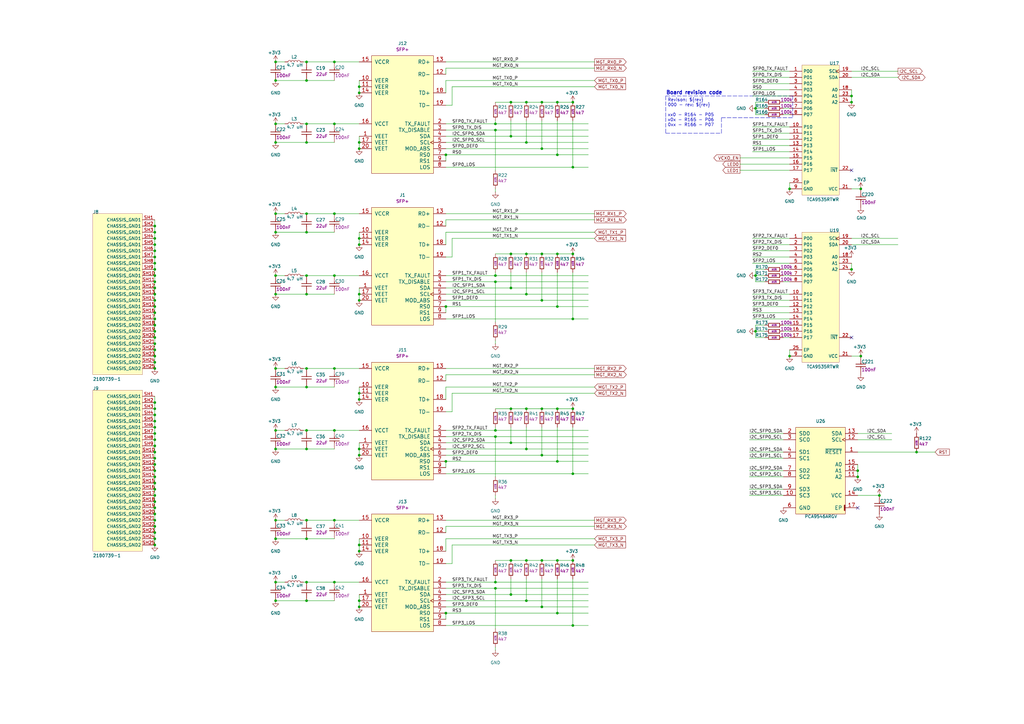
<source format=kicad_sch>
(kicad_sch (version 20250114) (generator "eeschema") (generator_version "9.0")
  (paper "A3")
  (title_block (title "SFPs") (date "2025-04-18") (rev "${rev}") (company "${name}") (comment 1 "${author}"))
  (text "Revison: ${rev}\n000 - rev: ${rev}\n\nxx0 - R164 - P05\nx0x - R165 - P06\n0xx - R166 - P07" (at 273.812 46.228 0) (effects (font (size 1.27 1.27)) (justify left)))
  (text "Board revision code" (at 284.734 38.1 0) (effects (font (size 1.5 1.5) (thickness 0.3) (bold yes))))
  (junction (at 137.16 238.76))
  (junction (at 63.5 148.59))
  (junction (at 113.03 220.98))
  (junction (at 147.32 184.15))
  (junction (at 63.5 115.57))
  (junction (at 63.5 138.43))
  (junction (at 351.79 195.58))
  (junction (at 125.73 33.02))
  (junction (at 125.73 95.25))
  (junction (at 203.2 241.3))
  (junction (at 63.5 215.9))
  (junction (at 63.5 223.52))
  (junction (at 63.5 205.74))
  (junction (at 228.6 251.46))
  (junction (at 125.73 25.4))
  (junction (at 125.73 246.38))
  (junction (at 203.2 179.07))
  (junction (at 63.5 175.26))
  (junction (at 222.25 60.96))
  (junction (at 125.73 213.36))
  (junction (at 375.92 185.42))
  (junction (at 323.85 146.05))
  (junction (at 215.9 41.91))
  (junction (at 222.25 167.64))
  (junction (at 215.9 229.87))
  (junction (at 125.73 158.75))
  (junction (at 222.25 248.92))
  (junction (at 137.16 87.63))
  (junction (at 125.73 220.98))
  (junction (at 228.6 104.14))
  (junction (at 63.5 95.25))
  (junction (at 215.9 246.38))
  (junction (at 125.73 87.63))
  (junction (at 182.88 251.46))
  (junction (at 209.55 167.64))
  (junction (at 147.32 161.29))
  (junction (at 113.03 113.03))
  (junction (at 63.5 165.1))
  (junction (at 203.2 176.53))
  (junction (at 63.5 185.42))
  (junction (at 63.5 200.66))
  (junction (at 113.03 33.02))
  (junction (at 63.5 113.03))
  (junction (at 63.5 180.34))
  (junction (at 63.5 182.88))
  (junction (at 63.5 172.72))
  (junction (at 234.95 256.54))
  (junction (at 63.5 105.41))
  (junction (at 63.5 100.33))
  (junction (at 113.03 50.8))
  (junction (at 113.03 58.42))
  (junction (at 147.32 123.19))
  (junction (at 349.25 39.37))
  (junction (at 323.85 77.47))
  (junction (at 209.55 181.61))
  (junction (at 63.5 135.89))
  (junction (at 63.5 210.82))
  (junction (at 63.5 130.81))
  (junction (at 63.5 218.44))
  (junction (at 309.88 135.89))
  (junction (at 125.73 176.53))
  (junction (at 147.32 248.92))
  (junction (at 228.6 189.23))
  (junction (at 63.5 133.35))
  (junction (at 147.32 223.52))
  (junction (at 63.5 107.95))
  (junction (at 228.6 125.73))
  (junction (at 125.73 151.13))
  (junction (at 182.88 189.23))
  (junction (at 147.32 97.79))
  (junction (at 147.32 100.33))
  (junction (at 209.55 104.14))
  (junction (at 349.25 41.91))
  (junction (at 63.5 92.71))
  (junction (at 63.5 151.13))
  (junction (at 203.2 53.34))
  (junction (at 137.16 25.4))
  (junction (at 113.03 151.13))
  (junction (at 351.79 193.04))
  (junction (at 203.2 113.03))
  (junction (at 228.6 41.91))
  (junction (at 63.5 146.05))
  (junction (at 63.5 167.64))
  (junction (at 63.5 123.19))
  (junction (at 353.06 146.05))
  (junction (at 353.06 77.47))
  (junction (at 309.88 44.45))
  (junction (at 113.03 87.63))
  (junction (at 125.73 120.65))
  (junction (at 113.03 184.15))
  (junction (at 234.95 167.64))
  (junction (at 147.32 163.83))
  (junction (at 63.5 97.79))
  (junction (at 234.95 68.58))
  (junction (at 147.32 35.56))
  (junction (at 209.55 55.88))
  (junction (at 209.55 243.84))
  (junction (at 234.95 41.91))
  (junction (at 147.32 226.06))
  (junction (at 209.55 118.11))
  (junction (at 63.5 170.18))
  (junction (at 125.73 58.42))
  (junction (at 228.6 63.5))
  (junction (at 147.32 58.42))
  (junction (at 125.73 113.03))
  (junction (at 234.95 130.81))
  (junction (at 63.5 143.51))
  (junction (at 222.25 104.14))
  (junction (at 203.2 50.8))
  (junction (at 222.25 41.91))
  (junction (at 349.25 110.49))
  (junction (at 234.95 229.87))
  (junction (at 137.16 213.36))
  (junction (at 234.95 104.14))
  (junction (at 63.5 195.58))
  (junction (at 203.2 115.57))
  (junction (at 113.03 120.65))
  (junction (at 228.6 167.64))
  (junction (at 137.16 113.03))
  (junction (at 209.55 229.87))
  (junction (at 182.88 63.5))
  (junction (at 125.73 238.76))
  (junction (at 113.03 25.4))
  (junction (at 137.16 151.13))
  (junction (at 113.03 176.53))
  (junction (at 63.5 140.97))
  (junction (at 215.9 120.65))
  (junction (at 63.5 128.27))
  (junction (at 147.32 246.38))
  (junction (at 309.88 113.03))
  (junction (at 63.5 220.98))
  (junction (at 113.03 238.76))
  (junction (at 203.2 238.76))
  (junction (at 113.03 246.38))
  (junction (at 113.03 213.36))
  (junction (at 63.5 102.87))
  (junction (at 360.68 203.2))
  (junction (at 147.32 60.96))
  (junction (at 63.5 213.36))
  (junction (at 63.5 125.73))
  (junction (at 137.16 50.8))
  (junction (at 125.73 50.8))
  (junction (at 63.5 190.5))
  (junction (at 63.5 203.2))
  (junction (at 63.5 198.12))
  (junction (at 215.9 167.64))
  (junction (at 147.32 38.1))
  (junction (at 222.25 186.69))
  (junction (at 209.55 41.91))
  (junction (at 147.32 120.65))
  (junction (at 215.9 184.15))
  (junction (at 63.5 177.8))
  (junction (at 222.25 123.19))
  (junction (at 222.25 229.87))
  (junction (at 63.5 110.49))
  (junction (at 63.5 118.11))
  (junction (at 137.16 176.53))
  (junction (at 215.9 58.42))
  (junction (at 113.03 95.25))
  (junction (at 113.03 158.75))
  (junction (at 63.5 187.96))
  (junction (at 147.32 186.69))
  (junction (at 125.73 184.15))
  (junction (at 228.6 229.87))
  (junction (at 215.9 104.14))
  (junction (at 63.5 208.28))
  (junction (at 63.5 193.04))
  (junction (at 234.95 194.31))
  (junction (at 182.88 125.73))
  (junction (at 63.5 120.65))
  (no_connect (at 349.25 69.85))
  (no_connect (at 349.25 138.43))
  (no_connect (at 351.79 208.28))
  (wire (pts (xy 63.5 218.44) (xy 63.5 220.98)))
  (wire (pts (xy 308.61 57.15) (xy 323.85 57.15)))
  (wire (pts (xy 182.88 243.84) (xy 209.55 243.84)))
  (wire (pts (xy 63.5 92.71) (xy 63.5 95.25)))
  (wire (pts (xy 125.73 25.4) (xy 137.16 25.4)))
  (wire (pts (xy 137.16 113.03) (xy 147.32 113.03)))
  (wire (pts (xy 182.88 25.4) (xy 243.84 25.4)))
  (wire (pts (xy 185.42 43.18) (xy 182.88 43.18)))
  (wire (pts (xy 63.5 102.87) (xy 63.5 105.41)))
  (wire (pts (xy 309.88 135.89) (xy 313.69 135.89)))
  (wire (pts (xy 137.16 25.4) (xy 147.32 25.4)))
  (wire (pts (xy 125.73 113.03) (xy 137.16 113.03)))
  (wire (pts (xy 309.88 135.89) (xy 309.88 138.43)))
  (wire (pts (xy 182.88 184.15) (xy 215.9 184.15)))
  (wire (pts (xy 113.03 220.98) (xy 125.73 220.98)))
  (wire (pts (xy 63.5 177.8) (xy 63.5 180.34)))
  (wire (pts (xy 113.03 246.38) (xy 125.73 246.38)))
  (wire (pts (xy 307.34 200.66) (xy 321.31 200.66)))
  (wire (pts (xy 182.88 220.98) (xy 182.88 226.06)))
  (wire (pts (xy 309.88 115.57) (xy 313.69 115.57)))
  (wire (pts (xy 215.9 104.14) (xy 222.25 104.14)))
  (wire (pts (xy 309.88 133.35) (xy 309.88 135.89)))
  (wire (pts (xy 113.03 184.15) (xy 125.73 184.15)))
  (wire (pts (xy 124.46 176.53) (xy 125.73 176.53)))
  (wire (pts (xy 182.88 125.73) (xy 182.88 128.27)))
  (wire (pts (xy 222.25 60.96) (xy 241.3 60.96)))
  (wire (pts (xy 125.73 58.42) (xy 137.16 58.42)))
  (polyline (pts (xy 325.12 39.37) (xy 325.12 48.26)) (stroke (width 0) (type dash)))
  (wire (pts (xy 147.32 120.65) (xy 147.32 123.19)))
  (wire (pts (xy 321.31 46.99) (xy 323.85 46.99)))
  (wire (pts (xy 113.03 33.02) (xy 125.73 33.02)))
  (wire (pts (xy 182.88 153.67) (xy 182.88 156.21)))
  (wire (pts (xy 63.5 120.65) (xy 63.5 123.19)))
  (wire (pts (xy 209.55 229.87) (xy 215.9 229.87)))
  (wire (pts (xy 63.5 97.79) (xy 63.5 100.33)))
  (wire (pts (xy 303.53 69.85) (xy 323.85 69.85)))
  (wire (pts (xy 243.84 223.52) (xy 185.42 223.52)))
  (wire (pts (xy 182.88 179.07) (xy 203.2 179.07)))
  (wire (pts (xy 203.2 104.14) (xy 209.55 104.14)))
  (wire (pts (xy 113.03 120.65) (xy 125.73 120.65)))
  (wire (pts (xy 203.2 203.2) (xy 203.2 204.47)))
  (wire (pts (xy 125.73 87.63) (xy 137.16 87.63)))
  (wire (pts (xy 203.2 113.03) (xy 241.3 113.03)))
  (wire (pts (xy 63.5 198.12) (xy 63.5 200.66)))
  (wire (pts (xy 63.5 148.59) (xy 63.5 151.13)))
  (wire (pts (xy 113.03 95.25) (xy 125.73 95.25)))
  (wire (pts (xy 63.5 146.05) (xy 63.5 148.59)))
  (wire (pts (xy 351.79 185.42) (xy 375.92 185.42)))
  (wire (pts (xy 228.6 41.91) (xy 234.95 41.91)))
  (wire (pts (xy 375.92 185.42) (xy 383.54 185.42)))
  (wire (pts (xy 63.5 140.97) (xy 63.5 143.51)))
  (wire (pts (xy 228.6 63.5) (xy 241.3 63.5)))
  (wire (pts (xy 125.73 151.13) (xy 137.16 151.13)))
  (wire (pts (xy 182.88 238.76) (xy 203.2 238.76)))
  (wire (pts (xy 243.84 35.56) (xy 185.42 35.56)))
  (wire (pts (xy 113.03 158.75) (xy 125.73 158.75)))
  (wire (pts (xy 125.73 246.38) (xy 137.16 246.38)))
  (wire (pts (xy 215.9 120.65) (xy 215.9 111.76)))
  (wire (pts (xy 63.5 200.66) (xy 63.5 203.2)))
  (wire (pts (xy 182.88 186.69) (xy 222.25 186.69)))
  (wire (pts (xy 234.95 256.54) (xy 241.3 256.54)))
  (wire (pts (xy 125.73 158.75) (xy 137.16 158.75)))
  (wire (pts (xy 321.31 138.43) (xy 323.85 138.43)))
  (wire (pts (xy 222.25 248.92) (xy 222.25 237.49)))
  (wire (pts (xy 63.5 90.17) (xy 63.5 92.71)))
  (wire (pts (xy 243.84 220.98) (xy 182.88 220.98)))
  (wire (pts (xy 209.55 181.61) (xy 209.55 175.26)))
  (wire (pts (xy 203.2 179.07) (xy 241.3 179.07)))
  (wire (pts (xy 113.03 87.63) (xy 116.84 87.63)))
  (wire (pts (xy 303.53 67.31) (xy 323.85 67.31)))
  (wire (pts (xy 307.34 193.04) (xy 321.31 193.04)))
  (wire (pts (xy 308.61 102.87) (xy 323.85 102.87)))
  (wire (pts (xy 124.46 113.03) (xy 125.73 113.03)))
  (wire (pts (xy 215.9 246.38) (xy 215.9 237.49)))
  (wire (pts (xy 222.25 104.14) (xy 228.6 104.14)))
  (wire (pts (xy 222.25 248.92) (xy 241.3 248.92)))
  (wire (pts (xy 349.25 97.79) (xy 368.3 97.79)))
  (wire (pts (xy 309.88 44.45) (xy 313.69 44.45)))
  (wire (pts (xy 125.73 213.36) (xy 137.16 213.36)))
  (wire (pts (xy 228.6 49.53) (xy 228.6 63.5)))
  (wire (pts (xy 137.16 87.63) (xy 147.32 87.63)))
  (wire (pts (xy 349.25 100.33) (xy 368.3 100.33)))
  (wire (pts (xy 63.5 203.2) (xy 63.5 205.74)))
  (wire (pts (xy 203.2 113.03) (xy 203.2 111.76)))
  (wire (pts (xy 182.88 90.17) (xy 182.88 92.71)))
  (wire (pts (xy 349.25 36.83) (xy 349.25 39.37)))
  (wire (pts (xy 222.25 167.64) (xy 228.6 167.64)))
  (wire (pts (xy 323.85 143.51) (xy 323.85 146.05)))
  (wire (pts (xy 309.88 44.45) (xy 309.88 46.99)))
  (wire (pts (xy 63.5 167.64) (xy 63.5 170.18)))
  (wire (pts (xy 222.25 123.19) (xy 222.25 111.76)))
  (wire (pts (xy 309.88 46.99) (xy 313.69 46.99)))
  (wire (pts (xy 309.88 113.03) (xy 313.69 113.03)))
  (wire (pts (xy 147.32 220.98) (xy 147.32 223.52)))
  (wire (pts (xy 243.84 90.17) (xy 182.88 90.17)))
  (wire (pts (xy 185.42 97.79) (xy 185.42 105.41)))
  (wire (pts (xy 182.88 151.13) (xy 243.84 151.13)))
  (wire (pts (xy 203.2 238.76) (xy 203.2 237.49)))
  (wire (pts (xy 203.2 167.64) (xy 209.55 167.64)))
  (wire (pts (xy 147.32 181.61) (xy 147.32 184.15)))
  (wire (pts (xy 309.88 110.49) (xy 309.88 113.03)))
  (wire (pts (xy 308.61 105.41) (xy 323.85 105.41)))
  (wire (pts (xy 125.73 120.65) (xy 137.16 120.65)))
  (wire (pts (xy 137.16 50.8) (xy 147.32 50.8)))
  (wire (pts (xy 125.73 33.02) (xy 137.16 33.02)))
  (wire (pts (xy 182.88 123.19) (xy 222.25 123.19)))
  (wire (pts (xy 124.46 238.76) (xy 125.73 238.76)))
  (wire (pts (xy 228.6 175.26) (xy 228.6 189.23)))
  (wire (pts (xy 309.88 41.91) (xy 309.88 44.45)))
  (wire (pts (xy 125.73 50.8) (xy 137.16 50.8)))
  (wire (pts (xy 182.88 241.3) (xy 203.2 241.3)))
  (wire (pts (xy 63.5 115.57) (xy 63.5 118.11)))
  (wire (pts (xy 182.88 58.42) (xy 215.9 58.42)))
  (wire (pts (xy 63.5 123.19) (xy 63.5 125.73)))
  (wire (pts (xy 308.61 128.27) (xy 323.85 128.27)))
  (wire (pts (xy 215.9 184.15) (xy 241.3 184.15)))
  (wire (pts (xy 203.2 241.3) (xy 203.2 257.81)))
  (wire (pts (xy 308.61 59.69) (xy 323.85 59.69)))
  (wire (pts (xy 124.46 50.8) (xy 125.73 50.8)))
  (wire (pts (xy 307.34 187.96) (xy 321.31 187.96)))
  (wire (pts (xy 203.2 265.43) (xy 203.2 266.7)))
  (wire (pts (xy 203.2 53.34) (xy 203.2 69.85)))
  (wire (pts (xy 182.88 176.53) (xy 203.2 176.53)))
  (wire (pts (xy 351.79 203.2) (xy 360.68 203.2)))
  (wire (pts (xy 228.6 104.14) (xy 234.95 104.14)))
  (wire (pts (xy 234.95 68.58) (xy 234.95 49.53)))
  (wire (pts (xy 307.34 177.8) (xy 321.31 177.8)))
  (wire (pts (xy 308.61 39.37) (xy 323.85 39.37)))
  (wire (pts (xy 63.5 195.58) (xy 63.5 198.12)))
  (wire (pts (xy 308.61 31.75) (xy 323.85 31.75)))
  (wire (pts (xy 182.88 251.46) (xy 228.6 251.46)))
  (wire (pts (xy 203.2 41.91) (xy 209.55 41.91)))
  (wire (pts (xy 203.2 50.8) (xy 203.2 49.53)))
  (wire (pts (xy 113.03 50.8) (xy 116.84 50.8)))
  (wire (pts (xy 203.2 176.53) (xy 241.3 176.53)))
  (wire (pts (xy 63.5 143.51) (xy 63.5 146.05)))
  (wire (pts (xy 63.5 172.72) (xy 63.5 175.26)))
  (wire (pts (xy 182.88 27.94) (xy 182.88 30.48)))
  (wire (pts (xy 124.46 25.4) (xy 125.73 25.4)))
  (wire (pts (xy 63.5 133.35) (xy 63.5 135.89)))
  (wire (pts (xy 307.34 195.58) (xy 321.31 195.58)))
  (wire (pts (xy 203.2 241.3) (xy 241.3 241.3)))
  (wire (pts (xy 228.6 125.73) (xy 241.3 125.73)))
  (polyline (pts (xy 273.05 48.26) (xy 273.05 54.61)) (stroke (width 0) (type dash)))
  (wire (pts (xy 307.34 185.42) (xy 321.31 185.42)))
  (wire (pts (xy 209.55 181.61) (xy 241.3 181.61)))
  (wire (pts (xy 182.88 256.54) (xy 234.95 256.54)))
  (wire (pts (xy 321.31 113.03) (xy 323.85 113.03)))
  (wire (pts (xy 63.5 175.26) (xy 63.5 177.8)))
  (wire (pts (xy 113.03 58.42) (xy 125.73 58.42)))
  (wire (pts (xy 243.84 215.9) (xy 182.88 215.9)))
  (wire (pts (xy 321.31 110.49) (xy 323.85 110.49)))
  (wire (pts (xy 137.16 176.53) (xy 147.32 176.53)))
  (wire (pts (xy 63.5 208.28) (xy 63.5 210.82)))
  (wire (pts (xy 243.84 153.67) (xy 182.88 153.67)))
  (wire (pts (xy 63.5 190.5) (xy 63.5 193.04)))
  (wire (pts (xy 209.55 104.14) (xy 215.9 104.14)))
  (wire (pts (xy 147.32 33.02) (xy 147.32 35.56)))
  (wire (pts (xy 182.88 158.75) (xy 182.88 163.83)))
  (wire (pts (xy 63.5 210.82) (xy 63.5 213.36)))
  (wire (pts (xy 182.88 181.61) (xy 209.55 181.61)))
  (wire (pts (xy 215.9 167.64) (xy 222.25 167.64)))
  (wire (pts (xy 63.5 100.33) (xy 63.5 102.87)))
  (wire (pts (xy 215.9 41.91) (xy 222.25 41.91)))
  (wire (pts (xy 308.61 36.83) (xy 323.85 36.83)))
  (wire (pts (xy 182.88 53.34) (xy 203.2 53.34)))
  (wire (pts (xy 222.25 123.19) (xy 241.3 123.19)))
  (wire (pts (xy 125.73 238.76) (xy 137.16 238.76)))
  (polyline (pts (xy 295.91 48.26) (xy 325.12 48.26)) (stroke (width 0) (type dash)))
  (wire (pts (xy 113.03 25.4) (xy 116.84 25.4)))
  (wire (pts (xy 113.03 151.13) (xy 116.84 151.13)))
  (wire (pts (xy 124.46 151.13) (xy 125.73 151.13)))
  (wire (pts (xy 137.16 238.76) (xy 147.32 238.76)))
  (wire (pts (xy 203.2 115.57) (xy 241.3 115.57)))
  (wire (pts (xy 147.32 58.42) (xy 147.32 60.96)))
  (wire (pts (xy 182.88 118.11) (xy 209.55 118.11)))
  (wire (pts (xy 147.32 95.25) (xy 147.32 97.79)))
  (wire (pts (xy 307.34 203.2) (xy 321.31 203.2)))
  (wire (pts (xy 147.32 118.11) (xy 147.32 120.65)))
  (wire (pts (xy 321.31 133.35) (xy 323.85 133.35)))
  (wire (pts (xy 125.73 220.98) (xy 137.16 220.98)))
  (wire (pts (xy 308.61 123.19) (xy 323.85 123.19)))
  (wire (pts (xy 234.95 256.54) (xy 234.95 237.49)))
  (wire (pts (xy 63.5 95.25) (xy 63.5 97.79)))
  (wire (pts (xy 182.88 63.5) (xy 182.88 66.04)))
  (wire (pts (xy 63.5 193.04) (xy 63.5 195.58)))
  (wire (pts (xy 203.2 229.87) (xy 209.55 229.87)))
  (wire (pts (xy 351.79 190.5) (xy 351.79 193.04)))
  (wire (pts (xy 63.5 107.95) (xy 63.5 110.49)))
  (wire (pts (xy 182.88 55.88) (xy 209.55 55.88)))
  (wire (pts (xy 203.2 77.47) (xy 203.2 78.74)))
  (wire (pts (xy 147.32 55.88) (xy 147.32 58.42)))
  (wire (pts (xy 63.5 110.49) (xy 63.5 113.03)))
  (wire (pts (xy 63.5 128.27) (xy 63.5 130.81)))
  (wire (pts (xy 215.9 58.42) (xy 241.3 58.42)))
  (wire (pts (xy 234.95 194.31) (xy 241.3 194.31)))
  (wire (pts (xy 182.88 215.9) (xy 182.88 218.44)))
  (wire (pts (xy 309.88 113.03) (xy 309.88 115.57)))
  (wire (pts (xy 215.9 246.38) (xy 241.3 246.38)))
  (wire (pts (xy 303.53 64.77) (xy 323.85 64.77)))
  (wire (pts (xy 215.9 229.87) (xy 222.25 229.87)))
  (wire (pts (xy 351.79 193.04) (xy 351.79 195.58)))
  (wire (pts (xy 308.61 130.81) (xy 323.85 130.81)))
  (wire (pts (xy 215.9 184.15) (xy 215.9 175.26)))
  (wire (pts (xy 63.5 182.88) (xy 63.5 185.42)))
  (wire (pts (xy 243.84 158.75) (xy 182.88 158.75)))
  (wire (pts (xy 125.73 184.15) (xy 137.16 184.15)))
  (wire (pts (xy 308.61 120.65) (xy 323.85 120.65)))
  (wire (pts (xy 63.5 118.11) (xy 63.5 120.65)))
  (wire (pts (xy 182.88 60.96) (xy 222.25 60.96)))
  (wire (pts (xy 182.88 68.58) (xy 234.95 68.58)))
  (wire (pts (xy 185.42 161.29) (xy 185.42 168.91)))
  (wire (pts (xy 63.5 180.34) (xy 63.5 182.88)))
  (wire (pts (xy 203.2 50.8) (xy 241.3 50.8)))
  (wire (pts (xy 209.55 243.84) (xy 209.55 237.49)))
  (wire (pts (xy 222.25 41.91) (xy 228.6 41.91)))
  (wire (pts (xy 182.88 63.5) (xy 228.6 63.5)))
  (wire (pts (xy 182.88 120.65) (xy 215.9 120.65)))
  (wire (pts (xy 63.5 185.42) (xy 63.5 187.96)))
  (wire (pts (xy 215.9 58.42) (xy 215.9 49.53)))
  (wire (pts (xy 63.5 213.36) (xy 63.5 215.9)))
  (wire (pts (xy 349.25 31.75) (xy 368.3 31.75)))
  (wire (pts (xy 222.25 229.87) (xy 228.6 229.87)))
  (wire (pts (xy 308.61 34.29) (xy 323.85 34.29)))
  (wire (pts (xy 182.88 194.31) (xy 234.95 194.31)))
  (wire (pts (xy 147.32 246.38) (xy 147.32 248.92)))
  (polyline (pts (xy 273.05 54.61) (xy 295.91 54.61)) (stroke (width 0) (type dash)))
  (wire (pts (xy 63.5 187.96) (xy 63.5 190.5)))
  (wire (pts (xy 147.32 158.75) (xy 147.32 161.29)))
  (wire (pts (xy 308.61 52.07) (xy 323.85 52.07)))
  (wire (pts (xy 113.03 238.76) (xy 116.84 238.76)))
  (wire (pts (xy 185.42 168.91) (xy 182.88 168.91)))
  (wire (pts (xy 308.61 100.33) (xy 323.85 100.33)))
  (wire (pts (xy 182.88 248.92) (xy 222.25 248.92)))
  (wire (pts (xy 63.5 105.41) (xy 63.5 107.95)))
  (wire (pts (xy 222.25 60.96) (xy 222.25 49.53)))
  (wire (pts (xy 137.16 151.13) (xy 147.32 151.13)))
  (wire (pts (xy 182.88 50.8) (xy 203.2 50.8)))
  (wire (pts (xy 234.95 194.31) (xy 234.95 175.26)))
  (wire (pts (xy 203.2 53.34) (xy 241.3 53.34)))
  (wire (pts (xy 63.5 205.74) (xy 63.5 208.28)))
  (wire (pts (xy 243.84 27.94) (xy 182.88 27.94)))
  (wire (pts (xy 349.25 29.21) (xy 368.3 29.21)))
  (wire (pts (xy 63.5 135.89) (xy 63.5 138.43)))
  (wire (pts (xy 182.88 130.81) (xy 234.95 130.81)))
  (wire (pts (xy 321.31 115.57) (xy 323.85 115.57)))
  (wire (pts (xy 63.5 162.56) (xy 63.5 165.1)))
  (wire (pts (xy 313.69 41.91) (xy 309.88 41.91)))
  (wire (pts (xy 137.16 213.36) (xy 147.32 213.36)))
  (wire (pts (xy 313.69 133.35) (xy 309.88 133.35)))
  (wire (pts (xy 228.6 251.46) (xy 241.3 251.46)))
  (wire (pts (xy 147.32 97.79) (xy 147.32 100.33)))
  (wire (pts (xy 185.42 35.56) (xy 185.42 43.18)))
  (wire (pts (xy 203.2 139.7) (xy 203.2 140.97)))
  (wire (pts (xy 182.88 87.63) (xy 243.84 87.63)))
  (wire (pts (xy 182.88 113.03) (xy 203.2 113.03)))
  (wire (pts (xy 209.55 55.88) (xy 241.3 55.88)))
  (wire (pts (xy 203.2 238.76) (xy 241.3 238.76)))
  (wire (pts (xy 185.42 223.52) (xy 185.42 231.14)))
  (wire (pts (xy 349.25 39.37) (xy 349.25 41.91)))
  (wire (pts (xy 308.61 125.73) (xy 323.85 125.73)))
  (wire (pts (xy 182.88 213.36) (xy 243.84 213.36)))
  (wire (pts (xy 228.6 111.76) (xy 228.6 125.73)))
  (wire (pts (xy 182.88 33.02) (xy 182.88 38.1)))
  (wire (pts (xy 351.79 180.34) (xy 365.76 180.34)))
  (wire (pts (xy 222.25 186.69) (xy 241.3 186.69)))
  (wire (pts (xy 307.34 180.34) (xy 321.31 180.34)))
  (wire (pts (xy 147.32 223.52) (xy 147.32 226.06)))
  (wire (pts (xy 63.5 215.9) (xy 63.5 218.44)))
  (wire (pts (xy 321.31 41.91) (xy 323.85 41.91)))
  (wire (pts (xy 243.84 33.02) (xy 182.88 33.02)))
  (polyline (pts (xy 273.05 39.37) (xy 273.05 48.26)) (stroke (width 0) (type dash)))
  (wire (pts (xy 234.95 130.81) (xy 241.3 130.81)))
  (wire (pts (xy 147.32 243.84) (xy 147.32 246.38)))
  (wire (pts (xy 313.69 110.49) (xy 309.88 110.49)))
  (wire (pts (xy 222.25 186.69) (xy 222.25 175.26)))
  (wire (pts (xy 308.61 62.23) (xy 323.85 62.23)))
  (wire (pts (xy 185.42 231.14) (xy 182.88 231.14)))
  (wire (pts (xy 228.6 237.49) (xy 228.6 251.46)))
  (wire (pts (xy 209.55 243.84) (xy 241.3 243.84)))
  (wire (pts (xy 323.85 74.93) (xy 323.85 77.47)))
  (wire (pts (xy 308.61 97.79) (xy 323.85 97.79)))
  (wire (pts (xy 308.61 107.95) (xy 323.85 107.95)))
  (polyline (pts (xy 295.91 54.61) (xy 295.91 48.26)) (stroke (width 0) (type dash)))
  (wire (pts (xy 215.9 120.65) (xy 241.3 120.65)))
  (wire (pts (xy 349.25 77.47) (xy 353.06 77.47)))
  (wire (pts (xy 308.61 29.21) (xy 323.85 29.21)))
  (wire (pts (xy 209.55 167.64) (xy 215.9 167.64)))
  (wire (pts (xy 63.5 138.43) (xy 63.5 140.97)))
  (wire (pts (xy 203.2 115.57) (xy 203.2 132.08)))
  (wire (pts (xy 124.46 87.63) (xy 125.73 87.63)))
  (wire (pts (xy 113.03 113.03) (xy 116.84 113.03)))
  (wire (pts (xy 182.88 95.25) (xy 182.88 100.33)))
  (wire (pts (xy 125.73 95.25) (xy 137.16 95.25)))
  (wire (pts (xy 243.84 95.25) (xy 182.88 95.25)))
  (wire (pts (xy 243.84 97.79) (xy 185.42 97.79)))
  (wire (pts (xy 63.5 113.03) (xy 63.5 115.57)))
  (wire (pts (xy 147.32 161.29) (xy 147.32 163.83)))
  (wire (pts (xy 234.95 68.58) (xy 241.3 68.58)))
  (wire (pts (xy 351.79 177.8) (xy 365.76 177.8)))
  (wire (pts (xy 185.42 105.41) (xy 182.88 105.41)))
  (wire (pts (xy 308.61 54.61) (xy 323.85 54.61)))
  (wire (pts (xy 113.03 176.53) (xy 116.84 176.53)))
  (wire (pts (xy 147.32 184.15) (xy 147.32 186.69)))
  (wire (pts (xy 309.88 138.43) (xy 313.69 138.43)))
  (wire (pts (xy 63.5 125.73) (xy 63.5 128.27)))
  (wire (pts (xy 321.31 44.45) (xy 323.85 44.45)))
  (polyline (pts (xy 325.12 39.37) (xy 273.05 39.37)) (stroke (width 0) (type dash)))
  (wire (pts (xy 124.46 213.36) (xy 125.73 213.36)))
  (wire (pts (xy 209.55 118.11) (xy 209.55 111.76)))
  (wire (pts (xy 243.84 161.29) (xy 185.42 161.29)))
  (wire (pts (xy 125.73 176.53) (xy 137.16 176.53)))
  (wire (pts (xy 182.88 246.38) (xy 215.9 246.38)))
  (wire (pts (xy 203.2 179.07) (xy 203.2 195.58)))
  (wire (pts (xy 113.03 213.36) (xy 116.84 213.36)))
  (wire (pts (xy 349.25 146.05) (xy 353.06 146.05)))
  (wire (pts (xy 63.5 165.1) (xy 63.5 167.64)))
  (wire (pts (xy 182.88 251.46) (xy 182.88 254)))
  (wire (pts (xy 63.5 170.18) (xy 63.5 172.72)))
  (wire (pts (xy 182.88 115.57) (xy 203.2 115.57)))
  (wire (pts (xy 234.95 130.81) (xy 234.95 111.76)))
  (wire (pts (xy 182.88 189.23) (xy 182.88 191.77)))
  (wire (pts (xy 63.5 220.98) (xy 63.5 223.52)))
  (wire (pts (xy 209.55 118.11) (xy 241.3 118.11)))
  (wire (pts (xy 228.6 189.23) (xy 241.3 189.23)))
  (wire (pts (xy 228.6 167.64) (xy 234.95 167.64)))
  (wire (pts (xy 321.31 135.89) (xy 323.85 135.89)))
  (wire (pts (xy 182.88 189.23) (xy 228.6 189.23)))
  (wire (pts (xy 147.32 35.56) (xy 147.32 38.1)))
  (wire (pts (xy 228.6 229.87) (xy 234.95 229.87)))
  (wire (pts (xy 349.25 107.95) (xy 349.25 110.49)))
  (wire (pts (xy 209.55 55.88) (xy 209.55 49.53)))
  (wire (pts (xy 203.2 176.53) (xy 203.2 175.26)))
  (wire (pts (xy 63.5 130.81) (xy 63.5 133.35)))
  (wire (pts (xy 182.88 125.73) (xy 228.6 125.73)))
  (wire (pts (xy 209.55 41.91) (xy 215.9 41.91)))
  (label "I2C_SFP2_SCL" (at 307.34 195.58 0) (effects (font (thickness 0.1588))))
  (label "SFP0_TX_FAULT" (at 308.61 29.21 0) (effects (font (thickness 0.1588))))
  (label "SFP1_TX_FAULT" (at 308.61 52.07 0) (effects (font (thickness 0.1588))))
  (label "RS3" (at 308.61 128.27 0))
  (label "MGT_TX3_P" (at 201.93 220.98 0))
  (label "I2C_SFP2_SDA" (at 307.34 193.04 0) (effects (font (thickness 0.1588))))
  (label "MGT_TX0_P" (at 201.93 33.02 0))
  (label "SFP0_LOS" (at 308.61 39.37 0) (effects (font (thickness 0.1588))))
  (label "SFP1_DEF0" (at 185.42 123.19 0) (effects (font (thickness 0.1588))))
  (label "SFP2_DEF0" (at 308.61 102.87 0) (effects (font (thickness 0.1588))))
  (label "SFP2_TX_DIS" (at 185.42 179.07 0) (effects (font (thickness 0.1588))))
  (label "MGT_RX2_N" (at 201.93 153.67 0))
  (label "MGT_TX0_N" (at 201.93 35.56 0))
  (label "SFP3_DEF0" (at 308.61 125.73 0) (effects (font (thickness 0.1588))))
  (label "SFP2_TX_FAULT" (at 308.61 97.79 0) (effects (font (thickness 0.1588))))
  (label "MGT_RX1_P" (at 201.93 87.63 0))
  (label "I2C_SFP0_SCL" (at 185.42 58.42 0) (effects (font (thickness 0.1588))))
  (label "MGT_TX2_N" (at 201.93 161.29 0))
  (label "MGT_RX3_P" (at 201.93 213.36 0))
  (label "MGT_RX2_P" (at 201.93 151.13 0))
  (label "I2C_SCL" (at 355.6 180.34 0))
  (label "I2C_SFP2_SCL" (at 185.42 184.15 0) (effects (font (thickness 0.1588))))
  (label "I2C_SFP1_SCL" (at 307.34 187.96 0) (effects (font (thickness 0.1588))))
  (label "I2C_SFP3_SDA" (at 185.42 243.84 0) (effects (font (thickness 0.1588))))
  (label "SFP0_TX_FAULT" (at 185.42 50.8 0) (effects (font (thickness 0.1588))))
  (label "I2C_SCL" (at 353.06 97.79 0))
  (label "SFP0_LOS" (at 185.42 68.58 0) (effects (font (thickness 0.1588))))
  (label "SFP2_TX_FAULT" (at 185.42 176.53 0) (effects (font (thickness 0.1588))))
  (label "I2C_SFP0_SDA" (at 185.42 55.88 0) (effects (font (thickness 0.1588))))
  (label "SFP0_DEF0" (at 308.61 34.29 0) (effects (font (thickness 0.1588))))
  (label "I2C_SFP0_SDA" (at 307.34 177.8 0) (effects (font (thickness 0.1588))))
  (label "RS0" (at 185.42 63.5 0))
  (label "MGT_TX1_P" (at 201.93 95.25 0))
  (label "I2C_SFP0_SCL" (at 307.34 180.34 0) (effects (font (thickness 0.1588))))
  (label "MGT_TX2_P" (at 201.93 158.75 0))
  (label "SFP2_DEF0" (at 185.42 186.69 0) (effects (font (thickness 0.1588))))
  (label "I2C_SFP1_SDA" (at 185.42 118.11 0) (effects (font (thickness 0.1588))))
  (label "MGT_TX1_N" (at 201.93 97.79 0))
  (label "RS2" (at 185.42 189.23 0))
  (label "RS2" (at 308.61 105.41 0))
  (label "MGT_RX1_N" (at 201.93 90.17 0))
  (label "I2C_SFP3_SDA" (at 307.34 200.66 0) (effects (font (thickness 0.1588))))
  (label "I2C_SFP3_SCL" (at 185.42 246.38 0) (effects (font (thickness 0.1588))))
  (label "SFP1_LOS" (at 185.42 130.81 0) (effects (font (thickness 0.1588))))
  (label "MGT_TX3_N" (at 201.93 223.52 0))
  (label "SFP1_DEF0" (at 308.61 57.15 0) (effects (font (thickness 0.1588))))
  (label "SFP1_TX_DIS" (at 185.42 115.57 0) (effects (font (thickness 0.1588))))
  (label "RS0" (at 308.61 36.83 0))
  (label "MGT_RX0_N" (at 201.93 27.94 0))
  (label "I2C_SCL" (at 353.06 29.21 0))
  (label "MGT_RX0_P" (at 201.93 25.4 0))
  (label "SFP2_TX_DIS" (at 308.61 100.33 0) (effects (font (thickness 0.1588))))
  (label "SFP0_TX_DIS" (at 308.61 31.75 0) (effects (font (thickness 0.1588))))
  (label "RS1" (at 308.61 59.69 0))
  (label "I2C_SDA" (at 353.06 31.75 0))
  (label "SFP1_TX_FAULT" (at 185.42 113.03 0) (effects (font (thickness 0.1588))))
  (label "SFP1_TX_DIS" (at 308.61 54.61 0) (effects (font (thickness 0.1588))))
  (label "SFP1_LOS" (at 308.61 62.23 0) (effects (font (thickness 0.1588))))
  (label "RS1" (at 185.42 125.73 0))
  (label "I2C_SFP2_SDA" (at 185.42 181.61 0) (effects (font (thickness 0.1588))))
  (label "I2C_SFP3_SCL" (at 307.34 203.2 0) (effects (font (thickness 0.1588))))
  (label "SFP3_TX_FAULT" (at 185.42 238.76 0) (effects (font (thickness 0.1588))))
  (label "SFP3_TX_DIS" (at 185.42 241.3 0) (effects (font (thickness 0.1588))))
  (label "SFP3_LOS" (at 185.42 256.54 0) (effects (font (thickness 0.1588))))
  (label "I2C_SFP1_SDA" (at 307.34 185.42 0) (effects (font (thickness 0.1588))))
  (label "I2C_SDA" (at 353.06 100.33 0))
  (label "SFP0_TX_DIS" (at 185.42 53.34 0) (effects (font (thickness 0.1588))))
  (label "SFP3_TX_DIS" (at 308.61 123.19 0) (effects (font (thickness 0.1588))))
  (label "SFP3_LOS" (at 308.61 130.81 0) (effects (font (thickness 0.1588))))
  (label "SFP2_LOS" (at 185.42 194.31 0) (effects (font (thickness 0.1588))))
  (label "SFP3_DEF0" (at 185.42 248.92 0) (effects (font (thickness 0.1588))))
  (label "I2C_SDA" (at 355.6 177.8 0))
  (label "SFP3_TX_FAULT" (at 308.61 120.65 0) (effects (font (thickness 0.1588))))
  (label "SFP0_DEF0" (at 185.42 60.96 0) (effects (font (thickness 0.1588))))
  (label "SFP2_LOS" (at 308.61 107.95 0) (effects (font (thickness 0.1588))))
  (label "MGT_RX3_N" (at 201.93 215.9 0))
  (label "I2C_SFP1_SCL" (at 185.42 120.65 0) (effects (font (thickness 0.1588))))
  (label "RS3" (at 185.42 251.46 0))
  (global_label "I2C_SDA" (shape bidirectional) (at 368.3 31.75 0) (property "Intersheetrefs" "${INTERSHEET_REFS}" (effects (hide yes))))
  (global_label "MGT_RX3_P" (shape output) (at 243.84 213.36 0) (property "Intersheetrefs" "${INTERSHEET_REFS}" (effects (hide yes))))
  (global_label "MGT_TX0_N" (shape input) (at 243.84 35.56 0) (property "Intersheetrefs" "${INTERSHEET_REFS}" (effects (hide yes))))
  (global_label "LED1" (shape output) (at 303.53 69.85 180) (property "Intersheetrefs" "${INTERSHEET_REFS}" (effects (hide yes))))
  (global_label "MGT_TX2_P" (shape input) (at 243.84 158.75 0) (property "Intersheetrefs" "${INTERSHEET_REFS}" (effects (hide yes))))
  (global_label "MGT_TX3_P" (shape input) (at 243.84 220.98 0) (property "Intersheetrefs" "${INTERSHEET_REFS}" (effects (hide yes))))
  (global_label "MGT_RX0_P" (shape output) (at 243.84 25.4 0) (property "Intersheetrefs" "${INTERSHEET_REFS}" (effects (hide yes))))
  (global_label "I2C_SCL" (shape output) (at 368.3 29.21 0) (property "Intersheetrefs" "${INTERSHEET_REFS}" (effects (hide yes))))
  (global_label "MGT_TX1_P" (shape input) (at 243.84 95.25 0) (property "Intersheetrefs" "${INTERSHEET_REFS}" (effects (hide yes))))
  (global_label "MGT_RX1_P" (shape output) (at 243.84 87.63 0) (property "Intersheetrefs" "${INTERSHEET_REFS}" (effects (hide yes))))
  (global_label "MGT_TX1_N" (shape input) (at 243.84 97.79 0) (property "Intersheetrefs" "${INTERSHEET_REFS}" (effects (hide yes))))
  (global_label "MGT_TX2_N" (shape input) (at 243.84 161.29 0) (property "Intersheetrefs" "${INTERSHEET_REFS}" (effects (hide yes))))
  (global_label "MGT_TX0_P" (shape input) (at 243.84 33.02 0) (property "Intersheetrefs" "${INTERSHEET_REFS}" (effects (hide yes))))
  (global_label "MGT_RX1_N" (shape output) (at 243.84 90.17 0) (property "Intersheetrefs" "${INTERSHEET_REFS}" (effects (hide yes))))
  (global_label "LED0" (shape output) (at 303.53 67.31 180) (property "Intersheetrefs" "${INTERSHEET_REFS}" (effects (hide yes))))
  (global_label "VCXO_EN" (shape output) (at 303.53 64.77 180) (effects (font (thickness 0.1588))) (property "Intersheetrefs" "${INTERSHEET_REFS}" (effects (hide yes))))
  (global_label "MGT_RX2_N" (shape output) (at 243.84 153.67 0) (property "Intersheetrefs" "${INTERSHEET_REFS}" (effects (hide yes))))
  (global_label "MGT_RX2_P" (shape output) (at 243.84 151.13 0) (property "Intersheetrefs" "${INTERSHEET_REFS}" (effects (hide yes))))
  (global_label "MGT_RX3_N" (shape output) (at 243.84 215.9 0) (property "Intersheetrefs" "${INTERSHEET_REFS}" (effects (hide yes))))
  (global_label "RST" (shape input) (at 383.54 185.42 0) (property "Intersheetrefs" "${INTERSHEET_REFS}" (effects (hide yes))))
  (global_label "MGT_TX3_N" (shape input) (at 243.84 223.52 0) (property "Intersheetrefs" "${INTERSHEET_REFS}" (effects (hide yes))))
  (global_label "MGT_RX0_N" (shape output) (at 243.84 27.94 0) (property "Intersheetrefs" "${INTERSHEET_REFS}" (effects (hide yes))))
  (symbol (lib_id "power:+1V0") (at 353.06 146.05 0) (unit 1)
    (property "Reference" "#PWR0276" (effects (hide yes)))
    (property "Value" "+3V3" (at 352.552 142.24 0))
    (property "Description" "Power symbol creates a global label with name \"+1V0\"" (effects (hide yes)))
  )
  (symbol (lib_id "power:GND") (at 147.32 186.69 0) (unit 1)
    (property "Reference" "#PWR058" (effects (hide yes)))
    (property "Value" "GND" (at 147.32 191.77 0))
    (property "Description" "Power symbol creates a global label with name \"GND\" , ground" (effects (hide yes)))
  )
  (symbol (lib_id "Capacitors SMD:CC0402_100NF_50V_10%_X7R") (at 137.16 120.65 90) (unit 1)
    (property "Reference" "C30" (at 137.414 115.316 90) (effects (justify right)))
    (property "Value" "CC0402_100NF_50V_10%_X7R" (effects (hide yes)))
    (property "Footprint" "Capacitors SMD:CAPC1005X55N" (effects (hide yes)))
    (property "Datasheet" "\\\\cern.ch\\dfs\\Applications\\Altium\\Datasheets\\CC0402_MURATA_GRM155R71H104KE14D.pdf" (effects (hide yes)))
    (property "Description" "SMD Multilayer Chip Ceramic Capacitor" (effects (hide yes)))
    (property "Val" "100nF" (at 137.414 118.618 90) (effects (justify right)))
    (property "Part Number" "CC0402_100NF_50V_10%_X7R" (effects (hide yes)))
    (property "Library Ref" "Capacitor - non polarized" (effects (hide yes)))
    (property "Library Path" "SchLib\\Capacitors.SchLib" (effects (hide yes)))
    (property "Comment" "100nF" (effects (hide yes)))
    (property "Component Kind" "Standard" (effects (hide yes)))
    (property "Component Type" "Standard" (effects (hide yes)))
    (property "Pin Count" "2" (effects (hide yes)))
    (property "Footprint Path" "PcbLib\\Capacitors SMD.PcbLib" (effects (hide yes)))
    (property "Footprint Ref" "CAPC1005X55N" (effects (hide yes)))
    (property "PackageDescription" " " (effects (hide yes)))
    (property "Status" "None" (effects (hide yes)))
    (property "Status Comment" " " (effects (hide yes)))
    (property "Voltage" "50V" (effects (hide yes)))
    (property "TC" "X7R" (effects (hide yes)))
    (property "Tolerance" "±10%" (effects (hide yes)))
    (property "Part Description" "SMD Multilayer Chip Ceramic Capacitor" (effects (hide yes)))
    (property "Manufacturer" "GENERIC" (effects (hide yes)))
    (property "Manufacturer Part Number" "CC0402_100NF_50V_10%_X7R" (effects (hide yes)))
    (property "Case" "0402" (effects (hide yes)))
    (property "Mounted" "Yes" (effects (hide yes)))
    (property "Socket" "No" (effects (hide yes)))
    (property "SMD" "Yes" (effects (hide yes)))
    (property "PressFit" " " (effects (hide yes)))
    (property "Sense" "No" (effects (hide yes)))
    (property "Sense Comment" " " (effects (hide yes)))
    (property "ComponentHeight" " " (effects (hide yes)))
    (property "Manufacturer1 Example" "MURATA" (effects (hide yes)))
    (property "Manufacturer1 Part Number" "GRM155R71H104KE14D" (effects (hide yes)))
    (property "Manufacturer1 ComponentHeight" "0.55mm" (effects (hide yes)))
    (property "HelpURL" "\\\\cern.ch\\dfs\\Applications\\Altium\\Datasheets\\CC0402_MURATA_GRM155R71H104KE14D.pdf" (effects (hide yes)))
    (property "Author" "CERN DEM MR" (effects (hide yes)))
    (property "CreateDate" "06/30/17 00:00:00" (effects (hide yes)))
    (property "LatestRevisionDate" "06/30/17 00:00:00" (effects (hide yes)))
    (property "Database Table Name" "Capacitors" (effects (hide yes)))
    (property "Library Name" "Capacitors SMD" (effects (hide yes)))
    (property "Footprint Library" "Capacitors SMD" (effects (hide yes)))
    (property "License" "CC-BY-SA 4.0" (effects (hide yes)))
  )
  (symbol (lib_id "power:+1V0") (at 360.68 203.2 0) (unit 1)
    (property "Reference" "#PWR0280" (effects (hide yes)))
    (property "Value" "+3V3" (at 360.172 199.39 0))
    (property "Description" "Power symbol creates a global label with name \"+1V0\"" (effects (hide yes)))
  )
  (symbol (lib_id "Analog & Interface:PCA9546ARGV") (at 346.71 175.26 0) (mirror y) (unit 1)
    (property "Reference" "U26" (at 336.55 172.72 0))
    (property "Value" "PCA9546ARGV" (at 343.408 211.836 0) (effects (justify left)))
    (property "Footprint" "ICs And Semiconductors SMD:QFN65P400X400X100-17N-S225" (effects (hide yes)))
    (property "Datasheet" "\\\\cern.ch\\dfs\\Applications\\Altium\\Datasheets\\PCA9546A.pdf" (effects (hide yes)))
    (property "Description" "Low Voltage 4-Channel I2C and SMBus Switch with Reset Function" (effects (hide yes)))
    (property "Part Number" "PCA9546ARGV" (effects (hide yes)))
    (property "Library Ref" "PCA9546ARGV" (effects (hide yes)))
    (property "Library Path" "SchLib\\Analog & Interface.SchLib" (effects (hide yes)))
    (property "Comment" "PCA9546ARGV" (effects (hide yes)))
    (property "Component Kind" "Standard" (effects (hide yes)))
    (property "Component Type" "Standard" (effects (hide yes)))
    (property "Device" "PCA9546ARGV" (effects (hide yes)))
    (property "PackageDescription" "QFN, 0.65mm Pitch, Square; 16 Pin, 4.00mm L X 4.00mm W X 1.00mm H body (w/Thermal Tab 2.25 X 2.25mm), IPC Medium Density" (effects (hide yes)))
    (property "Status" " " (effects (hide yes)))
    (property "Part Description" "Low Voltage 4-Channel I2C and SMBus Switch with Reset Function" (effects (hide yes)))
    (property "Manufacturer" "TEXAS INSTRUMENTS" (effects (hide yes)))
    (property "Manufacturer Part Number" "PCA9546ARGV" (effects (hide yes)))
    (property "Pin Count" "17" (effects (hide yes)))
    (property "Case" "QFN16" (effects (hide yes)))
    (property "Mounted" "Yes" (effects (hide yes)))
    (property "Socket" "No" (effects (hide yes)))
    (property "SMD" "Yes" (effects (hide yes)))
    (property "PressFit" "No" (effects (hide yes)))
    (property "Sense" "No" (effects (hide yes)))
    (property "Sense Comment" " " (effects (hide yes)))
    (property "Bonding" "No" (effects (hide yes)))
    (property "Status Comment" " " (effects (hide yes)))
    (property "ComponentHeight" "1mm" (effects (hide yes)))
    (property "Footprint Path" "PcbLib\\ICs And Semiconductors SMD.PcbLib" (effects (hide yes)))
    (property "Footprint Ref" "QFN65P400X400X100-17N-S225" (effects (hide yes)))
    (property "Author" "CERN DEM HF" (effects (hide yes)))
    (property "HelpURL" "\\\\cern.ch\\dfs\\Applications\\Altium\\Datasheets\\PCA9546A.pdf" (effects (hide yes)))
    (property "ComponentLink1URL" " " (effects (hide yes)))
    (property "ComponentLink2URL" " " (effects (hide yes)))
    (property "ComponentLink2Description" " " (effects (hide yes)))
    (property "ComponentLink1Description" " " (effects (hide yes)))
    (property "CreateDate" "04/12/23 00:00:00" (effects (hide yes)))
    (property "LatestRevisionDate" "04/12/23 00:00:00" (effects (hide yes)))
    (property "SCEM" " " (effects (hide yes)))
    (property "Database Table Name" "ICs And Semiconductors" (effects (hide yes)))
    (property "Library Name" "Analog & Interface" (effects (hide yes)))
    (property "Footprint Library" "ICs And Semiconductors SMD" (effects (hide yes)))
    (property "License" "CC-BY-SA 4.0" (effects (hide yes)))
  )
  (symbol (lib_id "power:GND") (at 309.88 113.03 270) (unit 1)
    (property "Reference" "#PWR0346" (effects (hide yes)))
    (property "Value" "GND" (at 306.07 113.0299 90) (effects (justify right)))
    (property "Description" "Power symbol creates a global label with name \"GND\" , ground" (effects (hide yes)))
  )
  (symbol (lib_id "Capacitors SMD:CC0805_22UF_16V_10%_X5R") (at 125.73 220.98 90) (unit 1)
    (property "Reference" "C37" (at 129.54 215.8999 90) (effects (justify right)))
    (property "Value" "CC0805_22UF_16V_10%_X5R" (effects (hide yes)))
    (property "Footprint" "Capacitors SMD:CAPC2012X135N" (effects (hide yes)))
    (property "Datasheet" "\\\\cern.ch\\dfs\\Applications\\Altium\\Datasheets\\CC0805_X5R_TDK_C.pdf" (effects (hide yes)))
    (property "Description" "SMD Multilayer Chip Ceramic Capacitor" (effects (hide yes)))
    (property "Val" "22uF" (at 129.54 218.4399 90) (effects (justify right)))
    (property "Part Number" "CC0805_22UF_16V_10%_X5R" (effects (hide yes)))
    (property "Library Ref" "Capacitor - non polarized" (effects (hide yes)))
    (property "Library Path" "SchLib\\Capacitors.SchLib" (effects (hide yes)))
    (property "Comment" "22uF" (effects (hide yes)))
    (property "Component Kind" "Standard" (effects (hide yes)))
    (property "Component Type" "Standard" (effects (hide yes)))
    (property "Pin Count" "2" (effects (hide yes)))
    (property "Footprint Path" "PcbLib\\Capacitors SMD.PcbLib" (effects (hide yes)))
    (property "Footprint Ref" "CAPC2012X135N" (effects (hide yes)))
    (property "PackageDescription" " " (effects (hide yes)))
    (property "Status" "Preferred" (effects (hide yes)))
    (property "Status Comment" " " (effects (hide yes)))
    (property "Voltage" "16V" (effects (hide yes)))
    (property "TC" "X5R" (effects (hide yes)))
    (property "Tolerance" "±10%" (effects (hide yes)))
    (property "Part Description" "SMD Multilayer Chip Ceramic Capacitor" (effects (hide yes)))
    (property "Manufacturer" "GENERIC" (effects (hide yes)))
    (property "Manufacturer Part Number" "CC0805_22UF_16V_10%_X5R" (effects (hide yes)))
    (property "Case" "0805" (effects (hide yes)))
    (property "Mounted" "Yes" (effects (hide yes)))
    (property "Socket" "No" (effects (hide yes)))
    (property "SMD" "Yes" (effects (hide yes)))
    (property "PressFit" " " (effects (hide yes)))
    (property "Sense" "No" (effects (hide yes)))
    (property "Sense Comment" " " (effects (hide yes)))
    (property "ComponentHeight" " " (effects (hide yes)))
    (property "Manufacturer1 Example" "TDK" (effects (hide yes)))
    (property "Manufacturer1 Part Number" "C2012X5R1C226KT" (effects (hide yes)))
    (property "Manufacturer1 ComponentHeight" "1.35mm" (effects (hide yes)))
    (property "HelpURL" "\\\\cern.ch\\dfs\\Applications\\Altium\\Datasheets\\CC0805_X5R_TDK_C.pdf" (effects (hide yes)))
    (property "Author" "CERN DEM JLC" (effects (hide yes)))
    (property "CreateDate" "10/25/12 00:00:00" (effects (hide yes)))
    (property "LatestRevisionDate" "10/25/12 00:00:00" (effects (hide yes)))
    (property "Database Table Name" "Capacitors" (effects (hide yes)))
    (property "Library Name" "Capacitors SMD" (effects (hide yes)))
    (property "Footprint Library" "Capacitors SMD" (effects (hide yes)))
    (property "License" "CC-BY-SA 4.0" (effects (hide yes)))
  )
  (symbol (lib_id "Resistors SMD:R0402_4K7_1%_0.0625W_100PPM") (at 234.95 111.76 90) (unit 1)
    (property "Reference" "R34" (at 235.966 106.172 90) (effects (justify right)))
    (property "Value" "R0402_4K7_1%_0.0625W_100PPM" (effects (hide yes)))
    (property "Footprint" "Resistors SMD:RESC1005X40N" (effects (hide yes)))
    (property "Datasheet" "\\\\cern.ch\\dfs\\Applications\\Altium\\Datasheets\\R0402_Phycomp_RC0402.pdf" (effects (hide yes)))
    (property "Description" "General Purpose Thick Film Chip Resistor" (effects (hide yes)))
    (property "Tolerance" "±1%" (at 234.95 106.934 0) (effects (font (size 0.635 0.635)) (justify right)))
    (property "Val" "4k7" (at 235.966 108.458 90) (effects (justify right)))
    (property "Part Number" "R0402_4K7_1%_0.0625W_100PPM" (effects (hide yes)))
    (property "Library Ref" "Resistor - 1%" (effects (hide yes)))
    (property "Library Path" "SchLib\\Resistors.SchLib" (effects (hide yes)))
    (property "Comment" "4k7" (effects (hide yes)))
    (property "Component Kind" "Standard" (effects (hide yes)))
    (property "Component Type" "Standard" (effects (hide yes)))
    (property "PackageDescription" " " (effects (hide yes)))
    (property "Pin Count" "2" (effects (hide yes)))
    (property "Footprint Path" "PcbLib\\Resistors SMD.PcbLib" (effects (hide yes)))
    (property "Footprint Ref" "RESC1005X40N" (effects (hide yes)))
    (property "Status" "Not Recommended" (effects (hide yes)))
    (property "Power" "0.0625W" (effects (hide yes)))
    (property "TC" "±100ppm/°C" (effects (hide yes)))
    (property "Voltage" " " (effects (hide yes)))
    (property "Part Description" "General Purpose Thick Film Chip Resistor" (effects (hide yes)))
    (property "Manufacturer" "GENERIC" (effects (hide yes)))
    (property "Manufacturer Part Number" "R0402_4K7_1%_0.0625W_100PPM" (effects (hide yes)))
    (property "Case" "0402" (effects (hide yes)))
    (property "PressFit" "No" (effects (hide yes)))
    (property "Mounted" "Yes" (effects (hide yes)))
    (property "Sense Comment" " " (effects (hide yes)))
    (property "Sense" "No" (effects (hide yes)))
    (property "Status Comment" " " (effects (hide yes)))
    (property "Socket" "No" (effects (hide yes)))
    (property "SMD" "Yes" (effects (hide yes)))
    (property "ComponentHeight" " " (effects (hide yes)))
    (property "Manufacturer1 Example" "YAGEO PHYCOMP" (effects (hide yes)))
    (property "Manufacturer1 Part Number" "232270674702L" (effects (hide yes)))
    (property "Manufacturer1 ComponentHeight" "0.4mm" (effects (hide yes)))
    (property "HelpURL" "\\\\cern.ch\\dfs\\Applications\\Altium\\Datasheets\\R0402_Phycomp_RC0402.pdf" (effects (hide yes)))
    (property "Author" "CERN DEM JLC" (effects (hide yes)))
    (property "CreateDate" "12/03/07 00:00:00" (effects (hide yes)))
    (property "LatestRevisionDate" "10/17/12 00:00:00" (effects (hide yes)))
    (property "Database Table Name" "Resistors" (effects (hide yes)))
    (property "Library Name" "Resistors SMD" (effects (hide yes)))
    (property "Footprint Library" "Resistors SMD" (effects (hide yes)))
    (property "License" "CC-BY-SA 4.0" (effects (hide yes)))
  )
  (symbol (lib_id "power:GND") (at 147.32 38.1 0) (unit 1)
    (property "Reference" "#PWR034" (effects (hide yes)))
    (property "Value" "GND" (at 147.32 43.18 0))
    (property "Description" "Power symbol creates a global label with name \"GND\" , ground" (effects (hide yes)))
  )
  (symbol (lib_id "power:+1V0") (at 353.06 77.47 0) (unit 1)
    (property "Reference" "#PWR0271" (effects (hide yes)))
    (property "Value" "+3V3" (at 352.552 73.66 0))
    (property "Description" "Power symbol creates a global label with name \"+1V0\"" (effects (hide yes)))
  )
  (symbol (lib_id "Resistors SMD:R0402_4K7_1%_0.0625W_100PPM") (at 203.2 237.49 90) (unit 1)
    (property "Reference" "R37" (at 204.216 231.902 90) (effects (justify right)))
    (property "Value" "R0402_4K7_1%_0.0625W_100PPM" (effects (hide yes)))
    (property "Footprint" "Resistors SMD:RESC1005X40N" (effects (hide yes)))
    (property "Datasheet" "\\\\cern.ch\\dfs\\Applications\\Altium\\Datasheets\\R0402_Phycomp_RC0402.pdf" (effects (hide yes)))
    (property "Description" "General Purpose Thick Film Chip Resistor" (effects (hide yes)))
    (property "Tolerance" "±1%" (at 203.2 232.664 0) (effects (font (size 0.635 0.635)) (justify right)))
    (property "Val" "4k7" (at 204.216 234.188 90) (effects (justify right)))
    (property "Part Number" "R0402_4K7_1%_0.0625W_100PPM" (effects (hide yes)))
    (property "Library Ref" "Resistor - 1%" (effects (hide yes)))
    (property "Library Path" "SchLib\\Resistors.SchLib" (effects (hide yes)))
    (property "Comment" "4k7" (effects (hide yes)))
    (property "Component Kind" "Standard" (effects (hide yes)))
    (property "Component Type" "Standard" (effects (hide yes)))
    (property "PackageDescription" " " (effects (hide yes)))
    (property "Pin Count" "2" (effects (hide yes)))
    (property "Footprint Path" "PcbLib\\Resistors SMD.PcbLib" (effects (hide yes)))
    (property "Footprint Ref" "RESC1005X40N" (effects (hide yes)))
    (property "Status" "Not Recommended" (effects (hide yes)))
    (property "Power" "0.0625W" (effects (hide yes)))
    (property "TC" "±100ppm/°C" (effects (hide yes)))
    (property "Voltage" " " (effects (hide yes)))
    (property "Part Description" "General Purpose Thick Film Chip Resistor" (effects (hide yes)))
    (property "Manufacturer" "GENERIC" (effects (hide yes)))
    (property "Manufacturer Part Number" "R0402_4K7_1%_0.0625W_100PPM" (effects (hide yes)))
    (property "Case" "0402" (effects (hide yes)))
    (property "PressFit" "No" (effects (hide yes)))
    (property "Mounted" "Yes" (effects (hide yes)))
    (property "Sense Comment" " " (effects (hide yes)))
    (property "Sense" "No" (effects (hide yes)))
    (property "Status Comment" " " (effects (hide yes)))
    (property "Socket" "No" (effects (hide yes)))
    (property "SMD" "Yes" (effects (hide yes)))
    (property "ComponentHeight" " " (effects (hide yes)))
    (property "Manufacturer1 Example" "YAGEO PHYCOMP" (effects (hide yes)))
    (property "Manufacturer1 Part Number" "232270674702L" (effects (hide yes)))
    (property "Manufacturer1 ComponentHeight" "0.4mm" (effects (hide yes)))
    (property "HelpURL" "\\\\cern.ch\\dfs\\Applications\\Altium\\Datasheets\\R0402_Phycomp_RC0402.pdf" (effects (hide yes)))
    (property "Author" "CERN DEM JLC" (effects (hide yes)))
    (property "CreateDate" "12/03/07 00:00:00" (effects (hide yes)))
    (property "LatestRevisionDate" "10/17/12 00:00:00" (effects (hide yes)))
    (property "Database Table Name" "Resistors" (effects (hide yes)))
    (property "Library Name" "Resistors SMD" (effects (hide yes)))
    (property "Footprint Library" "Resistors SMD" (effects (hide yes)))
    (property "License" "CC-BY-SA 4.0" (effects (hide yes)))
  )
  (symbol (lib_id "Device:L") (at 120.65 176.53 90) (unit 1)
    (property "Reference" "L7" (at 120.65 174.498 90))
    (property "Value" "4.7 uH" (at 120.904 177.8 90))
    (property "Footprint" "Inductor_SMD:L_1008_2520Metric" (effects (hide yes)))
    (property "Description" "LQM2HPN4R7MG0L" (effects (hide yes)))
  )
  (symbol (lib_id "Capacitors SMD:CC0402_100NF_50V_10%_X7R") (at 137.16 95.25 90) (unit 1)
    (property "Reference" "C29" (at 137.414 89.916 90) (effects (justify right)))
    (property "Value" "CC0402_100NF_50V_10%_X7R" (effects (hide yes)))
    (property "Footprint" "Capacitors SMD:CAPC1005X55N" (effects (hide yes)))
    (property "Datasheet" "\\\\cern.ch\\dfs\\Applications\\Altium\\Datasheets\\CC0402_MURATA_GRM155R71H104KE14D.pdf" (effects (hide yes)))
    (property "Description" "SMD Multilayer Chip Ceramic Capacitor" (effects (hide yes)))
    (property "Val" "100nF" (at 137.414 93.218 90) (effects (justify right)))
    (property "Part Number" "CC0402_100NF_50V_10%_X7R" (effects (hide yes)))
    (property "Library Ref" "Capacitor - non polarized" (effects (hide yes)))
    (property "Library Path" "SchLib\\Capacitors.SchLib" (effects (hide yes)))
    (property "Comment" "100nF" (effects (hide yes)))
    (property "Component Kind" "Standard" (effects (hide yes)))
    (property "Component Type" "Standard" (effects (hide yes)))
    (property "Pin Count" "2" (effects (hide yes)))
    (property "Footprint Path" "PcbLib\\Capacitors SMD.PcbLib" (effects (hide yes)))
    (property "Footprint Ref" "CAPC1005X55N" (effects (hide yes)))
    (property "PackageDescription" " " (effects (hide yes)))
    (property "Status" "None" (effects (hide yes)))
    (property "Status Comment" " " (effects (hide yes)))
    (property "Voltage" "50V" (effects (hide yes)))
    (property "TC" "X7R" (effects (hide yes)))
    (property "Tolerance" "±10%" (effects (hide yes)))
    (property "Part Description" "SMD Multilayer Chip Ceramic Capacitor" (effects (hide yes)))
    (property "Manufacturer" "GENERIC" (effects (hide yes)))
    (property "Manufacturer Part Number" "CC0402_100NF_50V_10%_X7R" (effects (hide yes)))
    (property "Case" "0402" (effects (hide yes)))
    (property "Mounted" "Yes" (effects (hide yes)))
    (property "Socket" "No" (effects (hide yes)))
    (property "SMD" "Yes" (effects (hide yes)))
    (property "PressFit" " " (effects (hide yes)))
    (property "Sense" "No" (effects (hide yes)))
    (property "Sense Comment" " " (effects (hide yes)))
    (property "ComponentHeight" " " (effects (hide yes)))
    (property "Manufacturer1 Example" "MURATA" (effects (hide yes)))
    (property "Manufacturer1 Part Number" "GRM155R71H104KE14D" (effects (hide yes)))
    (property "Manufacturer1 ComponentHeight" "0.55mm" (effects (hide yes)))
    (property "HelpURL" "\\\\cern.ch\\dfs\\Applications\\Altium\\Datasheets\\CC0402_MURATA_GRM155R71H104KE14D.pdf" (effects (hide yes)))
    (property "Author" "CERN DEM MR" (effects (hide yes)))
    (property "CreateDate" "06/30/17 00:00:00" (effects (hide yes)))
    (property "LatestRevisionDate" "06/30/17 00:00:00" (effects (hide yes)))
    (property "Database Table Name" "Capacitors" (effects (hide yes)))
    (property "Library Name" "Capacitors SMD" (effects (hide yes)))
    (property "Footprint Library" "Capacitors SMD" (effects (hide yes)))
    (property "License" "CC-BY-SA 4.0" (effects (hide yes)))
  )
  (symbol (lib_id "Resistors SMD:R0402_4K7_1%_0.0625W_100PPM") (at 215.9 49.53 90) (unit 1)
    (property "Reference" "R24" (at 216.916 43.942 90) (effects (justify right)))
    (property "Value" "R0402_4K7_1%_0.0625W_100PPM" (effects (hide yes)))
    (property "Footprint" "Resistors SMD:RESC1005X40N" (effects (hide yes)))
    (property "Datasheet" "\\\\cern.ch\\dfs\\Applications\\Altium\\Datasheets\\R0402_Phycomp_RC0402.pdf" (effects (hide yes)))
    (property "Description" "General Purpose Thick Film Chip Resistor" (effects (hide yes)))
    (property "Tolerance" "±1%" (at 215.9 44.704 0) (effects (font (size 0.635 0.635)) (justify right)))
    (property "Val" "4k7" (at 216.916 46.228 90) (effects (justify right)))
    (property "Part Number" "R0402_4K7_1%_0.0625W_100PPM" (effects (hide yes)))
    (property "Library Ref" "Resistor - 1%" (effects (hide yes)))
    (property "Library Path" "SchLib\\Resistors.SchLib" (effects (hide yes)))
    (property "Comment" "4k7" (effects (hide yes)))
    (property "Component Kind" "Standard" (effects (hide yes)))
    (property "Component Type" "Standard" (effects (hide yes)))
    (property "PackageDescription" " " (effects (hide yes)))
    (property "Pin Count" "2" (effects (hide yes)))
    (property "Footprint Path" "PcbLib\\Resistors SMD.PcbLib" (effects (hide yes)))
    (property "Footprint Ref" "RESC1005X40N" (effects (hide yes)))
    (property "Status" "Not Recommended" (effects (hide yes)))
    (property "Power" "0.0625W" (effects (hide yes)))
    (property "TC" "±100ppm/°C" (effects (hide yes)))
    (property "Voltage" " " (effects (hide yes)))
    (property "Part Description" "General Purpose Thick Film Chip Resistor" (effects (hide yes)))
    (property "Manufacturer" "GENERIC" (effects (hide yes)))
    (property "Manufacturer Part Number" "R0402_4K7_1%_0.0625W_100PPM" (effects (hide yes)))
    (property "Case" "0402" (effects (hide yes)))
    (property "PressFit" "No" (effects (hide yes)))
    (property "Mounted" "Yes" (effects (hide yes)))
    (property "Sense Comment" " " (effects (hide yes)))
    (property "Sense" "No" (effects (hide yes)))
    (property "Status Comment" " " (effects (hide yes)))
    (property "Socket" "No" (effects (hide yes)))
    (property "SMD" "Yes" (effects (hide yes)))
    (property "ComponentHeight" " " (effects (hide yes)))
    (property "Manufacturer1 Example" "YAGEO PHYCOMP" (effects (hide yes)))
    (property "Manufacturer1 Part Number" "232270674702L" (effects (hide yes)))
    (property "Manufacturer1 ComponentHeight" "0.4mm" (effects (hide yes)))
    (property "HelpURL" "\\\\cern.ch\\dfs\\Applications\\Altium\\Datasheets\\R0402_Phycomp_RC0402.pdf" (effects (hide yes)))
    (property "Author" "CERN DEM JLC" (effects (hide yes)))
    (property "CreateDate" "12/03/07 00:00:00" (effects (hide yes)))
    (property "LatestRevisionDate" "10/17/12 00:00:00" (effects (hide yes)))
    (property "Database Table Name" "Resistors" (effects (hide yes)))
    (property "Library Name" "Resistors SMD" (effects (hide yes)))
    (property "Footprint Library" "Resistors SMD" (effects (hide yes)))
    (property "License" "CC-BY-SA 4.0" (effects (hide yes)))
  )
  (symbol (lib_id "Resistors SMD:R0402_4K7_1%_0.0625W_100PPM") (at 203.2 111.76 90) (unit 1)
    (property "Reference" "R28" (at 204.216 106.172 90) (effects (justify right)))
    (property "Value" "R0402_4K7_1%_0.0625W_100PPM" (effects (hide yes)))
    (property "Footprint" "Resistors SMD:RESC1005X40N" (effects (hide yes)))
    (property "Datasheet" "\\\\cern.ch\\dfs\\Applications\\Altium\\Datasheets\\R0402_Phycomp_RC0402.pdf" (effects (hide yes)))
    (property "Description" "General Purpose Thick Film Chip Resistor" (effects (hide yes)))
    (property "Tolerance" "±1%" (at 203.2 106.934 0) (effects (font (size 0.635 0.635)) (justify right)))
    (property "Val" "4k7" (at 204.216 108.458 90) (effects (justify right)))
    (property "Part Number" "R0402_4K7_1%_0.0625W_100PPM" (effects (hide yes)))
    (property "Library Ref" "Resistor - 1%" (effects (hide yes)))
    (property "Library Path" "SchLib\\Resistors.SchLib" (effects (hide yes)))
    (property "Comment" "4k7" (effects (hide yes)))
    (property "Component Kind" "Standard" (effects (hide yes)))
    (property "Component Type" "Standard" (effects (hide yes)))
    (property "PackageDescription" " " (effects (hide yes)))
    (property "Pin Count" "2" (effects (hide yes)))
    (property "Footprint Path" "PcbLib\\Resistors SMD.PcbLib" (effects (hide yes)))
    (property "Footprint Ref" "RESC1005X40N" (effects (hide yes)))
    (property "Status" "Not Recommended" (effects (hide yes)))
    (property "Power" "0.0625W" (effects (hide yes)))
    (property "TC" "±100ppm/°C" (effects (hide yes)))
    (property "Voltage" " " (effects (hide yes)))
    (property "Part Description" "General Purpose Thick Film Chip Resistor" (effects (hide yes)))
    (property "Manufacturer" "GENERIC" (effects (hide yes)))
    (property "Manufacturer Part Number" "R0402_4K7_1%_0.0625W_100PPM" (effects (hide yes)))
    (property "Case" "0402" (effects (hide yes)))
    (property "PressFit" "No" (effects (hide yes)))
    (property "Mounted" "Yes" (effects (hide yes)))
    (property "Sense Comment" " " (effects (hide yes)))
    (property "Sense" "No" (effects (hide yes)))
    (property "Status Comment" " " (effects (hide yes)))
    (property "Socket" "No" (effects (hide yes)))
    (property "SMD" "Yes" (effects (hide yes)))
    (property "ComponentHeight" " " (effects (hide yes)))
    (property "Manufacturer1 Example" "YAGEO PHYCOMP" (effects (hide yes)))
    (property "Manufacturer1 Part Number" "232270674702L" (effects (hide yes)))
    (property "Manufacturer1 ComponentHeight" "0.4mm" (effects (hide yes)))
    (property "HelpURL" "\\\\cern.ch\\dfs\\Applications\\Altium\\Datasheets\\R0402_Phycomp_RC0402.pdf" (effects (hide yes)))
    (property "Author" "CERN DEM JLC" (effects (hide yes)))
    (property "CreateDate" "12/03/07 00:00:00" (effects (hide yes)))
    (property "LatestRevisionDate" "10/17/12 00:00:00" (effects (hide yes)))
    (property "Database Table Name" "Resistors" (effects (hide yes)))
    (property "Library Name" "Resistors SMD" (effects (hide yes)))
    (property "Footprint Library" "Resistors SMD" (effects (hide yes)))
    (property "License" "CC-BY-SA 4.0" (effects (hide yes)))
  )
  (symbol (lib_id "Resistors SMD:R0402_4K7_1%_0.0625W_100PPM") (at 203.2 49.53 90) (unit 1)
    (property "Reference" "R21" (at 204.216 43.942 90) (effects (justify right)))
    (property "Value" "R0402_4K7_1%_0.0625W_100PPM" (effects (hide yes)))
    (property "Footprint" "Resistors SMD:RESC1005X40N" (effects (hide yes)))
    (property "Datasheet" "\\\\cern.ch\\dfs\\Applications\\Altium\\Datasheets\\R0402_Phycomp_RC0402.pdf" (effects (hide yes)))
    (property "Description" "General Purpose Thick Film Chip Resistor" (effects (hide yes)))
    (property "Tolerance" "±1%" (at 203.2 44.704 0) (effects (font (size 0.635 0.635)) (justify right)))
    (property "Val" "4k7" (at 204.216 46.228 90) (effects (justify right)))
    (property "Part Number" "R0402_4K7_1%_0.0625W_100PPM" (effects (hide yes)))
    (property "Library Ref" "Resistor - 1%" (effects (hide yes)))
    (property "Library Path" "SchLib\\Resistors.SchLib" (effects (hide yes)))
    (property "Comment" "4k7" (effects (hide yes)))
    (property "Component Kind" "Standard" (effects (hide yes)))
    (property "Component Type" "Standard" (effects (hide yes)))
    (property "PackageDescription" " " (effects (hide yes)))
    (property "Pin Count" "2" (effects (hide yes)))
    (property "Footprint Path" "PcbLib\\Resistors SMD.PcbLib" (effects (hide yes)))
    (property "Footprint Ref" "RESC1005X40N" (effects (hide yes)))
    (property "Status" "Not Recommended" (effects (hide yes)))
    (property "Power" "0.0625W" (effects (hide yes)))
    (property "TC" "±100ppm/°C" (effects (hide yes)))
    (property "Voltage" " " (effects (hide yes)))
    (property "Part Description" "General Purpose Thick Film Chip Resistor" (effects (hide yes)))
    (property "Manufacturer" "GENERIC" (effects (hide yes)))
    (property "Manufacturer Part Number" "R0402_4K7_1%_0.0625W_100PPM" (effects (hide yes)))
    (property "Case" "0402" (effects (hide yes)))
    (property "PressFit" "No" (effects (hide yes)))
    (property "Mounted" "Yes" (effects (hide yes)))
    (property "Sense Comment" " " (effects (hide yes)))
    (property "Sense" "No" (effects (hide yes)))
    (property "Status Comment" " " (effects (hide yes)))
    (property "Socket" "No" (effects (hide yes)))
    (property "SMD" "Yes" (effects (hide yes)))
    (property "ComponentHeight" " " (effects (hide yes)))
    (property "Manufacturer1 Example" "YAGEO PHYCOMP" (effects (hide yes)))
    (property "Manufacturer1 Part Number" "232270674702L" (effects (hide yes)))
    (property "Manufacturer1 ComponentHeight" "0.4mm" (effects (hide yes)))
    (property "HelpURL" "\\\\cern.ch\\dfs\\Applications\\Altium\\Datasheets\\R0402_Phycomp_RC0402.pdf" (effects (hide yes)))
    (property "Author" "CERN DEM JLC" (effects (hide yes)))
    (property "CreateDate" "12/03/07 00:00:00" (effects (hide yes)))
    (property "LatestRevisionDate" "10/17/12 00:00:00" (effects (hide yes)))
    (property "Database Table Name" "Resistors" (effects (hide yes)))
    (property "Library Name" "Resistors SMD" (effects (hide yes)))
    (property "Footprint Library" "Resistors SMD" (effects (hide yes)))
    (property "License" "CC-BY-SA 4.0" (effects (hide yes)))
  )
  (symbol (lib_id "Capacitors SMD:CC0402_100NF_50V_10%_X7R") (at 113.03 95.25 90) (unit 1)
    (property "Reference" "C25" (at 113.284 89.916 90) (effects (justify right)))
    (property "Value" "CC0402_100NF_50V_10%_X7R" (effects (hide yes)))
    (property "Footprint" "Capacitors SMD:CAPC1005X55N" (effects (hide yes)))
    (property "Datasheet" "\\\\cern.ch\\dfs\\Applications\\Altium\\Datasheets\\CC0402_MURATA_GRM155R71H104KE14D.pdf" (effects (hide yes)))
    (property "Description" "SMD Multilayer Chip Ceramic Capacitor" (effects (hide yes)))
    (property "Val" "100nF" (at 113.284 93.218 90) (effects (justify right)))
    (property "Part Number" "CC0402_100NF_50V_10%_X7R" (effects (hide yes)))
    (property "Library Ref" "Capacitor - non polarized" (effects (hide yes)))
    (property "Library Path" "SchLib\\Capacitors.SchLib" (effects (hide yes)))
    (property "Comment" "100nF" (effects (hide yes)))
    (property "Component Kind" "Standard" (effects (hide yes)))
    (property "Component Type" "Standard" (effects (hide yes)))
    (property "Pin Count" "2" (effects (hide yes)))
    (property "Footprint Path" "PcbLib\\Capacitors SMD.PcbLib" (effects (hide yes)))
    (property "Footprint Ref" "CAPC1005X55N" (effects (hide yes)))
    (property "PackageDescription" " " (effects (hide yes)))
    (property "Status" "None" (effects (hide yes)))
    (property "Status Comment" " " (effects (hide yes)))
    (property "Voltage" "50V" (effects (hide yes)))
    (property "TC" "X7R" (effects (hide yes)))
    (property "Tolerance" "±10%" (effects (hide yes)))
    (property "Part Description" "SMD Multilayer Chip Ceramic Capacitor" (effects (hide yes)))
    (property "Manufacturer" "GENERIC" (effects (hide yes)))
    (property "Manufacturer Part Number" "CC0402_100NF_50V_10%_X7R" (effects (hide yes)))
    (property "Case" "0402" (effects (hide yes)))
    (property "Mounted" "Yes" (effects (hide yes)))
    (property "Socket" "No" (effects (hide yes)))
    (property "SMD" "Yes" (effects (hide yes)))
    (property "PressFit" " " (effects (hide yes)))
    (property "Sense" "No" (effects (hide yes)))
    (property "Sense Comment" " " (effects (hide yes)))
    (property "ComponentHeight" " " (effects (hide yes)))
    (property "Manufacturer1 Example" "MURATA" (effects (hide yes)))
    (property "Manufacturer1 Part Number" "GRM155R71H104KE14D" (effects (hide yes)))
    (property "Manufacturer1 ComponentHeight" "0.55mm" (effects (hide yes)))
    (property "HelpURL" "\\\\cern.ch\\dfs\\Applications\\Altium\\Datasheets\\CC0402_MURATA_GRM155R71H104KE14D.pdf" (effects (hide yes)))
    (property "Author" "CERN DEM MR" (effects (hide yes)))
    (property "CreateDate" "06/30/17 00:00:00" (effects (hide yes)))
    (property "LatestRevisionDate" "06/30/17 00:00:00" (effects (hide yes)))
    (property "Database Table Name" "Capacitors" (effects (hide yes)))
    (property "Library Name" "Capacitors SMD" (effects (hide yes)))
    (property "Footprint Library" "Capacitors SMD" (effects (hide yes)))
    (property "License" "CC-BY-SA 4.0" (effects (hide yes)))
  )
  (symbol (lib_id "Capacitors SMD:CC0402_100NF_50V_10%_X7R") (at 137.16 58.42 90) (unit 1)
    (property "Reference" "C24" (at 137.414 53.086 90) (effects (justify right)))
    (property "Value" "CC0402_100NF_50V_10%_X7R" (effects (hide yes)))
    (property "Footprint" "Capacitors SMD:CAPC1005X55N" (effects (hide yes)))
    (property "Datasheet" "\\\\cern.ch\\dfs\\Applications\\Altium\\Datasheets\\CC0402_MURATA_GRM155R71H104KE14D.pdf" (effects (hide yes)))
    (property "Description" "SMD Multilayer Chip Ceramic Capacitor" (effects (hide yes)))
    (property "Val" "100nF" (at 137.414 56.388 90) (effects (justify right)))
    (property "Part Number" "CC0402_100NF_50V_10%_X7R" (effects (hide yes)))
    (property "Library Ref" "Capacitor - non polarized" (effects (hide yes)))
    (property "Library Path" "SchLib\\Capacitors.SchLib" (effects (hide yes)))
    (property "Comment" "100nF" (effects (hide yes)))
    (property "Component Kind" "Standard" (effects (hide yes)))
    (property "Component Type" "Standard" (effects (hide yes)))
    (property "Pin Count" "2" (effects (hide yes)))
    (property "Footprint Path" "PcbLib\\Capacitors SMD.PcbLib" (effects (hide yes)))
    (property "Footprint Ref" "CAPC1005X55N" (effects (hide yes)))
    (property "PackageDescription" " " (effects (hide yes)))
    (property "Status" "None" (effects (hide yes)))
    (property "Status Comment" " " (effects (hide yes)))
    (property "Voltage" "50V" (effects (hide yes)))
    (property "TC" "X7R" (effects (hide yes)))
    (property "Tolerance" "±10%" (effects (hide yes)))
    (property "Part Description" "SMD Multilayer Chip Ceramic Capacitor" (effects (hide yes)))
    (property "Manufacturer" "GENERIC" (effects (hide yes)))
    (property "Manufacturer Part Number" "CC0402_100NF_50V_10%_X7R" (effects (hide yes)))
    (property "Case" "0402" (effects (hide yes)))
    (property "Mounted" "Yes" (effects (hide yes)))
    (property "Socket" "No" (effects (hide yes)))
    (property "SMD" "Yes" (effects (hide yes)))
    (property "PressFit" " " (effects (hide yes)))
    (property "Sense" "No" (effects (hide yes)))
    (property "Sense Comment" " " (effects (hide yes)))
    (property "ComponentHeight" " " (effects (hide yes)))
    (property "Manufacturer1 Example" "MURATA" (effects (hide yes)))
    (property "Manufacturer1 Part Number" "GRM155R71H104KE14D" (effects (hide yes)))
    (property "Manufacturer1 ComponentHeight" "0.55mm" (effects (hide yes)))
    (property "HelpURL" "\\\\cern.ch\\dfs\\Applications\\Altium\\Datasheets\\CC0402_MURATA_GRM155R71H104KE14D.pdf" (effects (hide yes)))
    (property "Author" "CERN DEM MR" (effects (hide yes)))
    (property "CreateDate" "06/30/17 00:00:00" (effects (hide yes)))
    (property "LatestRevisionDate" "06/30/17 00:00:00" (effects (hide yes)))
    (property "Database Table Name" "Capacitors" (effects (hide yes)))
    (property "Library Name" "Capacitors SMD" (effects (hide yes)))
    (property "Footprint Library" "Capacitors SMD" (effects (hide yes)))
    (property "License" "CC-BY-SA 4.0" (effects (hide yes)))
  )
  (symbol (lib_id "power:GND") (at 113.03 158.75 0) (unit 1)
    (property "Reference" "#PWR050" (effects (hide yes)))
    (property "Value" "GND" (at 113.03 163.83 0))
    (property "Description" "Power symbol creates a global label with name \"GND\" , ground" (effects (hide yes)))
  )
  (symbol (lib_id "Resistors SMD:R0402_4K7_1%_0.0625W_100PPM") (at 209.55 237.49 90) (unit 1)
    (property "Reference" "R40" (at 210.566 231.902 90) (effects (justify right)))
    (property "Value" "R0402_4K7_1%_0.0625W_100PPM" (effects (hide yes)))
    (property "Footprint" "Resistors SMD:RESC1005X40N" (effects (hide yes)))
    (property "Datasheet" "\\\\cern.ch\\dfs\\Applications\\Altium\\Datasheets\\R0402_Phycomp_RC0402.pdf" (effects (hide yes)))
    (property "Description" "General Purpose Thick Film Chip Resistor" (effects (hide yes)))
    (property "Tolerance" "±1%" (at 209.55 232.664 0) (effects (font (size 0.635 0.635)) (justify right)))
    (property "Val" "4k7" (at 210.566 234.188 90) (effects (justify right)))
    (property "Part Number" "R0402_4K7_1%_0.0625W_100PPM" (effects (hide yes)))
    (property "Library Ref" "Resistor - 1%" (effects (hide yes)))
    (property "Library Path" "SchLib\\Resistors.SchLib" (effects (hide yes)))
    (property "Comment" "4k7" (effects (hide yes)))
    (property "Component Kind" "Standard" (effects (hide yes)))
    (property "Component Type" "Standard" (effects (hide yes)))
    (property "PackageDescription" " " (effects (hide yes)))
    (property "Pin Count" "2" (effects (hide yes)))
    (property "Footprint Path" "PcbLib\\Resistors SMD.PcbLib" (effects (hide yes)))
    (property "Footprint Ref" "RESC1005X40N" (effects (hide yes)))
    (property "Status" "Not Recommended" (effects (hide yes)))
    (property "Power" "0.0625W" (effects (hide yes)))
    (property "TC" "±100ppm/°C" (effects (hide yes)))
    (property "Voltage" " " (effects (hide yes)))
    (property "Part Description" "General Purpose Thick Film Chip Resistor" (effects (hide yes)))
    (property "Manufacturer" "GENERIC" (effects (hide yes)))
    (property "Manufacturer Part Number" "R0402_4K7_1%_0.0625W_100PPM" (effects (hide yes)))
    (property "Case" "0402" (effects (hide yes)))
    (property "PressFit" "No" (effects (hide yes)))
    (property "Mounted" "Yes" (effects (hide yes)))
    (property "Sense Comment" " " (effects (hide yes)))
    (property "Sense" "No" (effects (hide yes)))
    (property "Status Comment" " " (effects (hide yes)))
    (property "Socket" "No" (effects (hide yes)))
    (property "SMD" "Yes" (effects (hide yes)))
    (property "ComponentHeight" " " (effects (hide yes)))
    (property "Manufacturer1 Example" "YAGEO PHYCOMP" (effects (hide yes)))
    (property "Manufacturer1 Part Number" "232270674702L" (effects (hide yes)))
    (property "Manufacturer1 ComponentHeight" "0.4mm" (effects (hide yes)))
    (property "HelpURL" "\\\\cern.ch\\dfs\\Applications\\Altium\\Datasheets\\R0402_Phycomp_RC0402.pdf" (effects (hide yes)))
    (property "Author" "CERN DEM JLC" (effects (hide yes)))
    (property "CreateDate" "12/03/07 00:00:00" (effects (hide yes)))
    (property "LatestRevisionDate" "10/17/12 00:00:00" (effects (hide yes)))
    (property "Database Table Name" "Resistors" (effects (hide yes)))
    (property "Library Name" "Resistors SMD" (effects (hide yes)))
    (property "Footprint Library" "Resistors SMD" (effects (hide yes)))
    (property "License" "CC-BY-SA 4.0" (effects (hide yes)))
  )
  (symbol (lib_id "power:+1V0") (at 234.95 104.14 0) (unit 1)
    (property "Reference" "#PWR048" (effects (hide yes)))
    (property "Value" "+3V3" (at 234.442 100.33 0))
    (property "Description" "Power symbol creates a global label with name \"+1V0\"" (effects (hide yes)))
  )
  (symbol (lib_id "Resistors SMD:R0402_4K7_1%_0.0625W_100PPM") (at 215.9 111.76 90) (unit 1)
    (property "Reference" "R31" (at 216.916 106.172 90) (effects (justify right)))
    (property "Value" "R0402_4K7_1%_0.0625W_100PPM" (effects (hide yes)))
    (property "Footprint" "Resistors SMD:RESC1005X40N" (effects (hide yes)))
    (property "Datasheet" "\\\\cern.ch\\dfs\\Applications\\Altium\\Datasheets\\R0402_Phycomp_RC0402.pdf" (effects (hide yes)))
    (property "Description" "General Purpose Thick Film Chip Resistor" (effects (hide yes)))
    (property "Tolerance" "±1%" (at 215.9 106.934 0) (effects (font (size 0.635 0.635)) (justify right)))
    (property "Val" "4k7" (at 216.916 108.458 90) (effects (justify right)))
    (property "Part Number" "R0402_4K7_1%_0.0625W_100PPM" (effects (hide yes)))
    (property "Library Ref" "Resistor - 1%" (effects (hide yes)))
    (property "Library Path" "SchLib\\Resistors.SchLib" (effects (hide yes)))
    (property "Comment" "4k7" (effects (hide yes)))
    (property "Component Kind" "Standard" (effects (hide yes)))
    (property "Component Type" "Standard" (effects (hide yes)))
    (property "PackageDescription" " " (effects (hide yes)))
    (property "Pin Count" "2" (effects (hide yes)))
    (property "Footprint Path" "PcbLib\\Resistors SMD.PcbLib" (effects (hide yes)))
    (property "Footprint Ref" "RESC1005X40N" (effects (hide yes)))
    (property "Status" "Not Recommended" (effects (hide yes)))
    (property "Power" "0.0625W" (effects (hide yes)))
    (property "TC" "±100ppm/°C" (effects (hide yes)))
    (property "Voltage" " " (effects (hide yes)))
    (property "Part Description" "General Purpose Thick Film Chip Resistor" (effects (hide yes)))
    (property "Manufacturer" "GENERIC" (effects (hide yes)))
    (property "Manufacturer Part Number" "R0402_4K7_1%_0.0625W_100PPM" (effects (hide yes)))
    (property "Case" "0402" (effects (hide yes)))
    (property "PressFit" "No" (effects (hide yes)))
    (property "Mounted" "Yes" (effects (hide yes)))
    (property "Sense Comment" " " (effects (hide yes)))
    (property "Sense" "No" (effects (hide yes)))
    (property "Status Comment" " " (effects (hide yes)))
    (property "Socket" "No" (effects (hide yes)))
    (property "SMD" "Yes" (effects (hide yes)))
    (property "ComponentHeight" " " (effects (hide yes)))
    (property "Manufacturer1 Example" "YAGEO PHYCOMP" (effects (hide yes)))
    (property "Manufacturer1 Part Number" "232270674702L" (effects (hide yes)))
    (property "Manufacturer1 ComponentHeight" "0.4mm" (effects (hide yes)))
    (property "HelpURL" "\\\\cern.ch\\dfs\\Applications\\Altium\\Datasheets\\R0402_Phycomp_RC0402.pdf" (effects (hide yes)))
    (property "Author" "CERN DEM JLC" (effects (hide yes)))
    (property "CreateDate" "12/03/07 00:00:00" (effects (hide yes)))
    (property "LatestRevisionDate" "10/17/12 00:00:00" (effects (hide yes)))
    (property "Database Table Name" "Resistors" (effects (hide yes)))
    (property "Library Name" "Resistors SMD" (effects (hide yes)))
    (property "Footprint Library" "Resistors SMD" (effects (hide yes)))
    (property "License" "CC-BY-SA 4.0" (effects (hide yes)))
  )
  (symbol (lib_id "Capacitors SMD:CC0402_100NF_50V_10%_X7R") (at 113.03 184.15 90) (unit 1)
    (property "Reference" "C32" (at 113.284 178.816 90) (effects (justify right)))
    (property "Value" "CC0402_100NF_50V_10%_X7R" (effects (hide yes)))
    (property "Footprint" "Capacitors SMD:CAPC1005X55N" (effects (hide yes)))
    (property "Datasheet" "\\\\cern.ch\\dfs\\Applications\\Altium\\Datasheets\\CC0402_MURATA_GRM155R71H104KE14D.pdf" (effects (hide yes)))
    (property "Description" "SMD Multilayer Chip Ceramic Capacitor" (effects (hide yes)))
    (property "Val" "100nF" (at 113.284 182.118 90) (effects (justify right)))
    (property "Part Number" "CC0402_100NF_50V_10%_X7R" (effects (hide yes)))
    (property "Library Ref" "Capacitor - non polarized" (effects (hide yes)))
    (property "Library Path" "SchLib\\Capacitors.SchLib" (effects (hide yes)))
    (property "Comment" "100nF" (effects (hide yes)))
    (property "Component Kind" "Standard" (effects (hide yes)))
    (property "Component Type" "Standard" (effects (hide yes)))
    (property "Pin Count" "2" (effects (hide yes)))
    (property "Footprint Path" "PcbLib\\Capacitors SMD.PcbLib" (effects (hide yes)))
    (property "Footprint Ref" "CAPC1005X55N" (effects (hide yes)))
    (property "PackageDescription" " " (effects (hide yes)))
    (property "Status" "None" (effects (hide yes)))
    (property "Status Comment" " " (effects (hide yes)))
    (property "Voltage" "50V" (effects (hide yes)))
    (property "TC" "X7R" (effects (hide yes)))
    (property "Tolerance" "±10%" (effects (hide yes)))
    (property "Part Description" "SMD Multilayer Chip Ceramic Capacitor" (effects (hide yes)))
    (property "Manufacturer" "GENERIC" (effects (hide yes)))
    (property "Manufacturer Part Number" "CC0402_100NF_50V_10%_X7R" (effects (hide yes)))
    (property "Case" "0402" (effects (hide yes)))
    (property "Mounted" "Yes" (effects (hide yes)))
    (property "Socket" "No" (effects (hide yes)))
    (property "SMD" "Yes" (effects (hide yes)))
    (property "PressFit" " " (effects (hide yes)))
    (property "Sense" "No" (effects (hide yes)))
    (property "Sense Comment" " " (effects (hide yes)))
    (property "ComponentHeight" " " (effects (hide yes)))
    (property "Manufacturer1 Example" "MURATA" (effects (hide yes)))
    (property "Manufacturer1 Part Number" "GRM155R71H104KE14D" (effects (hide yes)))
    (property "Manufacturer1 ComponentHeight" "0.55mm" (effects (hide yes)))
    (property "HelpURL" "\\\\cern.ch\\dfs\\Applications\\Altium\\Datasheets\\CC0402_MURATA_GRM155R71H104KE14D.pdf" (effects (hide yes)))
    (property "Author" "CERN DEM MR" (effects (hide yes)))
    (property "CreateDate" "06/30/17 00:00:00" (effects (hide yes)))
    (property "LatestRevisionDate" "06/30/17 00:00:00" (effects (hide yes)))
    (property "Database Table Name" "Capacitors" (effects (hide yes)))
    (property "Library Name" "Capacitors SMD" (effects (hide yes)))
    (property "Footprint Library" "Capacitors SMD" (effects (hide yes)))
    (property "License" "CC-BY-SA 4.0" (effects (hide yes)))
  )
  (symbol (lib_id "power:GND") (at 360.68 210.82 0) (unit 1)
    (property "Reference" "#PWR0281" (effects (hide yes)))
    (property "Value" "GND" (at 360.68 215.9 0))
    (property "Description" "Power symbol creates a global label with name \"GND\" , ground" (effects (hide yes)))
  )
  (symbol (lib_id "power:GND") (at 147.32 163.83 0) (unit 1)
    (property "Reference" "#PWR057" (effects (hide yes)))
    (property "Value" "GND" (at 147.32 168.91 0))
    (property "Description" "Power symbol creates a global label with name \"GND\" , ground" (effects (hide yes)))
  )
  (symbol (lib_id "Resistors SMD:R0402_4K7_1%_0.0625W_100PPM") (at 203.2 203.2 90) (unit 1)
    (property "Reference" "R36" (at 204.216 197.612 90) (effects (justify right)))
    (property "Value" "R0402_4K7_1%_0.0625W_100PPM" (effects (hide yes)))
    (property "Footprint" "Resistors SMD:RESC1005X40N" (effects (hide yes)))
    (property "Datasheet" "\\\\cern.ch\\dfs\\Applications\\Altium\\Datasheets\\R0402_Phycomp_RC0402.pdf" (effects (hide yes)))
    (property "Description" "General Purpose Thick Film Chip Resistor" (effects (hide yes)))
    (property "Tolerance" "±1%" (at 203.2 198.374 0) (effects (font (size 0.635 0.635)) (justify right)))
    (property "Val" "4k7" (at 204.216 199.898 90) (effects (justify right)))
    (property "Part Number" "R0402_4K7_1%_0.0625W_100PPM" (effects (hide yes)))
    (property "Library Ref" "Resistor - 1%" (effects (hide yes)))
    (property "Library Path" "SchLib\\Resistors.SchLib" (effects (hide yes)))
    (property "Comment" "4k7" (effects (hide yes)))
    (property "Component Kind" "Standard" (effects (hide yes)))
    (property "Component Type" "Standard" (effects (hide yes)))
    (property "PackageDescription" " " (effects (hide yes)))
    (property "Pin Count" "2" (effects (hide yes)))
    (property "Footprint Path" "PcbLib\\Resistors SMD.PcbLib" (effects (hide yes)))
    (property "Footprint Ref" "RESC1005X40N" (effects (hide yes)))
    (property "Status" "Not Recommended" (effects (hide yes)))
    (property "Power" "0.0625W" (effects (hide yes)))
    (property "TC" "±100ppm/°C" (effects (hide yes)))
    (property "Voltage" " " (effects (hide yes)))
    (property "Part Description" "General Purpose Thick Film Chip Resistor" (effects (hide yes)))
    (property "Manufacturer" "GENERIC" (effects (hide yes)))
    (property "Manufacturer Part Number" "R0402_4K7_1%_0.0625W_100PPM" (effects (hide yes)))
    (property "Case" "0402" (effects (hide yes)))
    (property "PressFit" "No" (effects (hide yes)))
    (property "Mounted" "Yes" (effects (hide yes)))
    (property "Sense Comment" " " (effects (hide yes)))
    (property "Sense" "No" (effects (hide yes)))
    (property "Status Comment" " " (effects (hide yes)))
    (property "Socket" "No" (effects (hide yes)))
    (property "SMD" "Yes" (effects (hide yes)))
    (property "ComponentHeight" " " (effects (hide yes)))
    (property "Manufacturer1 Example" "YAGEO PHYCOMP" (effects (hide yes)))
    (property "Manufacturer1 Part Number" "232270674702L" (effects (hide yes)))
    (property "Manufacturer1 ComponentHeight" "0.4mm" (effects (hide yes)))
    (property "HelpURL" "\\\\cern.ch\\dfs\\Applications\\Altium\\Datasheets\\R0402_Phycomp_RC0402.pdf" (effects (hide yes)))
    (property "Author" "CERN DEM JLC" (effects (hide yes)))
    (property "CreateDate" "12/03/07 00:00:00" (effects (hide yes)))
    (property "LatestRevisionDate" "10/17/12 00:00:00" (effects (hide yes)))
    (property "Database Table Name" "Resistors" (effects (hide yes)))
    (property "Library Name" "Resistors SMD" (effects (hide yes)))
    (property "Footprint Library" "Resistors SMD" (effects (hide yes)))
    (property "License" "CC-BY-SA 4.0" (effects (hide yes)))
  )
  (symbol (lib_id "power:GND") (at 203.2 140.97 0) (unit 1)
    (property "Reference" "#PWR047" (effects (hide yes)))
    (property "Value" "GND" (at 203.2 146.05 0))
    (property "Description" "Power symbol creates a global label with name \"GND\" , ground" (effects (hide yes)))
  )
  (symbol (lib_id "power:+1V0") (at 234.95 229.87 0) (unit 1)
    (property "Reference" "#PWR064" (effects (hide yes)))
    (property "Value" "+3V3" (at 234.442 226.06 0))
    (property "Description" "Power symbol creates a global label with name \"+1V0\"" (effects (hide yes)))
  )
  (symbol (lib_id "Resistors SMD:R0402_4K7_1%_0.0625W_100PPM") (at 228.6 49.53 90) (unit 1)
    (property "Reference" "R26" (at 229.616 43.942 90) (effects (justify right)))
    (property "Value" "R0402_4K7_1%_0.0625W_100PPM" (effects (hide yes)))
    (property "Footprint" "Resistors SMD:RESC1005X40N" (effects (hide yes)))
    (property "Datasheet" "\\\\cern.ch\\dfs\\Applications\\Altium\\Datasheets\\R0402_Phycomp_RC0402.pdf" (effects (hide yes)))
    (property "Description" "General Purpose Thick Film Chip Resistor" (effects (hide yes)))
    (property "Tolerance" "±1%" (at 228.6 44.704 0) (effects (font (size 0.635 0.635)) (justify right)))
    (property "Val" "4k7" (at 229.616 46.228 90) (effects (justify right)))
    (property "Part Number" "R0402_4K7_1%_0.0625W_100PPM" (effects (hide yes)))
    (property "Library Ref" "Resistor - 1%" (effects (hide yes)))
    (property "Library Path" "SchLib\\Resistors.SchLib" (effects (hide yes)))
    (property "Comment" "4k7" (effects (hide yes)))
    (property "Component Kind" "Standard" (effects (hide yes)))
    (property "Component Type" "Standard" (effects (hide yes)))
    (property "PackageDescription" " " (effects (hide yes)))
    (property "Pin Count" "2" (effects (hide yes)))
    (property "Footprint Path" "PcbLib\\Resistors SMD.PcbLib" (effects (hide yes)))
    (property "Footprint Ref" "RESC1005X40N" (effects (hide yes)))
    (property "Status" "Not Recommended" (effects (hide yes)))
    (property "Power" "0.0625W" (effects (hide yes)))
    (property "TC" "±100ppm/°C" (effects (hide yes)))
    (property "Voltage" " " (effects (hide yes)))
    (property "Part Description" "General Purpose Thick Film Chip Resistor" (effects (hide yes)))
    (property "Manufacturer" "GENERIC" (effects (hide yes)))
    (property "Manufacturer Part Number" "R0402_4K7_1%_0.0625W_100PPM" (effects (hide yes)))
    (property "Case" "0402" (effects (hide yes)))
    (property "PressFit" "No" (effects (hide yes)))
    (property "Mounted" "Yes" (effects (hide yes)))
    (property "Sense Comment" " " (effects (hide yes)))
    (property "Sense" "No" (effects (hide yes)))
    (property "Status Comment" " " (effects (hide yes)))
    (property "Socket" "No" (effects (hide yes)))
    (property "SMD" "Yes" (effects (hide yes)))
    (property "ComponentHeight" " " (effects (hide yes)))
    (property "Manufacturer1 Example" "YAGEO PHYCOMP" (effects (hide yes)))
    (property "Manufacturer1 Part Number" "232270674702L" (effects (hide yes)))
    (property "Manufacturer1 ComponentHeight" "0.4mm" (effects (hide yes)))
    (property "HelpURL" "\\\\cern.ch\\dfs\\Applications\\Altium\\Datasheets\\R0402_Phycomp_RC0402.pdf" (effects (hide yes)))
    (property "Author" "CERN DEM JLC" (effects (hide yes)))
    (property "CreateDate" "12/03/07 00:00:00" (effects (hide yes)))
    (property "LatestRevisionDate" "10/17/12 00:00:00" (effects (hide yes)))
    (property "Database Table Name" "Resistors" (effects (hide yes)))
    (property "Library Name" "Resistors SMD" (effects (hide yes)))
    (property "Footprint Library" "Resistors SMD" (effects (hide yes)))
    (property "License" "CC-BY-SA 4.0" (effects (hide yes)))
  )
  (symbol (lib_id "Resistors SMD:R0402_4K7_1%_0.0625W_100PPM") (at 228.6 237.49 90) (unit 1)
    (property "Reference" "R46" (at 229.616 231.902 90) (effects (justify right)))
    (property "Value" "R0402_4K7_1%_0.0625W_100PPM" (effects (hide yes)))
    (property "Footprint" "Resistors SMD:RESC1005X40N" (effects (hide yes)))
    (property "Datasheet" "\\\\cern.ch\\dfs\\Applications\\Altium\\Datasheets\\R0402_Phycomp_RC0402.pdf" (effects (hide yes)))
    (property "Description" "General Purpose Thick Film Chip Resistor" (effects (hide yes)))
    (property "Tolerance" "±1%" (at 228.6 232.664 0) (effects (font (size 0.635 0.635)) (justify right)))
    (property "Val" "4k7" (at 229.616 234.188 90) (effects (justify right)))
    (property "Part Number" "R0402_4K7_1%_0.0625W_100PPM" (effects (hide yes)))
    (property "Library Ref" "Resistor - 1%" (effects (hide yes)))
    (property "Library Path" "SchLib\\Resistors.SchLib" (effects (hide yes)))
    (property "Comment" "4k7" (effects (hide yes)))
    (property "Component Kind" "Standard" (effects (hide yes)))
    (property "Component Type" "Standard" (effects (hide yes)))
    (property "PackageDescription" " " (effects (hide yes)))
    (property "Pin Count" "2" (effects (hide yes)))
    (property "Footprint Path" "PcbLib\\Resistors SMD.PcbLib" (effects (hide yes)))
    (property "Footprint Ref" "RESC1005X40N" (effects (hide yes)))
    (property "Status" "Not Recommended" (effects (hide yes)))
    (property "Power" "0.0625W" (effects (hide yes)))
    (property "TC" "±100ppm/°C" (effects (hide yes)))
    (property "Voltage" " " (effects (hide yes)))
    (property "Part Description" "General Purpose Thick Film Chip Resistor" (effects (hide yes)))
    (property "Manufacturer" "GENERIC" (effects (hide yes)))
    (property "Manufacturer Part Number" "R0402_4K7_1%_0.0625W_100PPM" (effects (hide yes)))
    (property "Case" "0402" (effects (hide yes)))
    (property "PressFit" "No" (effects (hide yes)))
    (property "Mounted" "Yes" (effects (hide yes)))
    (property "Sense Comment" " " (effects (hide yes)))
    (property "Sense" "No" (effects (hide yes)))
    (property "Status Comment" " " (effects (hide yes)))
    (property "Socket" "No" (effects (hide yes)))
    (property "SMD" "Yes" (effects (hide yes)))
    (property "ComponentHeight" " " (effects (hide yes)))
    (property "Manufacturer1 Example" "YAGEO PHYCOMP" (effects (hide yes)))
    (property "Manufacturer1 Part Number" "232270674702L" (effects (hide yes)))
    (property "Manufacturer1 ComponentHeight" "0.4mm" (effects (hide yes)))
    (property "HelpURL" "\\\\cern.ch\\dfs\\Applications\\Altium\\Datasheets\\R0402_Phycomp_RC0402.pdf" (effects (hide yes)))
    (property "Author" "CERN DEM JLC" (effects (hide yes)))
    (property "CreateDate" "12/03/07 00:00:00" (effects (hide yes)))
    (property "LatestRevisionDate" "10/17/12 00:00:00" (effects (hide yes)))
    (property "Database Table Name" "Resistors" (effects (hide yes)))
    (property "Library Name" "Resistors SMD" (effects (hide yes)))
    (property "Footprint Library" "Resistors SMD" (effects (hide yes)))
    (property "License" "CC-BY-SA 4.0" (effects (hide yes)))
  )
  (symbol (lib_id "TYCO:TYCO_1888247-1") (at 152.4 85.09 0) (unit 1)
    (property "Reference" "J1" (at 165.1 80.01 0))
    (property "Value" "TYCO_1888247-1" (effects (hide yes)))
    (property "Footprint" "TYCO SMD:TYCO_1888247-1" (effects (hide yes)))
    (property "Datasheet" "\\\\cern.ch\\dfs\\Applications\\Altium\\Datasheets\\TYCO_1888247-1.pdf" (effects (hide yes)))
    (property "Description" "20 Position, Pitch 0.8mm SFP+ Receptacle (Small Form-factor Pluggable)" (effects (hide yes)))
    (property "Family" "SFP+" (at 165.1 82.55 0))
    (property "Part Number" "TYCO_1888247-1" (effects (hide yes)))
    (property "Library Ref" "SFP+x1" (effects (hide yes)))
    (property "Library Path" "SchLib\\Connectors.SchLib" (effects (hide yes)))
    (property "Comment" " " (effects (hide yes)))
    (property "Component Kind" "Standard" (effects (hide yes)))
    (property "Component Type" "Standard" (effects (hide yes)))
    (property "PackageDescription" " " (effects (hide yes)))
    (property "Pin Count" "20" (effects (hide yes)))
    (property "Case" " " (effects (hide yes)))
    (property "Footprint Path" "PcbLib\\TYCO SMD.PcbLib" (effects (hide yes)))
    (property "Footprint Ref" "TYCO_1888247-1" (effects (hide yes)))
    (property "Mounted" "Yes" (effects (hide yes)))
    (property "Socket" "No" (effects (hide yes)))
    (property "SMD" "Yes" (effects (hide yes)))
    (property "PressFit" "No" (effects (hide yes)))
    (property "Sense" "No" (effects (hide yes)))
    (property "Sense Comment" " " (effects (hide yes)))
    (property "Status" "None" (effects (hide yes)))
    (property "Status Comment" " " (effects (hide yes)))
    (property "SCEM" " " (effects (hide yes)))
    (property "Device" " " (effects (hide yes)))
    (property "Part Description" "20 Position, Pitch 0.8mm SFP+ Receptacle (Small Form-factor Pluggable)" (effects (hide yes)))
    (property "Manufacturer" "TYCO ELECTRONICS" (effects (hide yes)))
    (property "Manufacturer Part Number" "1888247-1" (effects (hide yes)))
    (property "ComponentHeight" "5.4mm" (effects (hide yes)))
    (property "ComponentLink1URL" " " (effects (hide yes)))
    (property "ComponentLink1Description" " " (effects (hide yes)))
    (property "ComponentLink2URL" " " (effects (hide yes)))
    (property "ComponentLink2Description" " " (effects (hide yes)))
    (property "HelpURL" "\\\\cern.ch\\dfs\\Applications\\Altium\\Datasheets\\TYCO_1888247-1.pdf" (effects (hide yes)))
    (property "Author" "CERN DEM JLC" (effects (hide yes)))
    (property "CreateDate" "02/27/12 00:00:00" (effects (hide yes)))
    (property "LatestRevisionDate" "02/27/12 00:00:00" (effects (hide yes)))
    (property "Database Table Name" "Connectors" (effects (hide yes)))
    (property "Library Name" "TYCO" (effects (hide yes)))
    (property "Footprint Library" "TYCO SMD" (effects (hide yes)))
    (property "License" "CC-BY-SA 4.0" (effects (hide yes)))
  )
  (symbol (lib_id "power:GND") (at 309.88 135.89 270) (unit 1)
    (property "Reference" "#PWR0347" (effects (hide yes)))
    (property "Value" "GND" (at 306.07 135.8899 90) (effects (justify right)))
    (property "Description" "Power symbol creates a global label with name \"GND\" , ground" (effects (hide yes)))
  )
  (symbol (lib_id "Sheet2-altium-import:root_0_2180739-1") (at 48.26 147.32 0) (unit 1)
    (property "Reference" "J9" (at 38.1 160.02 0) (effects (justify left bottom)))
    (property "Value" "2180739-1" (at 38.1 228.6 0) (effects (justify left bottom)))
    (property "Footprint" "TE_2180739-1" (effects (hide yes)))
    (property "Description" "Connector Accessories 2 Port SFP+ Cage Press Fit Right Angle Through Hole Nickel Silver Alloy Tray" (effects (hide yes)))
    (property "SNAPEDA_LINK" "https://www.snapeda.com/parts/2180739-1/TE+Connectivity/view-part/?ref=snap" (effects (hide yes)))
    (property "PACKAGE" "None" (effects (hide yes)))
    (property "ALTIUM_VALUE" "*" (effects (hide yes)))
    (property "MF" "TE Connectivity" (effects (hide yes)))
    (property "MP" "2180739-1" (effects (hide yes)))
    (property "EU_ROHS_COMPLIANCE" "Compliant" (effects (hide yes)))
    (property "CHECK_PRICES" "https://www.snapeda.com/parts/2180739-1/TE+Connectivity/view-part/?ref=eda" (effects (hide yes)))
  )
  (symbol (lib_id "Capacitors SMD:CC0402_100NF_50V_10%_X7R") (at 137.16 33.02 90) (unit 1)
    (property "Reference" "C20" (at 137.414 27.686 90) (effects (justify right)))
    (property "Value" "CC0402_100NF_50V_10%_X7R" (effects (hide yes)))
    (property "Footprint" "Capacitors SMD:CAPC1005X55N" (effects (hide yes)))
    (property "Datasheet" "\\\\cern.ch\\dfs\\Applications\\Altium\\Datasheets\\CC0402_MURATA_GRM155R71H104KE14D.pdf" (effects (hide yes)))
    (property "Description" "SMD Multilayer Chip Ceramic Capacitor" (effects (hide yes)))
    (property "Val" "100nF" (at 137.414 30.988 90) (effects (justify right)))
    (property "Part Number" "CC0402_100NF_50V_10%_X7R" (effects (hide yes)))
    (property "Library Ref" "Capacitor - non polarized" (effects (hide yes)))
    (property "Library Path" "SchLib\\Capacitors.SchLib" (effects (hide yes)))
    (property "Comment" "100nF" (effects (hide yes)))
    (property "Component Kind" "Standard" (effects (hide yes)))
    (property "Component Type" "Standard" (effects (hide yes)))
    (property "Pin Count" "2" (effects (hide yes)))
    (property "Footprint Path" "PcbLib\\Capacitors SMD.PcbLib" (effects (hide yes)))
    (property "Footprint Ref" "CAPC1005X55N" (effects (hide yes)))
    (property "PackageDescription" " " (effects (hide yes)))
    (property "Status" "None" (effects (hide yes)))
    (property "Status Comment" " " (effects (hide yes)))
    (property "Voltage" "50V" (effects (hide yes)))
    (property "TC" "X7R" (effects (hide yes)))
    (property "Tolerance" "±10%" (effects (hide yes)))
    (property "Part Description" "SMD Multilayer Chip Ceramic Capacitor" (effects (hide yes)))
    (property "Manufacturer" "GENERIC" (effects (hide yes)))
    (property "Manufacturer Part Number" "CC0402_100NF_50V_10%_X7R" (effects (hide yes)))
    (property "Case" "0402" (effects (hide yes)))
    (property "Mounted" "Yes" (effects (hide yes)))
    (property "Socket" "No" (effects (hide yes)))
    (property "SMD" "Yes" (effects (hide yes)))
    (property "PressFit" " " (effects (hide yes)))
    (property "Sense" "No" (effects (hide yes)))
    (property "Sense Comment" " " (effects (hide yes)))
    (property "ComponentHeight" " " (effects (hide yes)))
    (property "Manufacturer1 Example" "MURATA" (effects (hide yes)))
    (property "Manufacturer1 Part Number" "GRM155R71H104KE14D" (effects (hide yes)))
    (property "Manufacturer1 ComponentHeight" "0.55mm" (effects (hide yes)))
    (property "HelpURL" "\\\\cern.ch\\dfs\\Applications\\Altium\\Datasheets\\CC0402_MURATA_GRM155R71H104KE14D.pdf" (effects (hide yes)))
    (property "Author" "CERN DEM MR" (effects (hide yes)))
    (property "CreateDate" "06/30/17 00:00:00" (effects (hide yes)))
    (property "LatestRevisionDate" "06/30/17 00:00:00" (effects (hide yes)))
    (property "Database Table Name" "Capacitors" (effects (hide yes)))
    (property "Library Name" "Capacitors SMD" (effects (hide yes)))
    (property "Footprint Library" "Capacitors SMD" (effects (hide yes)))
    (property "License" "CC-BY-SA 4.0" (effects (hide yes)))
  )
  (symbol (lib_id "Sheet2-altium-import:root_0_2180739-1") (at 48.26 74.93 0) (unit 1)
    (property "Reference" "J8" (at 38.1 87.63 0) (effects (justify left bottom)))
    (property "Value" "2180739-1" (at 38.1 156.21 0) (effects (justify left bottom)))
    (property "Footprint" "TE_2180739-1" (effects (hide yes)))
    (property "Description" "Connector Accessories 2 Port SFP+ Cage Press Fit Right Angle Through Hole Nickel Silver Alloy Tray" (effects (hide yes)))
    (property "SNAPEDA_LINK" "https://www.snapeda.com/parts/2180739-1/TE+Connectivity/view-part/?ref=snap" (effects (hide yes)))
    (property "PACKAGE" "None" (effects (hide yes)))
    (property "ALTIUM_VALUE" "*" (effects (hide yes)))
    (property "MF" "TE Connectivity" (effects (hide yes)))
    (property "MP" "2180739-1" (effects (hide yes)))
    (property "EU_ROHS_COMPLIANCE" "Compliant" (effects (hide yes)))
    (property "CHECK_PRICES" "https://www.snapeda.com/parts/2180739-1/TE+Connectivity/view-part/?ref=eda" (effects (hide yes)))
  )
  (symbol (lib_id "Capacitors SMD:CC0402_100NF_50V_10%_X7R") (at 113.03 246.38 90) (unit 1)
    (property "Reference" "C34" (at 113.284 241.046 90) (effects (justify right)))
    (property "Value" "CC0402_100NF_50V_10%_X7R" (effects (hide yes)))
    (property "Footprint" "Capacitors SMD:CAPC1005X55N" (effects (hide yes)))
    (property "Datasheet" "\\\\cern.ch\\dfs\\Applications\\Altium\\Datasheets\\CC0402_MURATA_GRM155R71H104KE14D.pdf" (effects (hide yes)))
    (property "Description" "SMD Multilayer Chip Ceramic Capacitor" (effects (hide yes)))
    (property "Val" "100nF" (at 113.284 244.348 90) (effects (justify right)))
    (property "Part Number" "CC0402_100NF_50V_10%_X7R" (effects (hide yes)))
    (property "Library Ref" "Capacitor - non polarized" (effects (hide yes)))
    (property "Library Path" "SchLib\\Capacitors.SchLib" (effects (hide yes)))
    (property "Comment" "100nF" (effects (hide yes)))
    (property "Component Kind" "Standard" (effects (hide yes)))
    (property "Component Type" "Standard" (effects (hide yes)))
    (property "Pin Count" "2" (effects (hide yes)))
    (property "Footprint Path" "PcbLib\\Capacitors SMD.PcbLib" (effects (hide yes)))
    (property "Footprint Ref" "CAPC1005X55N" (effects (hide yes)))
    (property "PackageDescription" " " (effects (hide yes)))
    (property "Status" "None" (effects (hide yes)))
    (property "Status Comment" " " (effects (hide yes)))
    (property "Voltage" "50V" (effects (hide yes)))
    (property "TC" "X7R" (effects (hide yes)))
    (property "Tolerance" "±10%" (effects (hide yes)))
    (property "Part Description" "SMD Multilayer Chip Ceramic Capacitor" (effects (hide yes)))
    (property "Manufacturer" "GENERIC" (effects (hide yes)))
    (property "Manufacturer Part Number" "CC0402_100NF_50V_10%_X7R" (effects (hide yes)))
    (property "Case" "0402" (effects (hide yes)))
    (property "Mounted" "Yes" (effects (hide yes)))
    (property "Socket" "No" (effects (hide yes)))
    (property "SMD" "Yes" (effects (hide yes)))
    (property "PressFit" " " (effects (hide yes)))
    (property "Sense" "No" (effects (hide yes)))
    (property "Sense Comment" " " (effects (hide yes)))
    (property "ComponentHeight" " " (effects (hide yes)))
    (property "Manufacturer1 Example" "MURATA" (effects (hide yes)))
    (property "Manufacturer1 Part Number" "GRM155R71H104KE14D" (effects (hide yes)))
    (property "Manufacturer1 ComponentHeight" "0.55mm" (effects (hide yes)))
    (property "HelpURL" "\\\\cern.ch\\dfs\\Applications\\Altium\\Datasheets\\CC0402_MURATA_GRM155R71H104KE14D.pdf" (effects (hide yes)))
    (property "Author" "CERN DEM MR" (effects (hide yes)))
    (property "CreateDate" "06/30/17 00:00:00" (effects (hide yes)))
    (property "LatestRevisionDate" "06/30/17 00:00:00" (effects (hide yes)))
    (property "Database Table Name" "Capacitors" (effects (hide yes)))
    (property "Library Name" "Capacitors SMD" (effects (hide yes)))
    (property "Footprint Library" "Capacitors SMD" (effects (hide yes)))
    (property "License" "CC-BY-SA 4.0" (effects (hide yes)))
  )
  (symbol (lib_id "Resistors SMD:R0402_4K7_1%_0.0625W_100PPM") (at 203.2 77.47 90) (unit 1)
    (property "Reference" "R22" (at 204.216 71.882 90) (effects (justify right)))
    (property "Value" "R0402_4K7_1%_0.0625W_100PPM" (effects (hide yes)))
    (property "Footprint" "Resistors SMD:RESC1005X40N" (effects (hide yes)))
    (property "Datasheet" "\\\\cern.ch\\dfs\\Applications\\Altium\\Datasheets\\R0402_Phycomp_RC0402.pdf" (effects (hide yes)))
    (property "Description" "General Purpose Thick Film Chip Resistor" (effects (hide yes)))
    (property "Tolerance" "±1%" (at 203.2 72.644 0) (effects (font (size 0.635 0.635)) (justify right)))
    (property "Val" "4k7" (at 204.216 74.168 90) (effects (justify right)))
    (property "Part Number" "R0402_4K7_1%_0.0625W_100PPM" (effects (hide yes)))
    (property "Library Ref" "Resistor - 1%" (effects (hide yes)))
    (property "Library Path" "SchLib\\Resistors.SchLib" (effects (hide yes)))
    (property "Comment" "4k7" (effects (hide yes)))
    (property "Component Kind" "Standard" (effects (hide yes)))
    (property "Component Type" "Standard" (effects (hide yes)))
    (property "PackageDescription" " " (effects (hide yes)))
    (property "Pin Count" "2" (effects (hide yes)))
    (property "Footprint Path" "PcbLib\\Resistors SMD.PcbLib" (effects (hide yes)))
    (property "Footprint Ref" "RESC1005X40N" (effects (hide yes)))
    (property "Status" "Not Recommended" (effects (hide yes)))
    (property "Power" "0.0625W" (effects (hide yes)))
    (property "TC" "±100ppm/°C" (effects (hide yes)))
    (property "Voltage" " " (effects (hide yes)))
    (property "Part Description" "General Purpose Thick Film Chip Resistor" (effects (hide yes)))
    (property "Manufacturer" "GENERIC" (effects (hide yes)))
    (property "Manufacturer Part Number" "R0402_4K7_1%_0.0625W_100PPM" (effects (hide yes)))
    (property "Case" "0402" (effects (hide yes)))
    (property "PressFit" "No" (effects (hide yes)))
    (property "Mounted" "Yes" (effects (hide yes)))
    (property "Sense Comment" " " (effects (hide yes)))
    (property "Sense" "No" (effects (hide yes)))
    (property "Status Comment" " " (effects (hide yes)))
    (property "Socket" "No" (effects (hide yes)))
    (property "SMD" "Yes" (effects (hide yes)))
    (property "ComponentHeight" " " (effects (hide yes)))
    (property "Manufacturer1 Example" "YAGEO PHYCOMP" (effects (hide yes)))
    (property "Manufacturer1 Part Number" "232270674702L" (effects (hide yes)))
    (property "Manufacturer1 ComponentHeight" "0.4mm" (effects (hide yes)))
    (property "HelpURL" "\\\\cern.ch\\dfs\\Applications\\Altium\\Datasheets\\R0402_Phycomp_RC0402.pdf" (effects (hide yes)))
    (property "Author" "CERN DEM JLC" (effects (hide yes)))
    (property "CreateDate" "12/03/07 00:00:00" (effects (hide yes)))
    (property "LatestRevisionDate" "10/17/12 00:00:00" (effects (hide yes)))
    (property "Database Table Name" "Resistors" (effects (hide yes)))
    (property "Library Name" "Resistors SMD" (effects (hide yes)))
    (property "Footprint Library" "Resistors SMD" (effects (hide yes)))
    (property "License" "CC-BY-SA 4.0" (effects (hide yes)))
  )
  (symbol (lib_id "Resistors SMD:R0402_4K7_1%_0.0625W_100PPM") (at 234.95 175.26 90) (unit 1)
    (property "Reference" "R47" (at 235.966 169.672 90) (effects (justify right)))
    (property "Value" "R0402_4K7_1%_0.0625W_100PPM" (effects (hide yes)))
    (property "Footprint" "Resistors SMD:RESC1005X40N" (effects (hide yes)))
    (property "Datasheet" "\\\\cern.ch\\dfs\\Applications\\Altium\\Datasheets\\R0402_Phycomp_RC0402.pdf" (effects (hide yes)))
    (property "Description" "General Purpose Thick Film Chip Resistor" (effects (hide yes)))
    (property "Tolerance" "±1%" (at 234.95 170.434 0) (effects (font (size 0.635 0.635)) (justify right)))
    (property "Val" "4k7" (at 235.966 171.958 90) (effects (justify right)))
    (property "Part Number" "R0402_4K7_1%_0.0625W_100PPM" (effects (hide yes)))
    (property "Library Ref" "Resistor - 1%" (effects (hide yes)))
    (property "Library Path" "SchLib\\Resistors.SchLib" (effects (hide yes)))
    (property "Comment" "4k7" (effects (hide yes)))
    (property "Component Kind" "Standard" (effects (hide yes)))
    (property "Component Type" "Standard" (effects (hide yes)))
    (property "PackageDescription" " " (effects (hide yes)))
    (property "Pin Count" "2" (effects (hide yes)))
    (property "Footprint Path" "PcbLib\\Resistors SMD.PcbLib" (effects (hide yes)))
    (property "Footprint Ref" "RESC1005X40N" (effects (hide yes)))
    (property "Status" "Not Recommended" (effects (hide yes)))
    (property "Power" "0.0625W" (effects (hide yes)))
    (property "TC" "±100ppm/°C" (effects (hide yes)))
    (property "Voltage" " " (effects (hide yes)))
    (property "Part Description" "General Purpose Thick Film Chip Resistor" (effects (hide yes)))
    (property "Manufacturer" "GENERIC" (effects (hide yes)))
    (property "Manufacturer Part Number" "R0402_4K7_1%_0.0625W_100PPM" (effects (hide yes)))
    (property "Case" "0402" (effects (hide yes)))
    (property "PressFit" "No" (effects (hide yes)))
    (property "Mounted" "Yes" (effects (hide yes)))
    (property "Sense Comment" " " (effects (hide yes)))
    (property "Sense" "No" (effects (hide yes)))
    (property "Status Comment" " " (effects (hide yes)))
    (property "Socket" "No" (effects (hide yes)))
    (property "SMD" "Yes" (effects (hide yes)))
    (property "ComponentHeight" " " (effects (hide yes)))
    (property "Manufacturer1 Example" "YAGEO PHYCOMP" (effects (hide yes)))
    (property "Manufacturer1 Part Number" "232270674702L" (effects (hide yes)))
    (property "Manufacturer1 ComponentHeight" "0.4mm" (effects (hide yes)))
    (property "HelpURL" "\\\\cern.ch\\dfs\\Applications\\Altium\\Datasheets\\R0402_Phycomp_RC0402.pdf" (effects (hide yes)))
    (property "Author" "CERN DEM JLC" (effects (hide yes)))
    (property "CreateDate" "12/03/07 00:00:00" (effects (hide yes)))
    (property "LatestRevisionDate" "10/17/12 00:00:00" (effects (hide yes)))
    (property "Database Table Name" "Resistors" (effects (hide yes)))
    (property "Library Name" "Resistors SMD" (effects (hide yes)))
    (property "Footprint Library" "Resistors SMD" (effects (hide yes)))
    (property "License" "CC-BY-SA 4.0" (effects (hide yes)))
  )
  (symbol (lib_id "Capacitors SMD:CC0402_100NF_50V_10%_X7R") (at 360.68 210.82 90) (unit 1)
    (property "Reference" "C222" (at 360.934 205.486 90) (effects (justify right)))
    (property "Value" "CC0402_100NF_50V_10%_X7R" (effects (hide yes)))
    (property "Footprint" "Capacitors SMD:CAPC1005X55N" (effects (hide yes)))
    (property "Datasheet" "\\\\cern.ch\\dfs\\Applications\\Altium\\Datasheets\\CC0402_MURATA_GRM155R71H104KE14D.pdf" (effects (hide yes)))
    (property "Description" "SMD Multilayer Chip Ceramic Capacitor" (effects (hide yes)))
    (property "Val" "100nF" (at 360.934 208.788 90) (effects (justify right)))
    (property "Part Number" "CC0402_100NF_50V_10%_X7R" (effects (hide yes)))
    (property "Library Ref" "Capacitor - non polarized" (effects (hide yes)))
    (property "Library Path" "SchLib\\Capacitors.SchLib" (effects (hide yes)))
    (property "Comment" "100nF" (effects (hide yes)))
    (property "Component Kind" "Standard" (effects (hide yes)))
    (property "Component Type" "Standard" (effects (hide yes)))
    (property "Pin Count" "2" (effects (hide yes)))
    (property "Footprint Path" "PcbLib\\Capacitors SMD.PcbLib" (effects (hide yes)))
    (property "Footprint Ref" "CAPC1005X55N" (effects (hide yes)))
    (property "PackageDescription" " " (effects (hide yes)))
    (property "Status" "None" (effects (hide yes)))
    (property "Status Comment" " " (effects (hide yes)))
    (property "Voltage" "50V" (effects (hide yes)))
    (property "TC" "X7R" (effects (hide yes)))
    (property "Tolerance" "±10%" (effects (hide yes)))
    (property "Part Description" "SMD Multilayer Chip Ceramic Capacitor" (effects (hide yes)))
    (property "Manufacturer" "GENERIC" (effects (hide yes)))
    (property "Manufacturer Part Number" "CC0402_100NF_50V_10%_X7R" (effects (hide yes)))
    (property "Case" "0402" (effects (hide yes)))
    (property "Mounted" "Yes" (effects (hide yes)))
    (property "Socket" "No" (effects (hide yes)))
    (property "SMD" "Yes" (effects (hide yes)))
    (property "PressFit" " " (effects (hide yes)))
    (property "Sense" "No" (effects (hide yes)))
    (property "Sense Comment" " " (effects (hide yes)))
    (property "ComponentHeight" " " (effects (hide yes)))
    (property "Manufacturer1 Example" "MURATA" (effects (hide yes)))
    (property "Manufacturer1 Part Number" "GRM155R71H104KE14D" (effects (hide yes)))
    (property "Manufacturer1 ComponentHeight" "0.55mm" (effects (hide yes)))
    (property "HelpURL" "\\\\cern.ch\\dfs\\Applications\\Altium\\Datasheets\\CC0402_MURATA_GRM155R71H104KE14D.pdf" (effects (hide yes)))
    (property "Author" "CERN DEM MR" (effects (hide yes)))
    (property "CreateDate" "06/30/17 00:00:00" (effects (hide yes)))
    (property "LatestRevisionDate" "06/30/17 00:00:00" (effects (hide yes)))
    (property "Database Table Name" "Capacitors" (effects (hide yes)))
    (property "Library Name" "Capacitors SMD" (effects (hide yes)))
    (property "Footprint Library" "Capacitors SMD" (effects (hide yes)))
    (property "License" "CC-BY-SA 4.0" (effects (hide yes)))
  )
  (symbol (lib_id "Capacitors SMD:CC0805_22UF_16V_10%_X5R") (at 125.73 120.65 90) (unit 1)
    (property "Reference" "C28" (at 129.54 115.5699 90) (effects (justify right)))
    (property "Value" "CC0805_22UF_16V_10%_X5R" (effects (hide yes)))
    (property "Footprint" "Capacitors SMD:CAPC2012X135N" (effects (hide yes)))
    (property "Datasheet" "\\\\cern.ch\\dfs\\Applications\\Altium\\Datasheets\\CC0805_X5R_TDK_C.pdf" (effects (hide yes)))
    (property "Description" "SMD Multilayer Chip Ceramic Capacitor" (effects (hide yes)))
    (property "Val" "22uF" (at 129.54 118.1099 90) (effects (justify right)))
    (property "Part Number" "CC0805_22UF_16V_10%_X5R" (effects (hide yes)))
    (property "Library Ref" "Capacitor - non polarized" (effects (hide yes)))
    (property "Library Path" "SchLib\\Capacitors.SchLib" (effects (hide yes)))
    (property "Comment" "22uF" (effects (hide yes)))
    (property "Component Kind" "Standard" (effects (hide yes)))
    (property "Component Type" "Standard" (effects (hide yes)))
    (property "Pin Count" "2" (effects (hide yes)))
    (property "Footprint Path" "PcbLib\\Capacitors SMD.PcbLib" (effects (hide yes)))
    (property "Footprint Ref" "CAPC2012X135N" (effects (hide yes)))
    (property "PackageDescription" " " (effects (hide yes)))
    (property "Status" "Preferred" (effects (hide yes)))
    (property "Status Comment" " " (effects (hide yes)))
    (property "Voltage" "16V" (effects (hide yes)))
    (property "TC" "X5R" (effects (hide yes)))
    (property "Tolerance" "±10%" (effects (hide yes)))
    (property "Part Description" "SMD Multilayer Chip Ceramic Capacitor" (effects (hide yes)))
    (property "Manufacturer" "GENERIC" (effects (hide yes)))
    (property "Manufacturer Part Number" "CC0805_22UF_16V_10%_X5R" (effects (hide yes)))
    (property "Case" "0805" (effects (hide yes)))
    (property "Mounted" "Yes" (effects (hide yes)))
    (property "Socket" "No" (effects (hide yes)))
    (property "SMD" "Yes" (effects (hide yes)))
    (property "PressFit" " " (effects (hide yes)))
    (property "Sense" "No" (effects (hide yes)))
    (property "Sense Comment" " " (effects (hide yes)))
    (property "ComponentHeight" " " (effects (hide yes)))
    (property "Manufacturer1 Example" "TDK" (effects (hide yes)))
    (property "Manufacturer1 Part Number" "C2012X5R1C226KT" (effects (hide yes)))
    (property "Manufacturer1 ComponentHeight" "1.35mm" (effects (hide yes)))
    (property "HelpURL" "\\\\cern.ch\\dfs\\Applications\\Altium\\Datasheets\\CC0805_X5R_TDK_C.pdf" (effects (hide yes)))
    (property "Author" "CERN DEM JLC" (effects (hide yes)))
    (property "CreateDate" "10/25/12 00:00:00" (effects (hide yes)))
    (property "LatestRevisionDate" "10/25/12 00:00:00" (effects (hide yes)))
    (property "Database Table Name" "Capacitors" (effects (hide yes)))
    (property "Library Name" "Capacitors SMD" (effects (hide yes)))
    (property "Footprint Library" "Capacitors SMD" (effects (hide yes)))
    (property "License" "CC-BY-SA 4.0" (effects (hide yes)))
  )
  (symbol (lib_id "Device:L") (at 120.65 151.13 90) (unit 1)
    (property "Reference" "L6" (at 120.65 149.098 90))
    (property "Value" "4.7 uH" (at 120.904 152.4 90))
    (property "Footprint" "Inductor_SMD:L_1008_2520Metric" (effects (hide yes)))
    (property "Description" "LQM2HPN4R7MG0L" (effects (hide yes)))
  )
  (symbol (lib_id "Capacitors SMD:CC0402_100NF_50V_10%_X7R") (at 353.06 153.67 90) (unit 1)
    (property "Reference" "C221" (at 353.314 148.336 90) (effects (justify right)))
    (property "Value" "CC0402_100NF_50V_10%_X7R" (effects (hide yes)))
    (property "Footprint" "Capacitors SMD:CAPC1005X55N" (effects (hide yes)))
    (property "Datasheet" "\\\\cern.ch\\dfs\\Applications\\Altium\\Datasheets\\CC0402_MURATA_GRM155R71H104KE14D.pdf" (effects (hide yes)))
    (property "Description" "SMD Multilayer Chip Ceramic Capacitor" (effects (hide yes)))
    (property "Val" "100nF" (at 353.314 151.638 90) (effects (justify right)))
    (property "Part Number" "CC0402_100NF_50V_10%_X7R" (effects (hide yes)))
    (property "Library Ref" "Capacitor - non polarized" (effects (hide yes)))
    (property "Library Path" "SchLib\\Capacitors.SchLib" (effects (hide yes)))
    (property "Comment" "100nF" (effects (hide yes)))
    (property "Component Kind" "Standard" (effects (hide yes)))
    (property "Component Type" "Standard" (effects (hide yes)))
    (property "Pin Count" "2" (effects (hide yes)))
    (property "Footprint Path" "PcbLib\\Capacitors SMD.PcbLib" (effects (hide yes)))
    (property "Footprint Ref" "CAPC1005X55N" (effects (hide yes)))
    (property "PackageDescription" " " (effects (hide yes)))
    (property "Status" "None" (effects (hide yes)))
    (property "Status Comment" " " (effects (hide yes)))
    (property "Voltage" "50V" (effects (hide yes)))
    (property "TC" "X7R" (effects (hide yes)))
    (property "Tolerance" "±10%" (effects (hide yes)))
    (property "Part Description" "SMD Multilayer Chip Ceramic Capacitor" (effects (hide yes)))
    (property "Manufacturer" "GENERIC" (effects (hide yes)))
    (property "Manufacturer Part Number" "CC0402_100NF_50V_10%_X7R" (effects (hide yes)))
    (property "Case" "0402" (effects (hide yes)))
    (property "Mounted" "Yes" (effects (hide yes)))
    (property "Socket" "No" (effects (hide yes)))
    (property "SMD" "Yes" (effects (hide yes)))
    (property "PressFit" " " (effects (hide yes)))
    (property "Sense" "No" (effects (hide yes)))
    (property "Sense Comment" " " (effects (hide yes)))
    (property "ComponentHeight" " " (effects (hide yes)))
    (property "Manufacturer1 Example" "MURATA" (effects (hide yes)))
    (property "Manufacturer1 Part Number" "GRM155R71H104KE14D" (effects (hide yes)))
    (property "Manufacturer1 ComponentHeight" "0.55mm" (effects (hide yes)))
    (property "HelpURL" "\\\\cern.ch\\dfs\\Applications\\Altium\\Datasheets\\CC0402_MURATA_GRM155R71H104KE14D.pdf" (effects (hide yes)))
    (property "Author" "CERN DEM MR" (effects (hide yes)))
    (property "CreateDate" "06/30/17 00:00:00" (effects (hide yes)))
    (property "LatestRevisionDate" "06/30/17 00:00:00" (effects (hide yes)))
    (property "Database Table Name" "Capacitors" (effects (hide yes)))
    (property "Library Name" "Capacitors SMD" (effects (hide yes)))
    (property "Footprint Library" "Capacitors SMD" (effects (hide yes)))
    (property "License" "CC-BY-SA 4.0" (effects (hide yes)))
  )
  (symbol (lib_id "Resistors SMD:R0402_4K7_1%_0.0625W_100PPM") (at 203.2 265.43 90) (unit 1)
    (property "Reference" "R38" (at 204.216 259.842 90) (effects (justify right)))
    (property "Value" "R0402_4K7_1%_0.0625W_100PPM" (effects (hide yes)))
    (property "Footprint" "Resistors SMD:RESC1005X40N" (effects (hide yes)))
    (property "Datasheet" "\\\\cern.ch\\dfs\\Applications\\Altium\\Datasheets\\R0402_Phycomp_RC0402.pdf" (effects (hide yes)))
    (property "Description" "General Purpose Thick Film Chip Resistor" (effects (hide yes)))
    (property "Tolerance" "±1%" (at 203.2 260.604 0) (effects (font (size 0.635 0.635)) (justify right)))
    (property "Val" "4k7" (at 204.216 262.128 90) (effects (justify right)))
    (property "Part Number" "R0402_4K7_1%_0.0625W_100PPM" (effects (hide yes)))
    (property "Library Ref" "Resistor - 1%" (effects (hide yes)))
    (property "Library Path" "SchLib\\Resistors.SchLib" (effects (hide yes)))
    (property "Comment" "4k7" (effects (hide yes)))
    (property "Component Kind" "Standard" (effects (hide yes)))
    (property "Component Type" "Standard" (effects (hide yes)))
    (property "PackageDescription" " " (effects (hide yes)))
    (property "Pin Count" "2" (effects (hide yes)))
    (property "Footprint Path" "PcbLib\\Resistors SMD.PcbLib" (effects (hide yes)))
    (property "Footprint Ref" "RESC1005X40N" (effects (hide yes)))
    (property "Status" "Not Recommended" (effects (hide yes)))
    (property "Power" "0.0625W" (effects (hide yes)))
    (property "TC" "±100ppm/°C" (effects (hide yes)))
    (property "Voltage" " " (effects (hide yes)))
    (property "Part Description" "General Purpose Thick Film Chip Resistor" (effects (hide yes)))
    (property "Manufacturer" "GENERIC" (effects (hide yes)))
    (property "Manufacturer Part Number" "R0402_4K7_1%_0.0625W_100PPM" (effects (hide yes)))
    (property "Case" "0402" (effects (hide yes)))
    (property "PressFit" "No" (effects (hide yes)))
    (property "Mounted" "Yes" (effects (hide yes)))
    (property "Sense Comment" " " (effects (hide yes)))
    (property "Sense" "No" (effects (hide yes)))
    (property "Status Comment" " " (effects (hide yes)))
    (property "Socket" "No" (effects (hide yes)))
    (property "SMD" "Yes" (effects (hide yes)))
    (property "ComponentHeight" " " (effects (hide yes)))
    (property "Manufacturer1 Example" "YAGEO PHYCOMP" (effects (hide yes)))
    (property "Manufacturer1 Part Number" "232270674702L" (effects (hide yes)))
    (property "Manufacturer1 ComponentHeight" "0.4mm" (effects (hide yes)))
    (property "HelpURL" "\\\\cern.ch\\dfs\\Applications\\Altium\\Datasheets\\R0402_Phycomp_RC0402.pdf" (effects (hide yes)))
    (property "Author" "CERN DEM JLC" (effects (hide yes)))
    (property "CreateDate" "12/03/07 00:00:00" (effects (hide yes)))
    (property "LatestRevisionDate" "10/17/12 00:00:00" (effects (hide yes)))
    (property "Database Table Name" "Resistors" (effects (hide yes)))
    (property "Library Name" "Resistors SMD" (effects (hide yes)))
    (property "Footprint Library" "Resistors SMD" (effects (hide yes)))
    (property "License" "CC-BY-SA 4.0" (effects (hide yes)))
  )
  (symbol (lib_id "power:+1V0") (at 113.03 87.63 0) (unit 1)
    (property "Reference" "#PWR039" (effects (hide yes)))
    (property "Value" "+3V3" (at 112.522 83.82 0))
    (property "Description" "Power symbol creates a global label with name \"+1V0\"" (effects (hide yes)))
  )
  (symbol (lib_id "Capacitors SMD:CC0805_22UF_16V_10%_X5R") (at 125.73 158.75 90) (unit 1)
    (property "Reference" "C35" (at 129.54 153.6699 90) (effects (justify right)))
    (property "Value" "CC0805_22UF_16V_10%_X5R" (effects (hide yes)))
    (property "Footprint" "Capacitors SMD:CAPC2012X135N" (effects (hide yes)))
    (property "Datasheet" "\\\\cern.ch\\dfs\\Applications\\Altium\\Datasheets\\CC0805_X5R_TDK_C.pdf" (effects (hide yes)))
    (property "Description" "SMD Multilayer Chip Ceramic Capacitor" (effects (hide yes)))
    (property "Val" "22uF" (at 129.54 156.2099 90) (effects (justify right)))
    (property "Part Number" "CC0805_22UF_16V_10%_X5R" (effects (hide yes)))
    (property "Library Ref" "Capacitor - non polarized" (effects (hide yes)))
    (property "Library Path" "SchLib\\Capacitors.SchLib" (effects (hide yes)))
    (property "Comment" "22uF" (effects (hide yes)))
    (property "Component Kind" "Standard" (effects (hide yes)))
    (property "Component Type" "Standard" (effects (hide yes)))
    (property "Pin Count" "2" (effects (hide yes)))
    (property "Footprint Path" "PcbLib\\Capacitors SMD.PcbLib" (effects (hide yes)))
    (property "Footprint Ref" "CAPC2012X135N" (effects (hide yes)))
    (property "PackageDescription" " " (effects (hide yes)))
    (property "Status" "Preferred" (effects (hide yes)))
    (property "Status Comment" " " (effects (hide yes)))
    (property "Voltage" "16V" (effects (hide yes)))
    (property "TC" "X5R" (effects (hide yes)))
    (property "Tolerance" "±10%" (effects (hide yes)))
    (property "Part Description" "SMD Multilayer Chip Ceramic Capacitor" (effects (hide yes)))
    (property "Manufacturer" "GENERIC" (effects (hide yes)))
    (property "Manufacturer Part Number" "CC0805_22UF_16V_10%_X5R" (effects (hide yes)))
    (property "Case" "0805" (effects (hide yes)))
    (property "Mounted" "Yes" (effects (hide yes)))
    (property "Socket" "No" (effects (hide yes)))
    (property "SMD" "Yes" (effects (hide yes)))
    (property "PressFit" " " (effects (hide yes)))
    (property "Sense" "No" (effects (hide yes)))
    (property "Sense Comment" " " (effects (hide yes)))
    (property "ComponentHeight" " " (effects (hide yes)))
    (property "Manufacturer1 Example" "TDK" (effects (hide yes)))
    (property "Manufacturer1 Part Number" "C2012X5R1C226KT" (effects (hide yes)))
    (property "Manufacturer1 ComponentHeight" "1.35mm" (effects (hide yes)))
    (property "HelpURL" "\\\\cern.ch\\dfs\\Applications\\Altium\\Datasheets\\CC0805_X5R_TDK_C.pdf" (effects (hide yes)))
    (property "Author" "CERN DEM JLC" (effects (hide yes)))
    (property "CreateDate" "10/25/12 00:00:00" (effects (hide yes)))
    (property "LatestRevisionDate" "10/25/12 00:00:00" (effects (hide yes)))
    (property "Database Table Name" "Capacitors" (effects (hide yes)))
    (property "Library Name" "Capacitors SMD" (effects (hide yes)))
    (property "Footprint Library" "Capacitors SMD" (effects (hide yes)))
    (property "License" "CC-BY-SA 4.0" (effects (hide yes)))
  )
  (symbol (lib_id "power:GND") (at 349.25 41.91 0) (unit 1)
    (property "Reference" "#PWR0273" (effects (hide yes)))
    (property "Value" "GND" (at 349.25 46.99 0))
    (property "Description" "Power symbol creates a global label with name \"GND\" , ground" (effects (hide yes)))
  )
  (symbol (lib_id "power:GND") (at 113.03 184.15 0) (unit 1)
    (property "Reference" "#PWR052" (effects (hide yes)))
    (property "Value" "GND" (at 113.03 189.23 0))
    (property "Description" "Power symbol creates a global label with name \"GND\" , ground" (effects (hide yes)))
  )
  (symbol (lib_id "Sheet3-altium-import:root_0_TI-TCA9535-QFN_RTW-24") (at 344.17 26.67 0) (mirror y) (unit 1)
    (property "Reference" "U17" (at 344.17 26.67 0) (effects (justify left bottom)))
    (property "Value" "TCA9535RTWR" (at 344.17 82.55 0) (effects (justify left bottom)))
    (property "Footprint" "ICs And Semiconductors SMD:QFN50P400X400X80-25N-S245" (effects (hide yes)))
    (property "Description" "Remote 16-Bit I2C and SMBus, Low-Power I/O Expander with Interrupt Output and Config Register, 1.65 to 5.5 V, -40 to 85 degC, 24-pin QFN (RTW), Green (RoHS & no Sb/Br)" (effects (hide yes)))
    (property "MANUFACTURER" "Texas Instruments" (effects (hide yes)))
    (property "# OF I/OS" "16" (effects (hide yes)))
    (property "5V TOLERANT I/O" "Yes" (effects (hide yes)))
    (property "CODE_JEDEC" "MO-220" (effects (hide yes)))
    (property "INTERRUPT OUTPUT" "Yes" (effects (hide yes)))
    (property "PACKAGEVERSION" "Jul-04" (effects (hide yes)))
    (property "VCC RANGE(V)" "1.65 to 5.5" (effects (hide yes)))
    (property "CONFIGURATION REGISTERS" "Yes" (effects (hide yes)))
    (property "DATASHEETVERSION" "SCPS201A" (effects (hide yes)))
    (property "PUSH-PULL I/O TYPE" "Yes" (effects (hide yes)))
    (property "PACKAGEDESCRIPTION" "24-Lead Plastic Quad FlatPack, No-Lead, 4x4x0.8mm Body [WQFN]" (effects (hide yes)))
    (property "SUBFAMILY" "I2C IO Expander" (effects (hide yes)))
    (property "I2C ADDRESS" "0100 xxx" (effects (hide yes)))
    (property "MAX FREQUENCY(KHZ)" "400" (effects (hide yes)))
    (property "COMPONENTLINK1DESCRIPTION" "Datasheet" (effects (hide yes)))
    (property "MOUNTING TECHNOLOGY" "Surface Mount" (effects (hide yes)))
    (property "PACKAGEREFERENCE" "RTW0024B" (effects (hide yes)))
    (property "PARTNUMBER" "TCA9535RTWR" (effects (hide yes)))
    (property "LOW POWER" "Yes" (effects (hide yes)))
    (property "ECO-PLAN" "Green (RoHS & no Sb/Br)" (effects (hide yes)))
    (property "COMPONENTLINK1URL" "http://www.ti.com/general/docs/lit/getliterature.tsp?genericPartNumber=TCA9535&fileType=pdf" (effects (hide yes)))
  )
  (symbol (lib_id "Capacitors SMD:CC0805_22UF_16V_10%_X5R") (at 125.73 95.25 90) (unit 1)
    (property "Reference" "C27" (at 129.54 90.1699 90) (effects (justify right)))
    (property "Value" "CC0805_22UF_16V_10%_X5R" (effects (hide yes)))
    (property "Footprint" "Capacitors SMD:CAPC2012X135N" (effects (hide yes)))
    (property "Datasheet" "\\\\cern.ch\\dfs\\Applications\\Altium\\Datasheets\\CC0805_X5R_TDK_C.pdf" (effects (hide yes)))
    (property "Description" "SMD Multilayer Chip Ceramic Capacitor" (effects (hide yes)))
    (property "Val" "22uF" (at 129.54 92.7099 90) (effects (justify right)))
    (property "Part Number" "CC0805_22UF_16V_10%_X5R" (effects (hide yes)))
    (property "Library Ref" "Capacitor - non polarized" (effects (hide yes)))
    (property "Library Path" "SchLib\\Capacitors.SchLib" (effects (hide yes)))
    (property "Comment" "22uF" (effects (hide yes)))
    (property "Component Kind" "Standard" (effects (hide yes)))
    (property "Component Type" "Standard" (effects (hide yes)))
    (property "Pin Count" "2" (effects (hide yes)))
    (property "Footprint Path" "PcbLib\\Capacitors SMD.PcbLib" (effects (hide yes)))
    (property "Footprint Ref" "CAPC2012X135N" (effects (hide yes)))
    (property "PackageDescription" " " (effects (hide yes)))
    (property "Status" "Preferred" (effects (hide yes)))
    (property "Status Comment" " " (effects (hide yes)))
    (property "Voltage" "16V" (effects (hide yes)))
    (property "TC" "X5R" (effects (hide yes)))
    (property "Tolerance" "±10%" (effects (hide yes)))
    (property "Part Description" "SMD Multilayer Chip Ceramic Capacitor" (effects (hide yes)))
    (property "Manufacturer" "GENERIC" (effects (hide yes)))
    (property "Manufacturer Part Number" "CC0805_22UF_16V_10%_X5R" (effects (hide yes)))
    (property "Case" "0805" (effects (hide yes)))
    (property "Mounted" "Yes" (effects (hide yes)))
    (property "Socket" "No" (effects (hide yes)))
    (property "SMD" "Yes" (effects (hide yes)))
    (property "PressFit" " " (effects (hide yes)))
    (property "Sense" "No" (effects (hide yes)))
    (property "Sense Comment" " " (effects (hide yes)))
    (property "ComponentHeight" " " (effects (hide yes)))
    (property "Manufacturer1 Example" "TDK" (effects (hide yes)))
    (property "Manufacturer1 Part Number" "C2012X5R1C226KT" (effects (hide yes)))
    (property "Manufacturer1 ComponentHeight" "1.35mm" (effects (hide yes)))
    (property "HelpURL" "\\\\cern.ch\\dfs\\Applications\\Altium\\Datasheets\\CC0805_X5R_TDK_C.pdf" (effects (hide yes)))
    (property "Author" "CERN DEM JLC" (effects (hide yes)))
    (property "CreateDate" "10/25/12 00:00:00" (effects (hide yes)))
    (property "LatestRevisionDate" "10/25/12 00:00:00" (effects (hide yes)))
    (property "Database Table Name" "Capacitors" (effects (hide yes)))
    (property "Library Name" "Capacitors SMD" (effects (hide yes)))
    (property "Footprint Library" "Capacitors SMD" (effects (hide yes)))
    (property "License" "CC-BY-SA 4.0" (effects (hide yes)))
  )
  (symbol (lib_id "power:+1V0") (at 113.03 176.53 0) (unit 1)
    (property "Reference" "#PWR051" (effects (hide yes)))
    (property "Value" "+3V3" (at 112.522 172.72 0))
    (property "Description" "Power symbol creates a global label with name \"+1V0\"" (effects (hide yes)))
  )
  (symbol (lib_id "TYCO:TYCO_1888247-1") (at 152.4 210.82 0) (unit 1)
    (property "Reference" "J13" (at 165.1 205.74 0))
    (property "Value" "TYCO_1888247-1" (effects (hide yes)))
    (property "Footprint" "TYCO SMD:TYCO_1888247-1" (effects (hide yes)))
    (property "Datasheet" "\\\\cern.ch\\dfs\\Applications\\Altium\\Datasheets\\TYCO_1888247-1.pdf" (effects (hide yes)))
    (property "Description" "20 Position, Pitch 0.8mm SFP+ Receptacle (Small Form-factor Pluggable)" (effects (hide yes)))
    (property "Family" "SFP+" (at 165.1 208.28 0))
    (property "Part Number" "TYCO_1888247-1" (effects (hide yes)))
    (property "Library Ref" "SFP+x1" (effects (hide yes)))
    (property "Library Path" "SchLib\\Connectors.SchLib" (effects (hide yes)))
    (property "Comment" " " (effects (hide yes)))
    (property "Component Kind" "Standard" (effects (hide yes)))
    (property "Component Type" "Standard" (effects (hide yes)))
    (property "PackageDescription" " " (effects (hide yes)))
    (property "Pin Count" "20" (effects (hide yes)))
    (property "Case" " " (effects (hide yes)))
    (property "Footprint Path" "PcbLib\\TYCO SMD.PcbLib" (effects (hide yes)))
    (property "Footprint Ref" "TYCO_1888247-1" (effects (hide yes)))
    (property "Mounted" "Yes" (effects (hide yes)))
    (property "Socket" "No" (effects (hide yes)))
    (property "SMD" "Yes" (effects (hide yes)))
    (property "PressFit" "No" (effects (hide yes)))
    (property "Sense" "No" (effects (hide yes)))
    (property "Sense Comment" " " (effects (hide yes)))
    (property "Status" "None" (effects (hide yes)))
    (property "Status Comment" " " (effects (hide yes)))
    (property "SCEM" " " (effects (hide yes)))
    (property "Device" " " (effects (hide yes)))
    (property "Part Description" "20 Position, Pitch 0.8mm SFP+ Receptacle (Small Form-factor Pluggable)" (effects (hide yes)))
    (property "Manufacturer" "TYCO ELECTRONICS" (effects (hide yes)))
    (property "Manufacturer Part Number" "1888247-1" (effects (hide yes)))
    (property "ComponentHeight" "5.4mm" (effects (hide yes)))
    (property "ComponentLink1URL" " " (effects (hide yes)))
    (property "ComponentLink1Description" " " (effects (hide yes)))
    (property "ComponentLink2URL" " " (effects (hide yes)))
    (property "ComponentLink2Description" " " (effects (hide yes)))
    (property "HelpURL" "\\\\cern.ch\\dfs\\Applications\\Altium\\Datasheets\\TYCO_1888247-1.pdf" (effects (hide yes)))
    (property "Author" "CERN DEM JLC" (effects (hide yes)))
    (property "CreateDate" "02/27/12 00:00:00" (effects (hide yes)))
    (property "LatestRevisionDate" "02/27/12 00:00:00" (effects (hide yes)))
    (property "Database Table Name" "Connectors" (effects (hide yes)))
    (property "Library Name" "TYCO" (effects (hide yes)))
    (property "Footprint Library" "TYCO SMD" (effects (hide yes)))
    (property "License" "CC-BY-SA 4.0" (effects (hide yes)))
  )
  (symbol (lib_id "Capacitors SMD:CC0402_100NF_50V_10%_X7R") (at 113.03 33.02 90) (unit 1)
    (property "Reference" "C21" (at 113.284 27.686 90) (effects (justify right)))
    (property "Value" "CC0402_100NF_50V_10%_X7R" (effects (hide yes)))
    (property "Footprint" "Capacitors SMD:CAPC1005X55N" (effects (hide yes)))
    (property "Datasheet" "\\\\cern.ch\\dfs\\Applications\\Altium\\Datasheets\\CC0402_MURATA_GRM155R71H104KE14D.pdf" (effects (hide yes)))
    (property "Description" "SMD Multilayer Chip Ceramic Capacitor" (effects (hide yes)))
    (property "Val" "100nF" (at 113.284 30.988 90) (effects (justify right)))
    (property "Part Number" "CC0402_100NF_50V_10%_X7R" (effects (hide yes)))
    (property "Library Ref" "Capacitor - non polarized" (effects (hide yes)))
    (property "Library Path" "SchLib\\Capacitors.SchLib" (effects (hide yes)))
    (property "Comment" "100nF" (effects (hide yes)))
    (property "Component Kind" "Standard" (effects (hide yes)))
    (property "Component Type" "Standard" (effects (hide yes)))
    (property "Pin Count" "2" (effects (hide yes)))
    (property "Footprint Path" "PcbLib\\Capacitors SMD.PcbLib" (effects (hide yes)))
    (property "Footprint Ref" "CAPC1005X55N" (effects (hide yes)))
    (property "PackageDescription" " " (effects (hide yes)))
    (property "Status" "None" (effects (hide yes)))
    (property "Status Comment" " " (effects (hide yes)))
    (property "Voltage" "50V" (effects (hide yes)))
    (property "TC" "X7R" (effects (hide yes)))
    (property "Tolerance" "±10%" (effects (hide yes)))
    (property "Part Description" "SMD Multilayer Chip Ceramic Capacitor" (effects (hide yes)))
    (property "Manufacturer" "GENERIC" (effects (hide yes)))
    (property "Manufacturer Part Number" "CC0402_100NF_50V_10%_X7R" (effects (hide yes)))
    (property "Case" "0402" (effects (hide yes)))
    (property "Mounted" "Yes" (effects (hide yes)))
    (property "Socket" "No" (effects (hide yes)))
    (property "SMD" "Yes" (effects (hide yes)))
    (property "PressFit" " " (effects (hide yes)))
    (property "Sense" "No" (effects (hide yes)))
    (property "Sense Comment" " " (effects (hide yes)))
    (property "ComponentHeight" " " (effects (hide yes)))
    (property "Manufacturer1 Example" "MURATA" (effects (hide yes)))
    (property "Manufacturer1 Part Number" "GRM155R71H104KE14D" (effects (hide yes)))
    (property "Manufacturer1 ComponentHeight" "0.55mm" (effects (hide yes)))
    (property "HelpURL" "\\\\cern.ch\\dfs\\Applications\\Altium\\Datasheets\\CC0402_MURATA_GRM155R71H104KE14D.pdf" (effects (hide yes)))
    (property "Author" "CERN DEM MR" (effects (hide yes)))
    (property "CreateDate" "06/30/17 00:00:00" (effects (hide yes)))
    (property "LatestRevisionDate" "06/30/17 00:00:00" (effects (hide yes)))
    (property "Database Table Name" "Capacitors" (effects (hide yes)))
    (property "Library Name" "Capacitors SMD" (effects (hide yes)))
    (property "Footprint Library" "Capacitors SMD" (effects (hide yes)))
    (property "License" "CC-BY-SA 4.0" (effects (hide yes)))
  )
  (symbol (lib_id "power:GND") (at 309.88 44.45 270) (unit 1)
    (property "Reference" "#PWR0344" (effects (hide yes)))
    (property "Value" "GND" (at 306.07 44.4499 90) (effects (justify right)))
    (property "Description" "Power symbol creates a global label with name \"GND\" , ground" (effects (hide yes)))
  )
  (symbol (lib_id "power:GND") (at 147.32 123.19 0) (unit 1)
    (property "Reference" "#PWR044" (effects (hide yes)))
    (property "Value" "GND" (at 147.32 128.27 0))
    (property "Description" "Power symbol creates a global label with name \"GND\" , ground" (effects (hide yes)))
  )
  (symbol (lib_id "Sheet3-altium-import:root_0_TI-TCA9535-QFN_RTW-24") (at 344.17 95.25 0) (mirror y) (unit 1)
    (property "Reference" "U19" (at 344.17 95.25 0) (effects (justify left bottom)))
    (property "Value" "TCA9535RTWR" (at 344.17 151.13 0) (effects (justify left bottom)))
    (property "Footprint" "ICs And Semiconductors SMD:QFN50P400X400X80-25N-S245" (effects (hide yes)))
    (property "Description" "Remote 16-Bit I2C and SMBus, Low-Power I/O Expander with Interrupt Output and Config Register, 1.65 to 5.5 V, -40 to 85 degC, 24-pin QFN (RTW), Green (RoHS & no Sb/Br)" (effects (hide yes)))
    (property "MANUFACTURER" "Texas Instruments" (effects (hide yes)))
    (property "# OF I/OS" "16" (effects (hide yes)))
    (property "5V TOLERANT I/O" "Yes" (effects (hide yes)))
    (property "CODE_JEDEC" "MO-220" (effects (hide yes)))
    (property "INTERRUPT OUTPUT" "Yes" (effects (hide yes)))
    (property "PACKAGEVERSION" "Jul-04" (effects (hide yes)))
    (property "VCC RANGE(V)" "1.65 to 5.5" (effects (hide yes)))
    (property "CONFIGURATION REGISTERS" "Yes" (effects (hide yes)))
    (property "DATASHEETVERSION" "SCPS201A" (effects (hide yes)))
    (property "PUSH-PULL I/O TYPE" "Yes" (effects (hide yes)))
    (property "PACKAGEDESCRIPTION" "24-Lead Plastic Quad FlatPack, No-Lead, 4x4x0.8mm Body [WQFN]" (effects (hide yes)))
    (property "SUBFAMILY" "I2C IO Expander" (effects (hide yes)))
    (property "I2C ADDRESS" "0100 xxx" (effects (hide yes)))
    (property "MAX FREQUENCY(KHZ)" "400" (effects (hide yes)))
    (property "COMPONENTLINK1DESCRIPTION" "Datasheet" (effects (hide yes)))
    (property "MOUNTING TECHNOLOGY" "Surface Mount" (effects (hide yes)))
    (property "PACKAGEREFERENCE" "RTW0024B" (effects (hide yes)))
    (property "PARTNUMBER" "TCA9535RTWR" (effects (hide yes)))
    (property "LOW POWER" "Yes" (effects (hide yes)))
    (property "ECO-PLAN" "Green (RoHS & no Sb/Br)" (effects (hide yes)))
    (property "COMPONENTLINK1URL" "http://www.ti.com/general/docs/lit/getliterature.tsp?genericPartNumber=TCA9535&fileType=pdf" (effects (hide yes)))
  )
  (symbol (lib_id "Capacitors SMD:CC0402_100NF_50V_10%_X7R") (at 137.16 158.75 90) (unit 1)
    (property "Reference" "C39" (at 137.414 153.416 90) (effects (justify right)))
    (property "Value" "CC0402_100NF_50V_10%_X7R" (effects (hide yes)))
    (property "Footprint" "Capacitors SMD:CAPC1005X55N" (effects (hide yes)))
    (property "Datasheet" "\\\\cern.ch\\dfs\\Applications\\Altium\\Datasheets\\CC0402_MURATA_GRM155R71H104KE14D.pdf" (effects (hide yes)))
    (property "Description" "SMD Multilayer Chip Ceramic Capacitor" (effects (hide yes)))
    (property "Val" "100nF" (at 137.414 156.718 90) (effects (justify right)))
    (property "Part Number" "CC0402_100NF_50V_10%_X7R" (effects (hide yes)))
    (property "Library Ref" "Capacitor - non polarized" (effects (hide yes)))
    (property "Library Path" "SchLib\\Capacitors.SchLib" (effects (hide yes)))
    (property "Comment" "100nF" (effects (hide yes)))
    (property "Component Kind" "Standard" (effects (hide yes)))
    (property "Component Type" "Standard" (effects (hide yes)))
    (property "Pin Count" "2" (effects (hide yes)))
    (property "Footprint Path" "PcbLib\\Capacitors SMD.PcbLib" (effects (hide yes)))
    (property "Footprint Ref" "CAPC1005X55N" (effects (hide yes)))
    (property "PackageDescription" " " (effects (hide yes)))
    (property "Status" "None" (effects (hide yes)))
    (property "Status Comment" " " (effects (hide yes)))
    (property "Voltage" "50V" (effects (hide yes)))
    (property "TC" "X7R" (effects (hide yes)))
    (property "Tolerance" "±10%" (effects (hide yes)))
    (property "Part Description" "SMD Multilayer Chip Ceramic Capacitor" (effects (hide yes)))
    (property "Manufacturer" "GENERIC" (effects (hide yes)))
    (property "Manufacturer Part Number" "CC0402_100NF_50V_10%_X7R" (effects (hide yes)))
    (property "Case" "0402" (effects (hide yes)))
    (property "Mounted" "Yes" (effects (hide yes)))
    (property "Socket" "No" (effects (hide yes)))
    (property "SMD" "Yes" (effects (hide yes)))
    (property "PressFit" " " (effects (hide yes)))
    (property "Sense" "No" (effects (hide yes)))
    (property "Sense Comment" " " (effects (hide yes)))
    (property "ComponentHeight" " " (effects (hide yes)))
    (property "Manufacturer1 Example" "MURATA" (effects (hide yes)))
    (property "Manufacturer1 Part Number" "GRM155R71H104KE14D" (effects (hide yes)))
    (property "Manufacturer1 ComponentHeight" "0.55mm" (effects (hide yes)))
    (property "HelpURL" "\\\\cern.ch\\dfs\\Applications\\Altium\\Datasheets\\CC0402_MURATA_GRM155R71H104KE14D.pdf" (effects (hide yes)))
    (property "Author" "CERN DEM MR" (effects (hide yes)))
    (property "CreateDate" "06/30/17 00:00:00" (effects (hide yes)))
    (property "LatestRevisionDate" "06/30/17 00:00:00" (effects (hide yes)))
    (property "Database Table Name" "Capacitors" (effects (hide yes)))
    (property "Library Name" "Capacitors SMD" (effects (hide yes)))
    (property "Footprint Library" "Capacitors SMD" (effects (hide yes)))
    (property "License" "CC-BY-SA 4.0" (effects (hide yes)))
  )
  (symbol (lib_id "Device:L") (at 120.65 238.76 90) (unit 1)
    (property "Reference" "L9" (at 120.65 236.728 90))
    (property "Value" "4.7 uH" (at 120.904 240.03 90))
    (property "Footprint" "Inductor_SMD:L_1008_2520Metric" (effects (hide yes)))
    (property "Description" "LQM2HPN4R7MG0L" (effects (hide yes)))
  )
  (symbol (lib_id "Resistors SMD:R0402_4K7_1%_0.0625W_100PPM") (at 203.2 139.7 90) (unit 1)
    (property "Reference" "R29" (at 204.216 134.112 90) (effects (justify right)))
    (property "Value" "R0402_4K7_1%_0.0625W_100PPM" (effects (hide yes)))
    (property "Footprint" "Resistors SMD:RESC1005X40N" (effects (hide yes)))
    (property "Datasheet" "\\\\cern.ch\\dfs\\Applications\\Altium\\Datasheets\\R0402_Phycomp_RC0402.pdf" (effects (hide yes)))
    (property "Description" "General Purpose Thick Film Chip Resistor" (effects (hide yes)))
    (property "Tolerance" "±1%" (at 203.2 134.874 0) (effects (font (size 0.635 0.635)) (justify right)))
    (property "Val" "4k7" (at 204.216 136.398 90) (effects (justify right)))
    (property "Part Number" "R0402_4K7_1%_0.0625W_100PPM" (effects (hide yes)))
    (property "Library Ref" "Resistor - 1%" (effects (hide yes)))
    (property "Library Path" "SchLib\\Resistors.SchLib" (effects (hide yes)))
    (property "Comment" "4k7" (effects (hide yes)))
    (property "Component Kind" "Standard" (effects (hide yes)))
    (property "Component Type" "Standard" (effects (hide yes)))
    (property "PackageDescription" " " (effects (hide yes)))
    (property "Pin Count" "2" (effects (hide yes)))
    (property "Footprint Path" "PcbLib\\Resistors SMD.PcbLib" (effects (hide yes)))
    (property "Footprint Ref" "RESC1005X40N" (effects (hide yes)))
    (property "Status" "Not Recommended" (effects (hide yes)))
    (property "Power" "0.0625W" (effects (hide yes)))
    (property "TC" "±100ppm/°C" (effects (hide yes)))
    (property "Voltage" " " (effects (hide yes)))
    (property "Part Description" "General Purpose Thick Film Chip Resistor" (effects (hide yes)))
    (property "Manufacturer" "GENERIC" (effects (hide yes)))
    (property "Manufacturer Part Number" "R0402_4K7_1%_0.0625W_100PPM" (effects (hide yes)))
    (property "Case" "0402" (effects (hide yes)))
    (property "PressFit" "No" (effects (hide yes)))
    (property "Mounted" "Yes" (effects (hide yes)))
    (property "Sense Comment" " " (effects (hide yes)))
    (property "Sense" "No" (effects (hide yes)))
    (property "Status Comment" " " (effects (hide yes)))
    (property "Socket" "No" (effects (hide yes)))
    (property "SMD" "Yes" (effects (hide yes)))
    (property "ComponentHeight" " " (effects (hide yes)))
    (property "Manufacturer1 Example" "YAGEO PHYCOMP" (effects (hide yes)))
    (property "Manufacturer1 Part Number" "232270674702L" (effects (hide yes)))
    (property "Manufacturer1 ComponentHeight" "0.4mm" (effects (hide yes)))
    (property "HelpURL" "\\\\cern.ch\\dfs\\Applications\\Altium\\Datasheets\\R0402_Phycomp_RC0402.pdf" (effects (hide yes)))
    (property "Author" "CERN DEM JLC" (effects (hide yes)))
    (property "CreateDate" "12/03/07 00:00:00" (effects (hide yes)))
    (property "LatestRevisionDate" "10/17/12 00:00:00" (effects (hide yes)))
    (property "Database Table Name" "Resistors" (effects (hide yes)))
    (property "Library Name" "Resistors SMD" (effects (hide yes)))
    (property "Footprint Library" "Resistors SMD" (effects (hide yes)))
    (property "License" "CC-BY-SA 4.0" (effects (hide yes)))
  )
  (symbol (lib_id "Resistors SMD:R0402_4K7_1%_0.0625W_100PPM") (at 215.9 237.49 90) (unit 1)
    (property "Reference" "R42" (at 216.916 231.902 90) (effects (justify right)))
    (property "Value" "R0402_4K7_1%_0.0625W_100PPM" (effects (hide yes)))
    (property "Footprint" "Resistors SMD:RESC1005X40N" (effects (hide yes)))
    (property "Datasheet" "\\\\cern.ch\\dfs\\Applications\\Altium\\Datasheets\\R0402_Phycomp_RC0402.pdf" (effects (hide yes)))
    (property "Description" "General Purpose Thick Film Chip Resistor" (effects (hide yes)))
    (property "Tolerance" "±1%" (at 215.9 232.664 0) (effects (font (size 0.635 0.635)) (justify right)))
    (property "Val" "4k7" (at 216.916 234.188 90) (effects (justify right)))
    (property "Part Number" "R0402_4K7_1%_0.0625W_100PPM" (effects (hide yes)))
    (property "Library Ref" "Resistor - 1%" (effects (hide yes)))
    (property "Library Path" "SchLib\\Resistors.SchLib" (effects (hide yes)))
    (property "Comment" "4k7" (effects (hide yes)))
    (property "Component Kind" "Standard" (effects (hide yes)))
    (property "Component Type" "Standard" (effects (hide yes)))
    (property "PackageDescription" " " (effects (hide yes)))
    (property "Pin Count" "2" (effects (hide yes)))
    (property "Footprint Path" "PcbLib\\Resistors SMD.PcbLib" (effects (hide yes)))
    (property "Footprint Ref" "RESC1005X40N" (effects (hide yes)))
    (property "Status" "Not Recommended" (effects (hide yes)))
    (property "Power" "0.0625W" (effects (hide yes)))
    (property "TC" "±100ppm/°C" (effects (hide yes)))
    (property "Voltage" " " (effects (hide yes)))
    (property "Part Description" "General Purpose Thick Film Chip Resistor" (effects (hide yes)))
    (property "Manufacturer" "GENERIC" (effects (hide yes)))
    (property "Manufacturer Part Number" "R0402_4K7_1%_0.0625W_100PPM" (effects (hide yes)))
    (property "Case" "0402" (effects (hide yes)))
    (property "PressFit" "No" (effects (hide yes)))
    (property "Mounted" "Yes" (effects (hide yes)))
    (property "Sense Comment" " " (effects (hide yes)))
    (property "Sense" "No" (effects (hide yes)))
    (property "Status Comment" " " (effects (hide yes)))
    (property "Socket" "No" (effects (hide yes)))
    (property "SMD" "Yes" (effects (hide yes)))
    (property "ComponentHeight" " " (effects (hide yes)))
    (property "Manufacturer1 Example" "YAGEO PHYCOMP" (effects (hide yes)))
    (property "Manufacturer1 Part Number" "232270674702L" (effects (hide yes)))
    (property "Manufacturer1 ComponentHeight" "0.4mm" (effects (hide yes)))
    (property "HelpURL" "\\\\cern.ch\\dfs\\Applications\\Altium\\Datasheets\\R0402_Phycomp_RC0402.pdf" (effects (hide yes)))
    (property "Author" "CERN DEM JLC" (effects (hide yes)))
    (property "CreateDate" "12/03/07 00:00:00" (effects (hide yes)))
    (property "LatestRevisionDate" "10/17/12 00:00:00" (effects (hide yes)))
    (property "Database Table Name" "Resistors" (effects (hide yes)))
    (property "Library Name" "Resistors SMD" (effects (hide yes)))
    (property "Footprint Library" "Resistors SMD" (effects (hide yes)))
    (property "License" "CC-BY-SA 4.0" (effects (hide yes)))
  )
  (symbol (lib_id "Resistors SMD:R0402_4K7_1%_0.0625W_100PPM") (at 222.25 237.49 90) (unit 1)
    (property "Reference" "R44" (at 223.266 231.902 90) (effects (justify right)))
    (property "Value" "R0402_4K7_1%_0.0625W_100PPM" (effects (hide yes)))
    (property "Footprint" "Resistors SMD:RESC1005X40N" (effects (hide yes)))
    (property "Datasheet" "\\\\cern.ch\\dfs\\Applications\\Altium\\Datasheets\\R0402_Phycomp_RC0402.pdf" (effects (hide yes)))
    (property "Description" "General Purpose Thick Film Chip Resistor" (effects (hide yes)))
    (property "Tolerance" "±1%" (at 222.25 232.664 0) (effects (font (size 0.635 0.635)) (justify right)))
    (property "Val" "4k7" (at 223.266 234.188 90) (effects (justify right)))
    (property "Part Number" "R0402_4K7_1%_0.0625W_100PPM" (effects (hide yes)))
    (property "Library Ref" "Resistor - 1%" (effects (hide yes)))
    (property "Library Path" "SchLib\\Resistors.SchLib" (effects (hide yes)))
    (property "Comment" "4k7" (effects (hide yes)))
    (property "Component Kind" "Standard" (effects (hide yes)))
    (property "Component Type" "Standard" (effects (hide yes)))
    (property "PackageDescription" " " (effects (hide yes)))
    (property "Pin Count" "2" (effects (hide yes)))
    (property "Footprint Path" "PcbLib\\Resistors SMD.PcbLib" (effects (hide yes)))
    (property "Footprint Ref" "RESC1005X40N" (effects (hide yes)))
    (property "Status" "Not Recommended" (effects (hide yes)))
    (property "Power" "0.0625W" (effects (hide yes)))
    (property "TC" "±100ppm/°C" (effects (hide yes)))
    (property "Voltage" " " (effects (hide yes)))
    (property "Part Description" "General Purpose Thick Film Chip Resistor" (effects (hide yes)))
    (property "Manufacturer" "GENERIC" (effects (hide yes)))
    (property "Manufacturer Part Number" "R0402_4K7_1%_0.0625W_100PPM" (effects (hide yes)))
    (property "Case" "0402" (effects (hide yes)))
    (property "PressFit" "No" (effects (hide yes)))
    (property "Mounted" "Yes" (effects (hide yes)))
    (property "Sense Comment" " " (effects (hide yes)))
    (property "Sense" "No" (effects (hide yes)))
    (property "Status Comment" " " (effects (hide yes)))
    (property "Socket" "No" (effects (hide yes)))
    (property "SMD" "Yes" (effects (hide yes)))
    (property "ComponentHeight" " " (effects (hide yes)))
    (property "Manufacturer1 Example" "YAGEO PHYCOMP" (effects (hide yes)))
    (property "Manufacturer1 Part Number" "232270674702L" (effects (hide yes)))
    (property "Manufacturer1 ComponentHeight" "0.4mm" (effects (hide yes)))
    (property "HelpURL" "\\\\cern.ch\\dfs\\Applications\\Altium\\Datasheets\\R0402_Phycomp_RC0402.pdf" (effects (hide yes)))
    (property "Author" "CERN DEM JLC" (effects (hide yes)))
    (property "CreateDate" "12/03/07 00:00:00" (effects (hide yes)))
    (property "LatestRevisionDate" "10/17/12 00:00:00" (effects (hide yes)))
    (property "Database Table Name" "Resistors" (effects (hide yes)))
    (property "Library Name" "Resistors SMD" (effects (hide yes)))
    (property "Footprint Library" "Resistors SMD" (effects (hide yes)))
    (property "License" "CC-BY-SA 4.0" (effects (hide yes)))
  )
  (symbol (lib_id "Resistors SMD:R0402_4K7_1%_0.0625W_100PPM") (at 209.55 49.53 90) (unit 1)
    (property "Reference" "R23" (at 210.566 43.942 90) (effects (justify right)))
    (property "Value" "R0402_4K7_1%_0.0625W_100PPM" (effects (hide yes)))
    (property "Footprint" "Resistors SMD:RESC1005X40N" (effects (hide yes)))
    (property "Datasheet" "\\\\cern.ch\\dfs\\Applications\\Altium\\Datasheets\\R0402_Phycomp_RC0402.pdf" (effects (hide yes)))
    (property "Description" "General Purpose Thick Film Chip Resistor" (effects (hide yes)))
    (property "Tolerance" "±1%" (at 209.55 44.704 0) (effects (font (size 0.635 0.635)) (justify right)))
    (property "Val" "4k7" (at 210.566 46.228 90) (effects (justify right)))
    (property "Part Number" "R0402_4K7_1%_0.0625W_100PPM" (effects (hide yes)))
    (property "Library Ref" "Resistor - 1%" (effects (hide yes)))
    (property "Library Path" "SchLib\\Resistors.SchLib" (effects (hide yes)))
    (property "Comment" "4k7" (effects (hide yes)))
    (property "Component Kind" "Standard" (effects (hide yes)))
    (property "Component Type" "Standard" (effects (hide yes)))
    (property "PackageDescription" " " (effects (hide yes)))
    (property "Pin Count" "2" (effects (hide yes)))
    (property "Footprint Path" "PcbLib\\Resistors SMD.PcbLib" (effects (hide yes)))
    (property "Footprint Ref" "RESC1005X40N" (effects (hide yes)))
    (property "Status" "Not Recommended" (effects (hide yes)))
    (property "Power" "0.0625W" (effects (hide yes)))
    (property "TC" "±100ppm/°C" (effects (hide yes)))
    (property "Voltage" " " (effects (hide yes)))
    (property "Part Description" "General Purpose Thick Film Chip Resistor" (effects (hide yes)))
    (property "Manufacturer" "GENERIC" (effects (hide yes)))
    (property "Manufacturer Part Number" "R0402_4K7_1%_0.0625W_100PPM" (effects (hide yes)))
    (property "Case" "0402" (effects (hide yes)))
    (property "PressFit" "No" (effects (hide yes)))
    (property "Mounted" "Yes" (effects (hide yes)))
    (property "Sense Comment" " " (effects (hide yes)))
    (property "Sense" "No" (effects (hide yes)))
    (property "Status Comment" " " (effects (hide yes)))
    (property "Socket" "No" (effects (hide yes)))
    (property "SMD" "Yes" (effects (hide yes)))
    (property "ComponentHeight" " " (effects (hide yes)))
    (property "Manufacturer1 Example" "YAGEO PHYCOMP" (effects (hide yes)))
    (property "Manufacturer1 Part Number" "232270674702L" (effects (hide yes)))
    (property "Manufacturer1 ComponentHeight" "0.4mm" (effects (hide yes)))
    (property "HelpURL" "\\\\cern.ch\\dfs\\Applications\\Altium\\Datasheets\\R0402_Phycomp_RC0402.pdf" (effects (hide yes)))
    (property "Author" "CERN DEM JLC" (effects (hide yes)))
    (property "CreateDate" "12/03/07 00:00:00" (effects (hide yes)))
    (property "LatestRevisionDate" "10/17/12 00:00:00" (effects (hide yes)))
    (property "Database Table Name" "Resistors" (effects (hide yes)))
    (property "Library Name" "Resistors SMD" (effects (hide yes)))
    (property "Footprint Library" "Resistors SMD" (effects (hide yes)))
    (property "License" "CC-BY-SA 4.0" (effects (hide yes)))
  )
  (symbol (lib_id "power:GND") (at 321.31 208.28 0) (unit 1)
    (property "Reference" "#PWR0279" (effects (hide yes)))
    (property "Value" "GND" (at 321.31 213.36 0))
    (property "Description" "Power symbol creates a global label with name \"GND\" , ground" (effects (hide yes)))
  )
  (symbol (lib_id "Resistors SMD:R0402_100K_1%_0.0625W_100PPM") (at 313.69 135.89 0) (unit 1)
    (property "Reference" "R174" (at 312.42 134.874 0))
    (property "Value" "R0402_100K_1%_0.0625W_100PPM" (effects (hide yes)))
    (property "Footprint" "Resistors SMD:RESC1005X40N" (effects (hide yes)))
    (property "Datasheet" "\\\\cern.ch\\dfs\\Applications\\Altium\\Datasheets\\R0402_Phycomp_RC0402.pdf" (effects (hide yes)))
    (property "Description" "General Purpose Thick Film Chip Resistor" (effects (hide yes)))
    (property "Tolerance" "±1%" (at 317.5 135.89 0) (effects (font (size 0.635 0.635))))
    (property "Val" "100k" (at 322.58 134.874 0))
    (property "Part Number" "R0402_100K_1%_0.0625W_100PPM" (effects (hide yes)))
    (property "Library Ref" "Resistor - 1%" (effects (hide yes)))
    (property "Library Path" "SchLib\\Resistors.SchLib" (effects (hide yes)))
    (property "Comment" "100k" (effects (hide yes)))
    (property "Component Kind" "Standard" (effects (hide yes)))
    (property "Component Type" "Standard" (effects (hide yes)))
    (property "PackageDescription" " " (effects (hide yes)))
    (property "Pin Count" "2" (effects (hide yes)))
    (property "Footprint Path" "PcbLib\\Resistors SMD.PcbLib" (effects (hide yes)))
    (property "Footprint Ref" "RESC1005X40N" (effects (hide yes)))
    (property "Status" "Not Recommended" (effects (hide yes)))
    (property "Power" "0.0625W" (effects (hide yes)))
    (property "TC" "±100ppm/°C" (effects (hide yes)))
    (property "Voltage" " " (effects (hide yes)))
    (property "Part Description" "General Purpose Thick Film Chip Resistor" (effects (hide yes)))
    (property "Manufacturer" "GENERIC" (effects (hide yes)))
    (property "Manufacturer Part Number" "R0402_100K_1%_0.0625W_100PPM" (effects (hide yes)))
    (property "Case" "0402" (effects (hide yes)))
    (property "PressFit" "No" (effects (hide yes)))
    (property "Mounted" "Yes" (effects (hide yes)))
    (property "Sense Comment" " " (effects (hide yes)))
    (property "Sense" "No" (effects (hide yes)))
    (property "Status Comment" " " (effects (hide yes)))
    (property "Socket" "No" (effects (hide yes)))
    (property "SMD" "Yes" (effects (hide yes)))
    (property "ComponentHeight" " " (effects (hide yes)))
    (property "Manufacturer1 Example" "YAGEO PHYCOMP" (effects (hide yes)))
    (property "Manufacturer1 Part Number" "232270671004L" (effects (hide yes)))
    (property "Manufacturer1 ComponentHeight" "0.4mm" (effects (hide yes)))
    (property "HelpURL" "\\\\cern.ch\\dfs\\Applications\\Altium\\Datasheets\\R0402_Phycomp_RC0402.pdf" (effects (hide yes)))
    (property "Author" "CERN DEM JLC" (effects (hide yes)))
    (property "CreateDate" "12/03/07 00:00:00" (effects (hide yes)))
    (property "LatestRevisionDate" "10/17/12 00:00:00" (effects (hide yes)))
    (property "Database Table Name" "Resistors" (effects (hide yes)))
    (property "Library Name" "Resistors SMD" (effects (hide yes)))
    (property "Footprint Library" "Resistors SMD" (effects (hide yes)))
    (property "License" "CC-BY-SA 4.0" (effects (hide yes)))
  )
  (symbol (lib_id "Resistors SMD:R0402_100K_1%_0.0625W_100PPM") (at 313.69 46.99 0) (unit 1)
    (property "Reference" "R166" (at 312.42 45.974 0))
    (property "Value" "R0402_100K_1%_0.0625W_100PPM" (effects (hide yes)))
    (property "Footprint" "Resistors SMD:RESC1005X40N" (effects (hide yes)))
    (property "Datasheet" "\\\\cern.ch\\dfs\\Applications\\Altium\\Datasheets\\R0402_Phycomp_RC0402.pdf" (effects (hide yes)))
    (property "Description" "General Purpose Thick Film Chip Resistor" (effects (hide yes)))
    (property "Tolerance" "±1%" (at 317.5 46.99 0) (effects (font (size 0.635 0.635))))
    (property "Val" "100k" (at 322.58 45.974 0))
    (property "Part Number" "R0402_100K_1%_0.0625W_100PPM" (effects (hide yes)))
    (property "Library Ref" "Resistor - 1%" (effects (hide yes)))
    (property "Library Path" "SchLib\\Resistors.SchLib" (effects (hide yes)))
    (property "Comment" "100k" (effects (hide yes)))
    (property "Component Kind" "Standard" (effects (hide yes)))
    (property "Component Type" "Standard" (effects (hide yes)))
    (property "PackageDescription" " " (effects (hide yes)))
    (property "Pin Count" "2" (effects (hide yes)))
    (property "Footprint Path" "PcbLib\\Resistors SMD.PcbLib" (effects (hide yes)))
    (property "Footprint Ref" "RESC1005X40N" (effects (hide yes)))
    (property "Status" "Not Recommended" (effects (hide yes)))
    (property "Power" "0.0625W" (effects (hide yes)))
    (property "TC" "±100ppm/°C" (effects (hide yes)))
    (property "Voltage" " " (effects (hide yes)))
    (property "Part Description" "General Purpose Thick Film Chip Resistor" (effects (hide yes)))
    (property "Manufacturer" "GENERIC" (effects (hide yes)))
    (property "Manufacturer Part Number" "R0402_100K_1%_0.0625W_100PPM" (effects (hide yes)))
    (property "Case" "0402" (effects (hide yes)))
    (property "PressFit" "No" (effects (hide yes)))
    (property "Mounted" "Yes" (effects (hide yes)))
    (property "Sense Comment" " " (effects (hide yes)))
    (property "Sense" "No" (effects (hide yes)))
    (property "Status Comment" " " (effects (hide yes)))
    (property "Socket" "No" (effects (hide yes)))
    (property "SMD" "Yes" (effects (hide yes)))
    (property "ComponentHeight" " " (effects (hide yes)))
    (property "Manufacturer1 Example" "YAGEO PHYCOMP" (effects (hide yes)))
    (property "Manufacturer1 Part Number" "232270671004L" (effects (hide yes)))
    (property "Manufacturer1 ComponentHeight" "0.4mm" (effects (hide yes)))
    (property "HelpURL" "\\\\cern.ch\\dfs\\Applications\\Altium\\Datasheets\\R0402_Phycomp_RC0402.pdf" (effects (hide yes)))
    (property "Author" "CERN DEM JLC" (effects (hide yes)))
    (property "CreateDate" "12/03/07 00:00:00" (effects (hide yes)))
    (property "LatestRevisionDate" "10/17/12 00:00:00" (effects (hide yes)))
    (property "Database Table Name" "Resistors" (effects (hide yes)))
    (property "Library Name" "Resistors SMD" (effects (hide yes)))
    (property "Footprint Library" "Resistors SMD" (effects (hide yes)))
    (property "License" "CC-BY-SA 4.0" (effects (hide yes)))
  )
  (symbol (lib_id "power:+1V0") (at 113.03 25.4 0) (unit 1)
    (property "Reference" "#PWR036" (effects (hide yes)))
    (property "Value" "+3V3" (at 112.522 21.59 0))
    (property "Description" "Power symbol creates a global label with name \"+1V0\"" (effects (hide yes)))
  )
  (symbol (lib_id "Resistors SMD:R0402_4K7_1%_0.0625W_100PPM") (at 209.55 111.76 90) (unit 1)
    (property "Reference" "R30" (at 210.566 106.172 90) (effects (justify right)))
    (property "Value" "R0402_4K7_1%_0.0625W_100PPM" (effects (hide yes)))
    (property "Footprint" "Resistors SMD:RESC1005X40N" (effects (hide yes)))
    (property "Datasheet" "\\\\cern.ch\\dfs\\Applications\\Altium\\Datasheets\\R0402_Phycomp_RC0402.pdf" (effects (hide yes)))
    (property "Description" "General Purpose Thick Film Chip Resistor" (effects (hide yes)))
    (property "Tolerance" "±1%" (at 209.55 106.934 0) (effects (font (size 0.635 0.635)) (justify right)))
    (property "Val" "4k7" (at 210.566 108.458 90) (effects (justify right)))
    (property "Part Number" "R0402_4K7_1%_0.0625W_100PPM" (effects (hide yes)))
    (property "Library Ref" "Resistor - 1%" (effects (hide yes)))
    (property "Library Path" "SchLib\\Resistors.SchLib" (effects (hide yes)))
    (property "Comment" "4k7" (effects (hide yes)))
    (property "Component Kind" "Standard" (effects (hide yes)))
    (property "Component Type" "Standard" (effects (hide yes)))
    (property "PackageDescription" " " (effects (hide yes)))
    (property "Pin Count" "2" (effects (hide yes)))
    (property "Footprint Path" "PcbLib\\Resistors SMD.PcbLib" (effects (hide yes)))
    (property "Footprint Ref" "RESC1005X40N" (effects (hide yes)))
    (property "Status" "Not Recommended" (effects (hide yes)))
    (property "Power" "0.0625W" (effects (hide yes)))
    (property "TC" "±100ppm/°C" (effects (hide yes)))
    (property "Voltage" " " (effects (hide yes)))
    (property "Part Description" "General Purpose Thick Film Chip Resistor" (effects (hide yes)))
    (property "Manufacturer" "GENERIC" (effects (hide yes)))
    (property "Manufacturer Part Number" "R0402_4K7_1%_0.0625W_100PPM" (effects (hide yes)))
    (property "Case" "0402" (effects (hide yes)))
    (property "PressFit" "No" (effects (hide yes)))
    (property "Mounted" "Yes" (effects (hide yes)))
    (property "Sense Comment" " " (effects (hide yes)))
    (property "Sense" "No" (effects (hide yes)))
    (property "Status Comment" " " (effects (hide yes)))
    (property "Socket" "No" (effects (hide yes)))
    (property "SMD" "Yes" (effects (hide yes)))
    (property "ComponentHeight" " " (effects (hide yes)))
    (property "Manufacturer1 Example" "YAGEO PHYCOMP" (effects (hide yes)))
    (property "Manufacturer1 Part Number" "232270674702L" (effects (hide yes)))
    (property "Manufacturer1 ComponentHeight" "0.4mm" (effects (hide yes)))
    (property "HelpURL" "\\\\cern.ch\\dfs\\Applications\\Altium\\Datasheets\\R0402_Phycomp_RC0402.pdf" (effects (hide yes)))
    (property "Author" "CERN DEM JLC" (effects (hide yes)))
    (property "CreateDate" "12/03/07 00:00:00" (effects (hide yes)))
    (property "LatestRevisionDate" "10/17/12 00:00:00" (effects (hide yes)))
    (property "Database Table Name" "Resistors" (effects (hide yes)))
    (property "Library Name" "Resistors SMD" (effects (hide yes)))
    (property "Footprint Library" "Resistors SMD" (effects (hide yes)))
    (property "License" "CC-BY-SA 4.0" (effects (hide yes)))
  )
  (symbol (lib_id "Resistors SMD:R0402_4K7_1%_0.0625W_100PPM") (at 209.55 175.26 90) (unit 1)
    (property "Reference" "R39" (at 210.566 169.672 90) (effects (justify right)))
    (property "Value" "R0402_4K7_1%_0.0625W_100PPM" (effects (hide yes)))
    (property "Footprint" "Resistors SMD:RESC1005X40N" (effects (hide yes)))
    (property "Datasheet" "\\\\cern.ch\\dfs\\Applications\\Altium\\Datasheets\\R0402_Phycomp_RC0402.pdf" (effects (hide yes)))
    (property "Description" "General Purpose Thick Film Chip Resistor" (effects (hide yes)))
    (property "Tolerance" "±1%" (at 209.55 170.434 0) (effects (font (size 0.635 0.635)) (justify right)))
    (property "Val" "4k7" (at 210.566 171.958 90) (effects (justify right)))
    (property "Part Number" "R0402_4K7_1%_0.0625W_100PPM" (effects (hide yes)))
    (property "Library Ref" "Resistor - 1%" (effects (hide yes)))
    (property "Library Path" "SchLib\\Resistors.SchLib" (effects (hide yes)))
    (property "Comment" "4k7" (effects (hide yes)))
    (property "Component Kind" "Standard" (effects (hide yes)))
    (property "Component Type" "Standard" (effects (hide yes)))
    (property "PackageDescription" " " (effects (hide yes)))
    (property "Pin Count" "2" (effects (hide yes)))
    (property "Footprint Path" "PcbLib\\Resistors SMD.PcbLib" (effects (hide yes)))
    (property "Footprint Ref" "RESC1005X40N" (effects (hide yes)))
    (property "Status" "Not Recommended" (effects (hide yes)))
    (property "Power" "0.0625W" (effects (hide yes)))
    (property "TC" "±100ppm/°C" (effects (hide yes)))
    (property "Voltage" " " (effects (hide yes)))
    (property "Part Description" "General Purpose Thick Film Chip Resistor" (effects (hide yes)))
    (property "Manufacturer" "GENERIC" (effects (hide yes)))
    (property "Manufacturer Part Number" "R0402_4K7_1%_0.0625W_100PPM" (effects (hide yes)))
    (property "Case" "0402" (effects (hide yes)))
    (property "PressFit" "No" (effects (hide yes)))
    (property "Mounted" "Yes" (effects (hide yes)))
    (property "Sense Comment" " " (effects (hide yes)))
    (property "Sense" "No" (effects (hide yes)))
    (property "Status Comment" " " (effects (hide yes)))
    (property "Socket" "No" (effects (hide yes)))
    (property "SMD" "Yes" (effects (hide yes)))
    (property "ComponentHeight" " " (effects (hide yes)))
    (property "Manufacturer1 Example" "YAGEO PHYCOMP" (effects (hide yes)))
    (property "Manufacturer1 Part Number" "232270674702L" (effects (hide yes)))
    (property "Manufacturer1 ComponentHeight" "0.4mm" (effects (hide yes)))
    (property "HelpURL" "\\\\cern.ch\\dfs\\Applications\\Altium\\Datasheets\\R0402_Phycomp_RC0402.pdf" (effects (hide yes)))
    (property "Author" "CERN DEM JLC" (effects (hide yes)))
    (property "CreateDate" "12/03/07 00:00:00" (effects (hide yes)))
    (property "LatestRevisionDate" "10/17/12 00:00:00" (effects (hide yes)))
    (property "Database Table Name" "Resistors" (effects (hide yes)))
    (property "Library Name" "Resistors SMD" (effects (hide yes)))
    (property "Footprint Library" "Resistors SMD" (effects (hide yes)))
    (property "License" "CC-BY-SA 4.0" (effects (hide yes)))
  )
  (symbol (lib_id "power:GND") (at 113.03 120.65 0) (unit 1)
    (property "Reference" "#PWR042" (effects (hide yes)))
    (property "Value" "GND" (at 113.03 125.73 0))
    (property "Description" "Power symbol creates a global label with name \"GND\" , ground" (effects (hide yes)))
  )
  (symbol (lib_id "power:+1V0") (at 113.03 50.8 0) (unit 1)
    (property "Reference" "#PWR037" (effects (hide yes)))
    (property "Value" "+3V3" (at 112.522 46.99 0))
    (property "Description" "Power symbol creates a global label with name \"+1V0\"" (effects (hide yes)))
  )
  (symbol (lib_id "Capacitors SMD:CC0805_22UF_16V_10%_X5R") (at 125.73 246.38 90) (unit 1)
    (property "Reference" "C38" (at 129.54 241.2999 90) (effects (justify right)))
    (property "Value" "CC0805_22UF_16V_10%_X5R" (effects (hide yes)))
    (property "Footprint" "Capacitors SMD:CAPC2012X135N" (effects (hide yes)))
    (property "Datasheet" "\\\\cern.ch\\dfs\\Applications\\Altium\\Datasheets\\CC0805_X5R_TDK_C.pdf" (effects (hide yes)))
    (property "Description" "SMD Multilayer Chip Ceramic Capacitor" (effects (hide yes)))
    (property "Val" "22uF" (at 129.54 243.8399 90) (effects (justify right)))
    (property "Part Number" "CC0805_22UF_16V_10%_X5R" (effects (hide yes)))
    (property "Library Ref" "Capacitor - non polarized" (effects (hide yes)))
    (property "Library Path" "SchLib\\Capacitors.SchLib" (effects (hide yes)))
    (property "Comment" "22uF" (effects (hide yes)))
    (property "Component Kind" "Standard" (effects (hide yes)))
    (property "Component Type" "Standard" (effects (hide yes)))
    (property "Pin Count" "2" (effects (hide yes)))
    (property "Footprint Path" "PcbLib\\Capacitors SMD.PcbLib" (effects (hide yes)))
    (property "Footprint Ref" "CAPC2012X135N" (effects (hide yes)))
    (property "PackageDescription" " " (effects (hide yes)))
    (property "Status" "Preferred" (effects (hide yes)))
    (property "Status Comment" " " (effects (hide yes)))
    (property "Voltage" "16V" (effects (hide yes)))
    (property "TC" "X5R" (effects (hide yes)))
    (property "Tolerance" "±10%" (effects (hide yes)))
    (property "Part Description" "SMD Multilayer Chip Ceramic Capacitor" (effects (hide yes)))
    (property "Manufacturer" "GENERIC" (effects (hide yes)))
    (property "Manufacturer Part Number" "CC0805_22UF_16V_10%_X5R" (effects (hide yes)))
    (property "Case" "0805" (effects (hide yes)))
    (property "Mounted" "Yes" (effects (hide yes)))
    (property "Socket" "No" (effects (hide yes)))
    (property "SMD" "Yes" (effects (hide yes)))
    (property "PressFit" " " (effects (hide yes)))
    (property "Sense" "No" (effects (hide yes)))
    (property "Sense Comment" " " (effects (hide yes)))
    (property "ComponentHeight" " " (effects (hide yes)))
    (property "Manufacturer1 Example" "TDK" (effects (hide yes)))
    (property "Manufacturer1 Part Number" "C2012X5R1C226KT" (effects (hide yes)))
    (property "Manufacturer1 ComponentHeight" "1.35mm" (effects (hide yes)))
    (property "HelpURL" "\\\\cern.ch\\dfs\\Applications\\Altium\\Datasheets\\CC0805_X5R_TDK_C.pdf" (effects (hide yes)))
    (property "Author" "CERN DEM JLC" (effects (hide yes)))
    (property "CreateDate" "10/25/12 00:00:00" (effects (hide yes)))
    (property "LatestRevisionDate" "10/25/12 00:00:00" (effects (hide yes)))
    (property "Database Table Name" "Capacitors" (effects (hide yes)))
    (property "Library Name" "Capacitors SMD" (effects (hide yes)))
    (property "Footprint Library" "Capacitors SMD" (effects (hide yes)))
    (property "License" "CC-BY-SA 4.0" (effects (hide yes)))
  )
  (symbol (lib_id "Capacitors SMD:CC0402_100NF_50V_10%_X7R") (at 113.03 220.98 90) (unit 1)
    (property "Reference" "C33" (at 113.284 215.646 90) (effects (justify right)))
    (property "Value" "CC0402_100NF_50V_10%_X7R" (effects (hide yes)))
    (property "Footprint" "Capacitors SMD:CAPC1005X55N" (effects (hide yes)))
    (property "Datasheet" "\\\\cern.ch\\dfs\\Applications\\Altium\\Datasheets\\CC0402_MURATA_GRM155R71H104KE14D.pdf" (effects (hide yes)))
    (property "Description" "SMD Multilayer Chip Ceramic Capacitor" (effects (hide yes)))
    (property "Val" "100nF" (at 113.284 218.948 90) (effects (justify right)))
    (property "Part Number" "CC0402_100NF_50V_10%_X7R" (effects (hide yes)))
    (property "Library Ref" "Capacitor - non polarized" (effects (hide yes)))
    (property "Library Path" "SchLib\\Capacitors.SchLib" (effects (hide yes)))
    (property "Comment" "100nF" (effects (hide yes)))
    (property "Component Kind" "Standard" (effects (hide yes)))
    (property "Component Type" "Standard" (effects (hide yes)))
    (property "Pin Count" "2" (effects (hide yes)))
    (property "Footprint Path" "PcbLib\\Capacitors SMD.PcbLib" (effects (hide yes)))
    (property "Footprint Ref" "CAPC1005X55N" (effects (hide yes)))
    (property "PackageDescription" " " (effects (hide yes)))
    (property "Status" "None" (effects (hide yes)))
    (property "Status Comment" " " (effects (hide yes)))
    (property "Voltage" "50V" (effects (hide yes)))
    (property "TC" "X7R" (effects (hide yes)))
    (property "Tolerance" "±10%" (effects (hide yes)))
    (property "Part Description" "SMD Multilayer Chip Ceramic Capacitor" (effects (hide yes)))
    (property "Manufacturer" "GENERIC" (effects (hide yes)))
    (property "Manufacturer Part Number" "CC0402_100NF_50V_10%_X7R" (effects (hide yes)))
    (property "Case" "0402" (effects (hide yes)))
    (property "Mounted" "Yes" (effects (hide yes)))
    (property "Socket" "No" (effects (hide yes)))
    (property "SMD" "Yes" (effects (hide yes)))
    (property "PressFit" " " (effects (hide yes)))
    (property "Sense" "No" (effects (hide yes)))
    (property "Sense Comment" " " (effects (hide yes)))
    (property "ComponentHeight" " " (effects (hide yes)))
    (property "Manufacturer1 Example" "MURATA" (effects (hide yes)))
    (property "Manufacturer1 Part Number" "GRM155R71H104KE14D" (effects (hide yes)))
    (property "Manufacturer1 ComponentHeight" "0.55mm" (effects (hide yes)))
    (property "HelpURL" "\\\\cern.ch\\dfs\\Applications\\Altium\\Datasheets\\CC0402_MURATA_GRM155R71H104KE14D.pdf" (effects (hide yes)))
    (property "Author" "CERN DEM MR" (effects (hide yes)))
    (property "CreateDate" "06/30/17 00:00:00" (effects (hide yes)))
    (property "LatestRevisionDate" "06/30/17 00:00:00" (effects (hide yes)))
    (property "Database Table Name" "Capacitors" (effects (hide yes)))
    (property "Library Name" "Capacitors SMD" (effects (hide yes)))
    (property "Footprint Library" "Capacitors SMD" (effects (hide yes)))
    (property "License" "CC-BY-SA 4.0" (effects (hide yes)))
  )
  (symbol (lib_id "Resistors SMD:R0402_100K_1%_0.0625W_100PPM") (at 313.69 138.43 0) (unit 1)
    (property "Reference" "R175" (at 312.42 137.414 0))
    (property "Value" "R0402_100K_1%_0.0625W_100PPM" (effects (hide yes)))
    (property "Footprint" "Resistors SMD:RESC1005X40N" (effects (hide yes)))
    (property "Datasheet" "\\\\cern.ch\\dfs\\Applications\\Altium\\Datasheets\\R0402_Phycomp_RC0402.pdf" (effects (hide yes)))
    (property "Description" "General Purpose Thick Film Chip Resistor" (effects (hide yes)))
    (property "Tolerance" "±1%" (at 317.5 138.43 0) (effects (font (size 0.635 0.635))))
    (property "Val" "100k" (at 322.58 137.414 0))
    (property "Part Number" "R0402_100K_1%_0.0625W_100PPM" (effects (hide yes)))
    (property "Library Ref" "Resistor - 1%" (effects (hide yes)))
    (property "Library Path" "SchLib\\Resistors.SchLib" (effects (hide yes)))
    (property "Comment" "100k" (effects (hide yes)))
    (property "Component Kind" "Standard" (effects (hide yes)))
    (property "Component Type" "Standard" (effects (hide yes)))
    (property "PackageDescription" " " (effects (hide yes)))
    (property "Pin Count" "2" (effects (hide yes)))
    (property "Footprint Path" "PcbLib\\Resistors SMD.PcbLib" (effects (hide yes)))
    (property "Footprint Ref" "RESC1005X40N" (effects (hide yes)))
    (property "Status" "Not Recommended" (effects (hide yes)))
    (property "Power" "0.0625W" (effects (hide yes)))
    (property "TC" "±100ppm/°C" (effects (hide yes)))
    (property "Voltage" " " (effects (hide yes)))
    (property "Part Description" "General Purpose Thick Film Chip Resistor" (effects (hide yes)))
    (property "Manufacturer" "GENERIC" (effects (hide yes)))
    (property "Manufacturer Part Number" "R0402_100K_1%_0.0625W_100PPM" (effects (hide yes)))
    (property "Case" "0402" (effects (hide yes)))
    (property "PressFit" "No" (effects (hide yes)))
    (property "Mounted" "Yes" (effects (hide yes)))
    (property "Sense Comment" " " (effects (hide yes)))
    (property "Sense" "No" (effects (hide yes)))
    (property "Status Comment" " " (effects (hide yes)))
    (property "Socket" "No" (effects (hide yes)))
    (property "SMD" "Yes" (effects (hide yes)))
    (property "ComponentHeight" " " (effects (hide yes)))
    (property "Manufacturer1 Example" "YAGEO PHYCOMP" (effects (hide yes)))
    (property "Manufacturer1 Part Number" "232270671004L" (effects (hide yes)))
    (property "Manufacturer1 ComponentHeight" "0.4mm" (effects (hide yes)))
    (property "HelpURL" "\\\\cern.ch\\dfs\\Applications\\Altium\\Datasheets\\R0402_Phycomp_RC0402.pdf" (effects (hide yes)))
    (property "Author" "CERN DEM JLC" (effects (hide yes)))
    (property "CreateDate" "12/03/07 00:00:00" (effects (hide yes)))
    (property "LatestRevisionDate" "10/17/12 00:00:00" (effects (hide yes)))
    (property "Database Table Name" "Resistors" (effects (hide yes)))
    (property "Library Name" "Resistors SMD" (effects (hide yes)))
    (property "Footprint Library" "Resistors SMD" (effects (hide yes)))
    (property "License" "CC-BY-SA 4.0" (effects (hide yes)))
  )
  (symbol (lib_id "Device:L") (at 120.65 25.4 90) (unit 1)
    (property "Reference" "L2" (at 120.65 23.368 90))
    (property "Value" "4.7 uH" (at 120.904 26.67 90))
    (property "Footprint" "Inductor_SMD:L_1008_2520Metric" (effects (hide yes)))
    (property "Description" "LQM2HPN4R7MG0L" (effects (hide yes)))
  )
  (symbol (lib_id "Resistors SMD:R0402_100K_1%_0.0625W_100PPM") (at 313.69 133.35 0) (unit 1)
    (property "Reference" "R173" (at 312.42 132.334 0))
    (property "Value" "R0402_100K_1%_0.0625W_100PPM" (effects (hide yes)))
    (property "Footprint" "Resistors SMD:RESC1005X40N" (effects (hide yes)))
    (property "Datasheet" "\\\\cern.ch\\dfs\\Applications\\Altium\\Datasheets\\R0402_Phycomp_RC0402.pdf" (effects (hide yes)))
    (property "Description" "General Purpose Thick Film Chip Resistor" (effects (hide yes)))
    (property "Tolerance" "±1%" (at 317.5 133.35 0) (effects (font (size 0.635 0.635))))
    (property "Val" "100k" (at 322.58 132.334 0))
    (property "Part Number" "R0402_100K_1%_0.0625W_100PPM" (effects (hide yes)))
    (property "Library Ref" "Resistor - 1%" (effects (hide yes)))
    (property "Library Path" "SchLib\\Resistors.SchLib" (effects (hide yes)))
    (property "Comment" "100k" (effects (hide yes)))
    (property "Component Kind" "Standard" (effects (hide yes)))
    (property "Component Type" "Standard" (effects (hide yes)))
    (property "PackageDescription" " " (effects (hide yes)))
    (property "Pin Count" "2" (effects (hide yes)))
    (property "Footprint Path" "PcbLib\\Resistors SMD.PcbLib" (effects (hide yes)))
    (property "Footprint Ref" "RESC1005X40N" (effects (hide yes)))
    (property "Status" "Not Recommended" (effects (hide yes)))
    (property "Power" "0.0625W" (effects (hide yes)))
    (property "TC" "±100ppm/°C" (effects (hide yes)))
    (property "Voltage" " " (effects (hide yes)))
    (property "Part Description" "General Purpose Thick Film Chip Resistor" (effects (hide yes)))
    (property "Manufacturer" "GENERIC" (effects (hide yes)))
    (property "Manufacturer Part Number" "R0402_100K_1%_0.0625W_100PPM" (effects (hide yes)))
    (property "Case" "0402" (effects (hide yes)))
    (property "PressFit" "No" (effects (hide yes)))
    (property "Mounted" "Yes" (effects (hide yes)))
    (property "Sense Comment" " " (effects (hide yes)))
    (property "Sense" "No" (effects (hide yes)))
    (property "Status Comment" " " (effects (hide yes)))
    (property "Socket" "No" (effects (hide yes)))
    (property "SMD" "Yes" (effects (hide yes)))
    (property "ComponentHeight" " " (effects (hide yes)))
    (property "Manufacturer1 Example" "YAGEO PHYCOMP" (effects (hide yes)))
    (property "Manufacturer1 Part Number" "232270671004L" (effects (hide yes)))
    (property "Manufacturer1 ComponentHeight" "0.4mm" (effects (hide yes)))
    (property "HelpURL" "\\\\cern.ch\\dfs\\Applications\\Altium\\Datasheets\\R0402_Phycomp_RC0402.pdf" (effects (hide yes)))
    (property "Author" "CERN DEM JLC" (effects (hide yes)))
    (property "CreateDate" "12/03/07 00:00:00" (effects (hide yes)))
    (property "LatestRevisionDate" "10/17/12 00:00:00" (effects (hide yes)))
    (property "Database Table Name" "Resistors" (effects (hide yes)))
    (property "Library Name" "Resistors SMD" (effects (hide yes)))
    (property "Footprint Library" "Resistors SMD" (effects (hide yes)))
    (property "License" "CC-BY-SA 4.0" (effects (hide yes)))
  )
  (symbol (lib_id "Resistors SMD:R0402_100K_1%_0.0625W_100PPM") (at 313.69 41.91 0) (unit 1)
    (property "Reference" "R164" (at 312.42 40.894 0))
    (property "Value" "R0402_100K_1%_0.0625W_100PPM" (effects (hide yes)))
    (property "Footprint" "Resistors SMD:RESC1005X40N" (effects (hide yes)))
    (property "Datasheet" "\\\\cern.ch\\dfs\\Applications\\Altium\\Datasheets\\R0402_Phycomp_RC0402.pdf" (effects (hide yes)))
    (property "Description" "General Purpose Thick Film Chip Resistor" (effects (hide yes)))
    (property "Tolerance" "±1%" (at 317.5 41.91 0) (effects (font (size 0.635 0.635))))
    (property "Val" "100k" (at 322.58 40.894 0))
    (property "Part Number" "R0402_100K_1%_0.0625W_100PPM" (effects (hide yes)))
    (property "Library Ref" "Resistor - 1%" (effects (hide yes)))
    (property "Library Path" "SchLib\\Resistors.SchLib" (effects (hide yes)))
    (property "Comment" "100k" (effects (hide yes)))
    (property "Component Kind" "Standard" (effects (hide yes)))
    (property "Component Type" "Standard" (effects (hide yes)))
    (property "PackageDescription" " " (effects (hide yes)))
    (property "Pin Count" "2" (effects (hide yes)))
    (property "Footprint Path" "PcbLib\\Resistors SMD.PcbLib" (effects (hide yes)))
    (property "Footprint Ref" "RESC1005X40N" (effects (hide yes)))
    (property "Status" "Not Recommended" (effects (hide yes)))
    (property "Power" "0.0625W" (effects (hide yes)))
    (property "TC" "±100ppm/°C" (effects (hide yes)))
    (property "Voltage" " " (effects (hide yes)))
    (property "Part Description" "General Purpose Thick Film Chip Resistor" (effects (hide yes)))
    (property "Manufacturer" "GENERIC" (effects (hide yes)))
    (property "Manufacturer Part Number" "R0402_100K_1%_0.0625W_100PPM" (effects (hide yes)))
    (property "Case" "0402" (effects (hide yes)))
    (property "PressFit" "No" (effects (hide yes)))
    (property "Mounted" "Yes" (effects (hide yes)))
    (property "Sense Comment" " " (effects (hide yes)))
    (property "Sense" "No" (effects (hide yes)))
    (property "Status Comment" " " (effects (hide yes)))
    (property "Socket" "No" (effects (hide yes)))
    (property "SMD" "Yes" (effects (hide yes)))
    (property "ComponentHeight" " " (effects (hide yes)))
    (property "Manufacturer1 Example" "YAGEO PHYCOMP" (effects (hide yes)))
    (property "Manufacturer1 Part Number" "232270671004L" (effects (hide yes)))
    (property "Manufacturer1 ComponentHeight" "0.4mm" (effects (hide yes)))
    (property "HelpURL" "\\\\cern.ch\\dfs\\Applications\\Altium\\Datasheets\\R0402_Phycomp_RC0402.pdf" (effects (hide yes)))
    (property "Author" "CERN DEM JLC" (effects (hide yes)))
    (property "CreateDate" "12/03/07 00:00:00" (effects (hide yes)))
    (property "LatestRevisionDate" "10/17/12 00:00:00" (effects (hide yes)))
    (property "Database Table Name" "Resistors" (effects (hide yes)))
    (property "Library Name" "Resistors SMD" (effects (hide yes)))
    (property "Footprint Library" "Resistors SMD" (effects (hide yes)))
    (property "License" "CC-BY-SA 4.0" (effects (hide yes)))
  )
  (symbol (lib_id "power:GND") (at 113.03 33.02 0) (unit 1)
    (property "Reference" "#PWR033" (effects (hide yes)))
    (property "Value" "GND" (at 113.03 38.1 0))
    (property "Description" "Power symbol creates a global label with name \"GND\" , ground" (effects (hide yes)))
  )
  (symbol (lib_id "Capacitors SMD:CC0805_22UF_16V_10%_X5R") (at 125.73 184.15 90) (unit 1)
    (property "Reference" "C36" (at 129.54 179.0699 90) (effects (justify right)))
    (property "Value" "CC0805_22UF_16V_10%_X5R" (effects (hide yes)))
    (property "Footprint" "Capacitors SMD:CAPC2012X135N" (effects (hide yes)))
    (property "Datasheet" "\\\\cern.ch\\dfs\\Applications\\Altium\\Datasheets\\CC0805_X5R_TDK_C.pdf" (effects (hide yes)))
    (property "Description" "SMD Multilayer Chip Ceramic Capacitor" (effects (hide yes)))
    (property "Val" "22uF" (at 129.54 181.6099 90) (effects (justify right)))
    (property "Part Number" "CC0805_22UF_16V_10%_X5R" (effects (hide yes)))
    (property "Library Ref" "Capacitor - non polarized" (effects (hide yes)))
    (property "Library Path" "SchLib\\Capacitors.SchLib" (effects (hide yes)))
    (property "Comment" "22uF" (effects (hide yes)))
    (property "Component Kind" "Standard" (effects (hide yes)))
    (property "Component Type" "Standard" (effects (hide yes)))
    (property "Pin Count" "2" (effects (hide yes)))
    (property "Footprint Path" "PcbLib\\Capacitors SMD.PcbLib" (effects (hide yes)))
    (property "Footprint Ref" "CAPC2012X135N" (effects (hide yes)))
    (property "PackageDescription" " " (effects (hide yes)))
    (property "Status" "Preferred" (effects (hide yes)))
    (property "Status Comment" " " (effects (hide yes)))
    (property "Voltage" "16V" (effects (hide yes)))
    (property "TC" "X5R" (effects (hide yes)))
    (property "Tolerance" "±10%" (effects (hide yes)))
    (property "Part Description" "SMD Multilayer Chip Ceramic Capacitor" (effects (hide yes)))
    (property "Manufacturer" "GENERIC" (effects (hide yes)))
    (property "Manufacturer Part Number" "CC0805_22UF_16V_10%_X5R" (effects (hide yes)))
    (property "Case" "0805" (effects (hide yes)))
    (property "Mounted" "Yes" (effects (hide yes)))
    (property "Socket" "No" (effects (hide yes)))
    (property "SMD" "Yes" (effects (hide yes)))
    (property "PressFit" " " (effects (hide yes)))
    (property "Sense" "No" (effects (hide yes)))
    (property "Sense Comment" " " (effects (hide yes)))
    (property "ComponentHeight" " " (effects (hide yes)))
    (property "Manufacturer1 Example" "TDK" (effects (hide yes)))
    (property "Manufacturer1 Part Number" "C2012X5R1C226KT" (effects (hide yes)))
    (property "Manufacturer1 ComponentHeight" "1.35mm" (effects (hide yes)))
    (property "HelpURL" "\\\\cern.ch\\dfs\\Applications\\Altium\\Datasheets\\CC0805_X5R_TDK_C.pdf" (effects (hide yes)))
    (property "Author" "CERN DEM JLC" (effects (hide yes)))
    (property "CreateDate" "10/25/12 00:00:00" (effects (hide yes)))
    (property "LatestRevisionDate" "10/25/12 00:00:00" (effects (hide yes)))
    (property "Database Table Name" "Capacitors" (effects (hide yes)))
    (property "Library Name" "Capacitors SMD" (effects (hide yes)))
    (property "Footprint Library" "Capacitors SMD" (effects (hide yes)))
    (property "License" "CC-BY-SA 4.0" (effects (hide yes)))
  )
  (symbol (lib_id "Resistors SMD:R0402_4K7_1%_0.0625W_100PPM") (at 228.6 175.26 90) (unit 1)
    (property "Reference" "R45" (at 229.616 169.672 90) (effects (justify right)))
    (property "Value" "R0402_4K7_1%_0.0625W_100PPM" (effects (hide yes)))
    (property "Footprint" "Resistors SMD:RESC1005X40N" (effects (hide yes)))
    (property "Datasheet" "\\\\cern.ch\\dfs\\Applications\\Altium\\Datasheets\\R0402_Phycomp_RC0402.pdf" (effects (hide yes)))
    (property "Description" "General Purpose Thick Film Chip Resistor" (effects (hide yes)))
    (property "Tolerance" "±1%" (at 228.6 170.434 0) (effects (font (size 0.635 0.635)) (justify right)))
    (property "Val" "4k7" (at 229.616 171.958 90) (effects (justify right)))
    (property "Part Number" "R0402_4K7_1%_0.0625W_100PPM" (effects (hide yes)))
    (property "Library Ref" "Resistor - 1%" (effects (hide yes)))
    (property "Library Path" "SchLib\\Resistors.SchLib" (effects (hide yes)))
    (property "Comment" "4k7" (effects (hide yes)))
    (property "Component Kind" "Standard" (effects (hide yes)))
    (property "Component Type" "Standard" (effects (hide yes)))
    (property "PackageDescription" " " (effects (hide yes)))
    (property "Pin Count" "2" (effects (hide yes)))
    (property "Footprint Path" "PcbLib\\Resistors SMD.PcbLib" (effects (hide yes)))
    (property "Footprint Ref" "RESC1005X40N" (effects (hide yes)))
    (property "Status" "Not Recommended" (effects (hide yes)))
    (property "Power" "0.0625W" (effects (hide yes)))
    (property "TC" "±100ppm/°C" (effects (hide yes)))
    (property "Voltage" " " (effects (hide yes)))
    (property "Part Description" "General Purpose Thick Film Chip Resistor" (effects (hide yes)))
    (property "Manufacturer" "GENERIC" (effects (hide yes)))
    (property "Manufacturer Part Number" "R0402_4K7_1%_0.0625W_100PPM" (effects (hide yes)))
    (property "Case" "0402" (effects (hide yes)))
    (property "PressFit" "No" (effects (hide yes)))
    (property "Mounted" "Yes" (effects (hide yes)))
    (property "Sense Comment" " " (effects (hide yes)))
    (property "Sense" "No" (effects (hide yes)))
    (property "Status Comment" " " (effects (hide yes)))
    (property "Socket" "No" (effects (hide yes)))
    (property "SMD" "Yes" (effects (hide yes)))
    (property "ComponentHeight" " " (effects (hide yes)))
    (property "Manufacturer1 Example" "YAGEO PHYCOMP" (effects (hide yes)))
    (property "Manufacturer1 Part Number" "232270674702L" (effects (hide yes)))
    (property "Manufacturer1 ComponentHeight" "0.4mm" (effects (hide yes)))
    (property "HelpURL" "\\\\cern.ch\\dfs\\Applications\\Altium\\Datasheets\\R0402_Phycomp_RC0402.pdf" (effects (hide yes)))
    (property "Author" "CERN DEM JLC" (effects (hide yes)))
    (property "CreateDate" "12/03/07 00:00:00" (effects (hide yes)))
    (property "LatestRevisionDate" "10/17/12 00:00:00" (effects (hide yes)))
    (property "Database Table Name" "Resistors" (effects (hide yes)))
    (property "Library Name" "Resistors SMD" (effects (hide yes)))
    (property "Footprint Library" "Resistors SMD" (effects (hide yes)))
    (property "License" "CC-BY-SA 4.0" (effects (hide yes)))
  )
  (symbol (lib_id "Capacitors SMD:CC0402_100NF_50V_10%_X7R") (at 113.03 158.75 90) (unit 1)
    (property "Reference" "C31" (at 113.284 153.416 90) (effects (justify right)))
    (property "Value" "CC0402_100NF_50V_10%_X7R" (effects (hide yes)))
    (property "Footprint" "Capacitors SMD:CAPC1005X55N" (effects (hide yes)))
    (property "Datasheet" "\\\\cern.ch\\dfs\\Applications\\Altium\\Datasheets\\CC0402_MURATA_GRM155R71H104KE14D.pdf" (effects (hide yes)))
    (property "Description" "SMD Multilayer Chip Ceramic Capacitor" (effects (hide yes)))
    (property "Val" "100nF" (at 113.284 156.718 90) (effects (justify right)))
    (property "Part Number" "CC0402_100NF_50V_10%_X7R" (effects (hide yes)))
    (property "Library Ref" "Capacitor - non polarized" (effects (hide yes)))
    (property "Library Path" "SchLib\\Capacitors.SchLib" (effects (hide yes)))
    (property "Comment" "100nF" (effects (hide yes)))
    (property "Component Kind" "Standard" (effects (hide yes)))
    (property "Component Type" "Standard" (effects (hide yes)))
    (property "Pin Count" "2" (effects (hide yes)))
    (property "Footprint Path" "PcbLib\\Capacitors SMD.PcbLib" (effects (hide yes)))
    (property "Footprint Ref" "CAPC1005X55N" (effects (hide yes)))
    (property "PackageDescription" " " (effects (hide yes)))
    (property "Status" "None" (effects (hide yes)))
    (property "Status Comment" " " (effects (hide yes)))
    (property "Voltage" "50V" (effects (hide yes)))
    (property "TC" "X7R" (effects (hide yes)))
    (property "Tolerance" "±10%" (effects (hide yes)))
    (property "Part Description" "SMD Multilayer Chip Ceramic Capacitor" (effects (hide yes)))
    (property "Manufacturer" "GENERIC" (effects (hide yes)))
    (property "Manufacturer Part Number" "CC0402_100NF_50V_10%_X7R" (effects (hide yes)))
    (property "Case" "0402" (effects (hide yes)))
    (property "Mounted" "Yes" (effects (hide yes)))
    (property "Socket" "No" (effects (hide yes)))
    (property "SMD" "Yes" (effects (hide yes)))
    (property "PressFit" " " (effects (hide yes)))
    (property "Sense" "No" (effects (hide yes)))
    (property "Sense Comment" " " (effects (hide yes)))
    (property "ComponentHeight" " " (effects (hide yes)))
    (property "Manufacturer1 Example" "MURATA" (effects (hide yes)))
    (property "Manufacturer1 Part Number" "GRM155R71H104KE14D" (effects (hide yes)))
    (property "Manufacturer1 ComponentHeight" "0.55mm" (effects (hide yes)))
    (property "HelpURL" "\\\\cern.ch\\dfs\\Applications\\Altium\\Datasheets\\CC0402_MURATA_GRM155R71H104KE14D.pdf" (effects (hide yes)))
    (property "Author" "CERN DEM MR" (effects (hide yes)))
    (property "CreateDate" "06/30/17 00:00:00" (effects (hide yes)))
    (property "LatestRevisionDate" "06/30/17 00:00:00" (effects (hide yes)))
    (property "Database Table Name" "Capacitors" (effects (hide yes)))
    (property "Library Name" "Capacitors SMD" (effects (hide yes)))
    (property "Footprint Library" "Capacitors SMD" (effects (hide yes)))
    (property "License" "CC-BY-SA 4.0" (effects (hide yes)))
  )
  (symbol (lib_id "Resistors SMD:R0402_100K_1%_0.0625W_100PPM") (at 313.69 110.49 0) (unit 1)
    (property "Reference" "R170" (at 312.42 109.474 0))
    (property "Value" "R0402_100K_1%_0.0625W_100PPM" (effects (hide yes)))
    (property "Footprint" "Resistors SMD:RESC1005X40N" (effects (hide yes)))
    (property "Datasheet" "\\\\cern.ch\\dfs\\Applications\\Altium\\Datasheets\\R0402_Phycomp_RC0402.pdf" (effects (hide yes)))
    (property "Description" "General Purpose Thick Film Chip Resistor" (effects (hide yes)))
    (property "Tolerance" "±1%" (at 317.5 110.49 0) (effects (font (size 0.635 0.635))))
    (property "Val" "100k" (at 322.58 109.474 0))
    (property "Part Number" "R0402_100K_1%_0.0625W_100PPM" (effects (hide yes)))
    (property "Library Ref" "Resistor - 1%" (effects (hide yes)))
    (property "Library Path" "SchLib\\Resistors.SchLib" (effects (hide yes)))
    (property "Comment" "100k" (effects (hide yes)))
    (property "Component Kind" "Standard" (effects (hide yes)))
    (property "Component Type" "Standard" (effects (hide yes)))
    (property "PackageDescription" " " (effects (hide yes)))
    (property "Pin Count" "2" (effects (hide yes)))
    (property "Footprint Path" "PcbLib\\Resistors SMD.PcbLib" (effects (hide yes)))
    (property "Footprint Ref" "RESC1005X40N" (effects (hide yes)))
    (property "Status" "Not Recommended" (effects (hide yes)))
    (property "Power" "0.0625W" (effects (hide yes)))
    (property "TC" "±100ppm/°C" (effects (hide yes)))
    (property "Voltage" " " (effects (hide yes)))
    (property "Part Description" "General Purpose Thick Film Chip Resistor" (effects (hide yes)))
    (property "Manufacturer" "GENERIC" (effects (hide yes)))
    (property "Manufacturer Part Number" "R0402_100K_1%_0.0625W_100PPM" (effects (hide yes)))
    (property "Case" "0402" (effects (hide yes)))
    (property "PressFit" "No" (effects (hide yes)))
    (property "Mounted" "Yes" (effects (hide yes)))
    (property "Sense Comment" " " (effects (hide yes)))
    (property "Sense" "No" (effects (hide yes)))
    (property "Status Comment" " " (effects (hide yes)))
    (property "Socket" "No" (effects (hide yes)))
    (property "SMD" "Yes" (effects (hide yes)))
    (property "ComponentHeight" " " (effects (hide yes)))
    (property "Manufacturer1 Example" "YAGEO PHYCOMP" (effects (hide yes)))
    (property "Manufacturer1 Part Number" "232270671004L" (effects (hide yes)))
    (property "Manufacturer1 ComponentHeight" "0.4mm" (effects (hide yes)))
    (property "HelpURL" "\\\\cern.ch\\dfs\\Applications\\Altium\\Datasheets\\R0402_Phycomp_RC0402.pdf" (effects (hide yes)))
    (property "Author" "CERN DEM JLC" (effects (hide yes)))
    (property "CreateDate" "12/03/07 00:00:00" (effects (hide yes)))
    (property "LatestRevisionDate" "10/17/12 00:00:00" (effects (hide yes)))
    (property "Database Table Name" "Resistors" (effects (hide yes)))
    (property "Library Name" "Resistors SMD" (effects (hide yes)))
    (property "Footprint Library" "Resistors SMD" (effects (hide yes)))
    (property "License" "CC-BY-SA 4.0" (effects (hide yes)))
  )
  (symbol (lib_id "power:+1V0") (at 375.92 177.8 0) (unit 1)
    (property "Reference" "#PWR0283" (effects (hide yes)))
    (property "Value" "+3V3" (at 375.412 173.99 0))
    (property "Description" "Power symbol creates a global label with name \"+1V0\"" (effects (hide yes)))
  )
  (symbol (lib_id "power:GND") (at 147.32 248.92 0) (unit 1)
    (property "Reference" "#PWR060" (effects (hide yes)))
    (property "Value" "GND" (at 147.32 254 0))
    (property "Description" "Power symbol creates a global label with name \"GND\" , ground" (effects (hide yes)))
  )
  (symbol (lib_id "power:GND") (at 147.32 100.33 0) (unit 1)
    (property "Reference" "#PWR043" (effects (hide yes)))
    (property "Value" "GND" (at 147.32 105.41 0))
    (property "Description" "Power symbol creates a global label with name \"GND\" , ground" (effects (hide yes)))
  )
  (symbol (lib_id "power:GND") (at 113.03 58.42 0) (unit 1)
    (property "Reference" "#PWR038" (effects (hide yes)))
    (property "Value" "GND" (at 113.03 63.5 0))
    (property "Description" "Power symbol creates a global label with name \"GND\" , ground" (effects (hide yes)))
  )
  (symbol (lib_id "Resistors SMD:R0402_4K7_1%_0.0625W_100PPM") (at 215.9 175.26 90) (unit 1)
    (property "Reference" "R41" (at 216.916 169.672 90) (effects (justify right)))
    (property "Value" "R0402_4K7_1%_0.0625W_100PPM" (effects (hide yes)))
    (property "Footprint" "Resistors SMD:RESC1005X40N" (effects (hide yes)))
    (property "Datasheet" "\\\\cern.ch\\dfs\\Applications\\Altium\\Datasheets\\R0402_Phycomp_RC0402.pdf" (effects (hide yes)))
    (property "Description" "General Purpose Thick Film Chip Resistor" (effects (hide yes)))
    (property "Tolerance" "±1%" (at 215.9 170.434 0) (effects (font (size 0.635 0.635)) (justify right)))
    (property "Val" "4k7" (at 216.916 171.958 90) (effects (justify right)))
    (property "Part Number" "R0402_4K7_1%_0.0625W_100PPM" (effects (hide yes)))
    (property "Library Ref" "Resistor - 1%" (effects (hide yes)))
    (property "Library Path" "SchLib\\Resistors.SchLib" (effects (hide yes)))
    (property "Comment" "4k7" (effects (hide yes)))
    (property "Component Kind" "Standard" (effects (hide yes)))
    (property "Component Type" "Standard" (effects (hide yes)))
    (property "PackageDescription" " " (effects (hide yes)))
    (property "Pin Count" "2" (effects (hide yes)))
    (property "Footprint Path" "PcbLib\\Resistors SMD.PcbLib" (effects (hide yes)))
    (property "Footprint Ref" "RESC1005X40N" (effects (hide yes)))
    (property "Status" "Not Recommended" (effects (hide yes)))
    (property "Power" "0.0625W" (effects (hide yes)))
    (property "TC" "±100ppm/°C" (effects (hide yes)))
    (property "Voltage" " " (effects (hide yes)))
    (property "Part Description" "General Purpose Thick Film Chip Resistor" (effects (hide yes)))
    (property "Manufacturer" "GENERIC" (effects (hide yes)))
    (property "Manufacturer Part Number" "R0402_4K7_1%_0.0625W_100PPM" (effects (hide yes)))
    (property "Case" "0402" (effects (hide yes)))
    (property "PressFit" "No" (effects (hide yes)))
    (property "Mounted" "Yes" (effects (hide yes)))
    (property "Sense Comment" " " (effects (hide yes)))
    (property "Sense" "No" (effects (hide yes)))
    (property "Status Comment" " " (effects (hide yes)))
    (property "Socket" "No" (effects (hide yes)))
    (property "SMD" "Yes" (effects (hide yes)))
    (property "ComponentHeight" " " (effects (hide yes)))
    (property "Manufacturer1 Example" "YAGEO PHYCOMP" (effects (hide yes)))
    (property "Manufacturer1 Part Number" "232270674702L" (effects (hide yes)))
    (property "Manufacturer1 ComponentHeight" "0.4mm" (effects (hide yes)))
    (property "HelpURL" "\\\\cern.ch\\dfs\\Applications\\Altium\\Datasheets\\R0402_Phycomp_RC0402.pdf" (effects (hide yes)))
    (property "Author" "CERN DEM JLC" (effects (hide yes)))
    (property "CreateDate" "12/03/07 00:00:00" (effects (hide yes)))
    (property "LatestRevisionDate" "10/17/12 00:00:00" (effects (hide yes)))
    (property "Database Table Name" "Resistors" (effects (hide yes)))
    (property "Library Name" "Resistors SMD" (effects (hide yes)))
    (property "Footprint Library" "Resistors SMD" (effects (hide yes)))
    (property "License" "CC-BY-SA 4.0" (effects (hide yes)))
  )
  (symbol (lib_id "power:GND") (at 323.85 77.47 0) (unit 1)
    (property "Reference" "#PWR0270" (effects (hide yes)))
    (property "Value" "GND" (at 323.85 82.55 0))
    (property "Description" "Power symbol creates a global label with name \"GND\" , ground" (effects (hide yes)))
  )
  (symbol (lib_id "power:GND") (at 203.2 78.74 0) (unit 1)
    (property "Reference" "#PWR045" (effects (hide yes)))
    (property "Value" "GND" (at 203.2 83.82 0))
    (property "Description" "Power symbol creates a global label with name \"GND\" , ground" (effects (hide yes)))
  )
  (symbol (lib_id "Resistors SMD:R0402_100K_1%_0.0625W_100PPM") (at 313.69 113.03 0) (unit 1)
    (property "Reference" "R171" (at 312.42 112.014 0))
    (property "Value" "R0402_100K_1%_0.0625W_100PPM" (effects (hide yes)))
    (property "Footprint" "Resistors SMD:RESC1005X40N" (effects (hide yes)))
    (property "Datasheet" "\\\\cern.ch\\dfs\\Applications\\Altium\\Datasheets\\R0402_Phycomp_RC0402.pdf" (effects (hide yes)))
    (property "Description" "General Purpose Thick Film Chip Resistor" (effects (hide yes)))
    (property "Tolerance" "±1%" (at 317.5 113.03 0) (effects (font (size 0.635 0.635))))
    (property "Val" "100k" (at 322.58 112.014 0))
    (property "Part Number" "R0402_100K_1%_0.0625W_100PPM" (effects (hide yes)))
    (property "Library Ref" "Resistor - 1%" (effects (hide yes)))
    (property "Library Path" "SchLib\\Resistors.SchLib" (effects (hide yes)))
    (property "Comment" "100k" (effects (hide yes)))
    (property "Component Kind" "Standard" (effects (hide yes)))
    (property "Component Type" "Standard" (effects (hide yes)))
    (property "PackageDescription" " " (effects (hide yes)))
    (property "Pin Count" "2" (effects (hide yes)))
    (property "Footprint Path" "PcbLib\\Resistors SMD.PcbLib" (effects (hide yes)))
    (property "Footprint Ref" "RESC1005X40N" (effects (hide yes)))
    (property "Status" "Not Recommended" (effects (hide yes)))
    (property "Power" "0.0625W" (effects (hide yes)))
    (property "TC" "±100ppm/°C" (effects (hide yes)))
    (property "Voltage" " " (effects (hide yes)))
    (property "Part Description" "General Purpose Thick Film Chip Resistor" (effects (hide yes)))
    (property "Manufacturer" "GENERIC" (effects (hide yes)))
    (property "Manufacturer Part Number" "R0402_100K_1%_0.0625W_100PPM" (effects (hide yes)))
    (property "Case" "0402" (effects (hide yes)))
    (property "PressFit" "No" (effects (hide yes)))
    (property "Mounted" "Yes" (effects (hide yes)))
    (property "Sense Comment" " " (effects (hide yes)))
    (property "Sense" "No" (effects (hide yes)))
    (property "Status Comment" " " (effects (hide yes)))
    (property "Socket" "No" (effects (hide yes)))
    (property "SMD" "Yes" (effects (hide yes)))
    (property "ComponentHeight" " " (effects (hide yes)))
    (property "Manufacturer1 Example" "YAGEO PHYCOMP" (effects (hide yes)))
    (property "Manufacturer1 Part Number" "232270671004L" (effects (hide yes)))
    (property "Manufacturer1 ComponentHeight" "0.4mm" (effects (hide yes)))
    (property "HelpURL" "\\\\cern.ch\\dfs\\Applications\\Altium\\Datasheets\\R0402_Phycomp_RC0402.pdf" (effects (hide yes)))
    (property "Author" "CERN DEM JLC" (effects (hide yes)))
    (property "CreateDate" "12/03/07 00:00:00" (effects (hide yes)))
    (property "LatestRevisionDate" "10/17/12 00:00:00" (effects (hide yes)))
    (property "Database Table Name" "Resistors" (effects (hide yes)))
    (property "Library Name" "Resistors SMD" (effects (hide yes)))
    (property "Footprint Library" "Resistors SMD" (effects (hide yes)))
    (property "License" "CC-BY-SA 4.0" (effects (hide yes)))
  )
  (symbol (lib_id "Resistors SMD:R0402_4K7_1%_0.0625W_100PPM") (at 234.95 49.53 90) (unit 1)
    (property "Reference" "R27" (at 235.966 43.942 90) (effects (justify right)))
    (property "Value" "R0402_4K7_1%_0.0625W_100PPM" (effects (hide yes)))
    (property "Footprint" "Resistors SMD:RESC1005X40N" (effects (hide yes)))
    (property "Datasheet" "\\\\cern.ch\\dfs\\Applications\\Altium\\Datasheets\\R0402_Phycomp_RC0402.pdf" (effects (hide yes)))
    (property "Description" "General Purpose Thick Film Chip Resistor" (effects (hide yes)))
    (property "Tolerance" "±1%" (at 234.95 44.704 0) (effects (font (size 0.635 0.635)) (justify right)))
    (property "Val" "4k7" (at 235.966 46.228 90) (effects (justify right)))
    (property "Part Number" "R0402_4K7_1%_0.0625W_100PPM" (effects (hide yes)))
    (property "Library Ref" "Resistor - 1%" (effects (hide yes)))
    (property "Library Path" "SchLib\\Resistors.SchLib" (effects (hide yes)))
    (property "Comment" "4k7" (effects (hide yes)))
    (property "Component Kind" "Standard" (effects (hide yes)))
    (property "Component Type" "Standard" (effects (hide yes)))
    (property "PackageDescription" " " (effects (hide yes)))
    (property "Pin Count" "2" (effects (hide yes)))
    (property "Footprint Path" "PcbLib\\Resistors SMD.PcbLib" (effects (hide yes)))
    (property "Footprint Ref" "RESC1005X40N" (effects (hide yes)))
    (property "Status" "Not Recommended" (effects (hide yes)))
    (property "Power" "0.0625W" (effects (hide yes)))
    (property "TC" "±100ppm/°C" (effects (hide yes)))
    (property "Voltage" " " (effects (hide yes)))
    (property "Part Description" "General Purpose Thick Film Chip Resistor" (effects (hide yes)))
    (property "Manufacturer" "GENERIC" (effects (hide yes)))
    (property "Manufacturer Part Number" "R0402_4K7_1%_0.0625W_100PPM" (effects (hide yes)))
    (property "Case" "0402" (effects (hide yes)))
    (property "PressFit" "No" (effects (hide yes)))
    (property "Mounted" "Yes" (effects (hide yes)))
    (property "Sense Comment" " " (effects (hide yes)))
    (property "Sense" "No" (effects (hide yes)))
    (property "Status Comment" " " (effects (hide yes)))
    (property "Socket" "No" (effects (hide yes)))
    (property "SMD" "Yes" (effects (hide yes)))
    (property "ComponentHeight" " " (effects (hide yes)))
    (property "Manufacturer1 Example" "YAGEO PHYCOMP" (effects (hide yes)))
    (property "Manufacturer1 Part Number" "232270674702L" (effects (hide yes)))
    (property "Manufacturer1 ComponentHeight" "0.4mm" (effects (hide yes)))
    (property "HelpURL" "\\\\cern.ch\\dfs\\Applications\\Altium\\Datasheets\\R0402_Phycomp_RC0402.pdf" (effects (hide yes)))
    (property "Author" "CERN DEM JLC" (effects (hide yes)))
    (property "CreateDate" "12/03/07 00:00:00" (effects (hide yes)))
    (property "LatestRevisionDate" "10/17/12 00:00:00" (effects (hide yes)))
    (property "Database Table Name" "Resistors" (effects (hide yes)))
    (property "Library Name" "Resistors SMD" (effects (hide yes)))
    (property "Footprint Library" "Resistors SMD" (effects (hide yes)))
    (property "License" "CC-BY-SA 4.0" (effects (hide yes)))
  )
  (symbol (lib_id "Capacitors SMD:CC0805_22UF_16V_10%_X5R") (at 125.73 58.42 90) (unit 1)
    (property "Reference" "C23" (at 129.54 53.3399 90) (effects (justify right)))
    (property "Value" "CC0805_22UF_16V_10%_X5R" (effects (hide yes)))
    (property "Footprint" "Capacitors SMD:CAPC2012X135N" (effects (hide yes)))
    (property "Datasheet" "\\\\cern.ch\\dfs\\Applications\\Altium\\Datasheets\\CC0805_X5R_TDK_C.pdf" (effects (hide yes)))
    (property "Description" "SMD Multilayer Chip Ceramic Capacitor" (effects (hide yes)))
    (property "Val" "22uF" (at 129.54 55.8799 90) (effects (justify right)))
    (property "Part Number" "CC0805_22UF_16V_10%_X5R" (effects (hide yes)))
    (property "Library Ref" "Capacitor - non polarized" (effects (hide yes)))
    (property "Library Path" "SchLib\\Capacitors.SchLib" (effects (hide yes)))
    (property "Comment" "22uF" (effects (hide yes)))
    (property "Component Kind" "Standard" (effects (hide yes)))
    (property "Component Type" "Standard" (effects (hide yes)))
    (property "Pin Count" "2" (effects (hide yes)))
    (property "Footprint Path" "PcbLib\\Capacitors SMD.PcbLib" (effects (hide yes)))
    (property "Footprint Ref" "CAPC2012X135N" (effects (hide yes)))
    (property "PackageDescription" " " (effects (hide yes)))
    (property "Status" "Preferred" (effects (hide yes)))
    (property "Status Comment" " " (effects (hide yes)))
    (property "Voltage" "16V" (effects (hide yes)))
    (property "TC" "X5R" (effects (hide yes)))
    (property "Tolerance" "±10%" (effects (hide yes)))
    (property "Part Description" "SMD Multilayer Chip Ceramic Capacitor" (effects (hide yes)))
    (property "Manufacturer" "GENERIC" (effects (hide yes)))
    (property "Manufacturer Part Number" "CC0805_22UF_16V_10%_X5R" (effects (hide yes)))
    (property "Case" "0805" (effects (hide yes)))
    (property "Mounted" "Yes" (effects (hide yes)))
    (property "Socket" "No" (effects (hide yes)))
    (property "SMD" "Yes" (effects (hide yes)))
    (property "PressFit" " " (effects (hide yes)))
    (property "Sense" "No" (effects (hide yes)))
    (property "Sense Comment" " " (effects (hide yes)))
    (property "ComponentHeight" " " (effects (hide yes)))
    (property "Manufacturer1 Example" "TDK" (effects (hide yes)))
    (property "Manufacturer1 Part Number" "C2012X5R1C226KT" (effects (hide yes)))
    (property "Manufacturer1 ComponentHeight" "1.35mm" (effects (hide yes)))
    (property "HelpURL" "\\\\cern.ch\\dfs\\Applications\\Altium\\Datasheets\\CC0805_X5R_TDK_C.pdf" (effects (hide yes)))
    (property "Author" "CERN DEM JLC" (effects (hide yes)))
    (property "CreateDate" "10/25/12 00:00:00" (effects (hide yes)))
    (property "LatestRevisionDate" "10/25/12 00:00:00" (effects (hide yes)))
    (property "Database Table Name" "Capacitors" (effects (hide yes)))
    (property "Library Name" "Capacitors SMD" (effects (hide yes)))
    (property "Footprint Library" "Capacitors SMD" (effects (hide yes)))
    (property "License" "CC-BY-SA 4.0" (effects (hide yes)))
  )
  (symbol (lib_id "Resistors SMD:R0402_4K7_1%_0.0625W_100PPM") (at 234.95 237.49 90) (unit 1)
    (property "Reference" "R48" (at 235.966 231.902 90) (effects (justify right)))
    (property "Value" "R0402_4K7_1%_0.0625W_100PPM" (effects (hide yes)))
    (property "Footprint" "Resistors SMD:RESC1005X40N" (effects (hide yes)))
    (property "Datasheet" "\\\\cern.ch\\dfs\\Applications\\Altium\\Datasheets\\R0402_Phycomp_RC0402.pdf" (effects (hide yes)))
    (property "Description" "General Purpose Thick Film Chip Resistor" (effects (hide yes)))
    (property "Tolerance" "±1%" (at 234.95 232.664 0) (effects (font (size 0.635 0.635)) (justify right)))
    (property "Val" "4k7" (at 235.966 234.188 90) (effects (justify right)))
    (property "Part Number" "R0402_4K7_1%_0.0625W_100PPM" (effects (hide yes)))
    (property "Library Ref" "Resistor - 1%" (effects (hide yes)))
    (property "Library Path" "SchLib\\Resistors.SchLib" (effects (hide yes)))
    (property "Comment" "4k7" (effects (hide yes)))
    (property "Component Kind" "Standard" (effects (hide yes)))
    (property "Component Type" "Standard" (effects (hide yes)))
    (property "PackageDescription" " " (effects (hide yes)))
    (property "Pin Count" "2" (effects (hide yes)))
    (property "Footprint Path" "PcbLib\\Resistors SMD.PcbLib" (effects (hide yes)))
    (property "Footprint Ref" "RESC1005X40N" (effects (hide yes)))
    (property "Status" "Not Recommended" (effects (hide yes)))
    (property "Power" "0.0625W" (effects (hide yes)))
    (property "TC" "±100ppm/°C" (effects (hide yes)))
    (property "Voltage" " " (effects (hide yes)))
    (property "Part Description" "General Purpose Thick Film Chip Resistor" (effects (hide yes)))
    (property "Manufacturer" "GENERIC" (effects (hide yes)))
    (property "Manufacturer Part Number" "R0402_4K7_1%_0.0625W_100PPM" (effects (hide yes)))
    (property "Case" "0402" (effects (hide yes)))
    (property "PressFit" "No" (effects (hide yes)))
    (property "Mounted" "Yes" (effects (hide yes)))
    (property "Sense Comment" " " (effects (hide yes)))
    (property "Sense" "No" (effects (hide yes)))
    (property "Status Comment" " " (effects (hide yes)))
    (property "Socket" "No" (effects (hide yes)))
    (property "SMD" "Yes" (effects (hide yes)))
    (property "ComponentHeight" " " (effects (hide yes)))
    (property "Manufacturer1 Example" "YAGEO PHYCOMP" (effects (hide yes)))
    (property "Manufacturer1 Part Number" "232270674702L" (effects (hide yes)))
    (property "Manufacturer1 ComponentHeight" "0.4mm" (effects (hide yes)))
    (property "HelpURL" "\\\\cern.ch\\dfs\\Applications\\Altium\\Datasheets\\R0402_Phycomp_RC0402.pdf" (effects (hide yes)))
    (property "Author" "CERN DEM JLC" (effects (hide yes)))
    (property "CreateDate" "12/03/07 00:00:00" (effects (hide yes)))
    (property "LatestRevisionDate" "10/17/12 00:00:00" (effects (hide yes)))
    (property "Database Table Name" "Resistors" (effects (hide yes)))
    (property "Library Name" "Resistors SMD" (effects (hide yes)))
    (property "Footprint Library" "Resistors SMD" (effects (hide yes)))
    (property "License" "CC-BY-SA 4.0" (effects (hide yes)))
  )
  (symbol (lib_id "power:GND") (at 323.85 146.05 0) (unit 1)
    (property "Reference" "#PWR0274" (effects (hide yes)))
    (property "Value" "GND" (at 323.85 151.13 0))
    (property "Description" "Power symbol creates a global label with name \"GND\" , ground" (effects (hide yes)))
  )
  (symbol (lib_id "Resistors SMD:R0402_100K_1%_0.0625W_100PPM") (at 313.69 44.45 0) (unit 1)
    (property "Reference" "R165" (at 312.42 43.434 0))
    (property "Value" "R0402_100K_1%_0.0625W_100PPM" (effects (hide yes)))
    (property "Footprint" "Resistors SMD:RESC1005X40N" (effects (hide yes)))
    (property "Datasheet" "\\\\cern.ch\\dfs\\Applications\\Altium\\Datasheets\\R0402_Phycomp_RC0402.pdf" (effects (hide yes)))
    (property "Description" "General Purpose Thick Film Chip Resistor" (effects (hide yes)))
    (property "Tolerance" "±1%" (at 317.5 44.45 0) (effects (font (size 0.635 0.635))))
    (property "Val" "100k" (at 322.58 43.434 0))
    (property "Part Number" "R0402_100K_1%_0.0625W_100PPM" (effects (hide yes)))
    (property "Library Ref" "Resistor - 1%" (effects (hide yes)))
    (property "Library Path" "SchLib\\Resistors.SchLib" (effects (hide yes)))
    (property "Comment" "100k" (effects (hide yes)))
    (property "Component Kind" "Standard" (effects (hide yes)))
    (property "Component Type" "Standard" (effects (hide yes)))
    (property "PackageDescription" " " (effects (hide yes)))
    (property "Pin Count" "2" (effects (hide yes)))
    (property "Footprint Path" "PcbLib\\Resistors SMD.PcbLib" (effects (hide yes)))
    (property "Footprint Ref" "RESC1005X40N" (effects (hide yes)))
    (property "Status" "Not Recommended" (effects (hide yes)))
    (property "Power" "0.0625W" (effects (hide yes)))
    (property "TC" "±100ppm/°C" (effects (hide yes)))
    (property "Voltage" " " (effects (hide yes)))
    (property "Part Description" "General Purpose Thick Film Chip Resistor" (effects (hide yes)))
    (property "Manufacturer" "GENERIC" (effects (hide yes)))
    (property "Manufacturer Part Number" "R0402_100K_1%_0.0625W_100PPM" (effects (hide yes)))
    (property "Case" "0402" (effects (hide yes)))
    (property "PressFit" "No" (effects (hide yes)))
    (property "Mounted" "Yes" (effects (hide yes)))
    (property "Sense Comment" " " (effects (hide yes)))
    (property "Sense" "No" (effects (hide yes)))
    (property "Status Comment" " " (effects (hide yes)))
    (property "Socket" "No" (effects (hide yes)))
    (property "SMD" "Yes" (effects (hide yes)))
    (property "ComponentHeight" " " (effects (hide yes)))
    (property "Manufacturer1 Example" "YAGEO PHYCOMP" (effects (hide yes)))
    (property "Manufacturer1 Part Number" "232270671004L" (effects (hide yes)))
    (property "Manufacturer1 ComponentHeight" "0.4mm" (effects (hide yes)))
    (property "HelpURL" "\\\\cern.ch\\dfs\\Applications\\Altium\\Datasheets\\R0402_Phycomp_RC0402.pdf" (effects (hide yes)))
    (property "Author" "CERN DEM JLC" (effects (hide yes)))
    (property "CreateDate" "12/03/07 00:00:00" (effects (hide yes)))
    (property "LatestRevisionDate" "10/17/12 00:00:00" (effects (hide yes)))
    (property "Database Table Name" "Resistors" (effects (hide yes)))
    (property "Library Name" "Resistors SMD" (effects (hide yes)))
    (property "Footprint Library" "Resistors SMD" (effects (hide yes)))
    (property "License" "CC-BY-SA 4.0" (effects (hide yes)))
  )
  (symbol (lib_id "Device:L") (at 120.65 50.8 90) (unit 1)
    (property "Reference" "L3" (at 120.65 48.768 90))
    (property "Value" "4.7 uH" (at 120.904 52.07 90))
    (property "Footprint" "Inductor_SMD:L_1008_2520Metric" (effects (hide yes)))
    (property "Description" "LQM2HPN4R7MG0L" (effects (hide yes)))
  )
  (symbol (lib_id "Resistors SMD:R0402_4K7_1%_0.0625W_100PPM") (at 228.6 111.76 90) (unit 1)
    (property "Reference" "R33" (at 229.616 106.172 90) (effects (justify right)))
    (property "Value" "R0402_4K7_1%_0.0625W_100PPM" (effects (hide yes)))
    (property "Footprint" "Resistors SMD:RESC1005X40N" (effects (hide yes)))
    (property "Datasheet" "\\\\cern.ch\\dfs\\Applications\\Altium\\Datasheets\\R0402_Phycomp_RC0402.pdf" (effects (hide yes)))
    (property "Description" "General Purpose Thick Film Chip Resistor" (effects (hide yes)))
    (property "Tolerance" "±1%" (at 228.6 106.934 0) (effects (font (size 0.635 0.635)) (justify right)))
    (property "Val" "4k7" (at 229.616 108.458 90) (effects (justify right)))
    (property "Part Number" "R0402_4K7_1%_0.0625W_100PPM" (effects (hide yes)))
    (property "Library Ref" "Resistor - 1%" (effects (hide yes)))
    (property "Library Path" "SchLib\\Resistors.SchLib" (effects (hide yes)))
    (property "Comment" "4k7" (effects (hide yes)))
    (property "Component Kind" "Standard" (effects (hide yes)))
    (property "Component Type" "Standard" (effects (hide yes)))
    (property "PackageDescription" " " (effects (hide yes)))
    (property "Pin Count" "2" (effects (hide yes)))
    (property "Footprint Path" "PcbLib\\Resistors SMD.PcbLib" (effects (hide yes)))
    (property "Footprint Ref" "RESC1005X40N" (effects (hide yes)))
    (property "Status" "Not Recommended" (effects (hide yes)))
    (property "Power" "0.0625W" (effects (hide yes)))
    (property "TC" "±100ppm/°C" (effects (hide yes)))
    (property "Voltage" " " (effects (hide yes)))
    (property "Part Description" "General Purpose Thick Film Chip Resistor" (effects (hide yes)))
    (property "Manufacturer" "GENERIC" (effects (hide yes)))
    (property "Manufacturer Part Number" "R0402_4K7_1%_0.0625W_100PPM" (effects (hide yes)))
    (property "Case" "0402" (effects (hide yes)))
    (property "PressFit" "No" (effects (hide yes)))
    (property "Mounted" "Yes" (effects (hide yes)))
    (property "Sense Comment" " " (effects (hide yes)))
    (property "Sense" "No" (effects (hide yes)))
    (property "Status Comment" " " (effects (hide yes)))
    (property "Socket" "No" (effects (hide yes)))
    (property "SMD" "Yes" (effects (hide yes)))
    (property "ComponentHeight" " " (effects (hide yes)))
    (property "Manufacturer1 Example" "YAGEO PHYCOMP" (effects (hide yes)))
    (property "Manufacturer1 Part Number" "232270674702L" (effects (hide yes)))
    (property "Manufacturer1 ComponentHeight" "0.4mm" (effects (hide yes)))
    (property "HelpURL" "\\\\cern.ch\\dfs\\Applications\\Altium\\Datasheets\\R0402_Phycomp_RC0402.pdf" (effects (hide yes)))
    (property "Author" "CERN DEM JLC" (effects (hide yes)))
    (property "CreateDate" "12/03/07 00:00:00" (effects (hide yes)))
    (property "LatestRevisionDate" "10/17/12 00:00:00" (effects (hide yes)))
    (property "Database Table Name" "Resistors" (effects (hide yes)))
    (property "Library Name" "Resistors SMD" (effects (hide yes)))
    (property "Footprint Library" "Resistors SMD" (effects (hide yes)))
    (property "License" "CC-BY-SA 4.0" (effects (hide yes)))
  )
  (symbol (lib_id "power:GND") (at 147.32 226.06 0) (unit 1)
    (property "Reference" "#PWR059" (effects (hide yes)))
    (property "Value" "GND" (at 147.32 231.14 0))
    (property "Description" "Power symbol creates a global label with name \"GND\" , ground" (effects (hide yes)))
  )
  (symbol (lib_id "TYCO:TYCO_1888247-1") (at 152.4 148.59 0) (unit 1)
    (property "Reference" "J11" (at 165.1 143.51 0))
    (property "Value" "TYCO_1888247-1" (effects (hide yes)))
    (property "Footprint" "TYCO SMD:TYCO_1888247-1" (effects (hide yes)))
    (property "Datasheet" "\\\\cern.ch\\dfs\\Applications\\Altium\\Datasheets\\TYCO_1888247-1.pdf" (effects (hide yes)))
    (property "Description" "20 Position, Pitch 0.8mm SFP+ Receptacle (Small Form-factor Pluggable)" (effects (hide yes)))
    (property "Family" "SFP+" (at 165.1 146.05 0))
    (property "Part Number" "TYCO_1888247-1" (effects (hide yes)))
    (property "Library Ref" "SFP+x1" (effects (hide yes)))
    (property "Library Path" "SchLib\\Connectors.SchLib" (effects (hide yes)))
    (property "Comment" " " (effects (hide yes)))
    (property "Component Kind" "Standard" (effects (hide yes)))
    (property "Component Type" "Standard" (effects (hide yes)))
    (property "PackageDescription" " " (effects (hide yes)))
    (property "Pin Count" "20" (effects (hide yes)))
    (property "Case" " " (effects (hide yes)))
    (property "Footprint Path" "PcbLib\\TYCO SMD.PcbLib" (effects (hide yes)))
    (property "Footprint Ref" "TYCO_1888247-1" (effects (hide yes)))
    (property "Mounted" "Yes" (effects (hide yes)))
    (property "Socket" "No" (effects (hide yes)))
    (property "SMD" "Yes" (effects (hide yes)))
    (property "PressFit" "No" (effects (hide yes)))
    (property "Sense" "No" (effects (hide yes)))
    (property "Sense Comment" " " (effects (hide yes)))
    (property "Status" "None" (effects (hide yes)))
    (property "Status Comment" " " (effects (hide yes)))
    (property "SCEM" " " (effects (hide yes)))
    (property "Device" " " (effects (hide yes)))
    (property "Part Description" "20 Position, Pitch 0.8mm SFP+ Receptacle (Small Form-factor Pluggable)" (effects (hide yes)))
    (property "Manufacturer" "TYCO ELECTRONICS" (effects (hide yes)))
    (property "Manufacturer Part Number" "1888247-1" (effects (hide yes)))
    (property "ComponentHeight" "5.4mm" (effects (hide yes)))
    (property "ComponentLink1URL" " " (effects (hide yes)))
    (property "ComponentLink1Description" " " (effects (hide yes)))
    (property "ComponentLink2URL" " " (effects (hide yes)))
    (property "ComponentLink2Description" " " (effects (hide yes)))
    (property "HelpURL" "\\\\cern.ch\\dfs\\Applications\\Altium\\Datasheets\\TYCO_1888247-1.pdf" (effects (hide yes)))
    (property "Author" "CERN DEM JLC" (effects (hide yes)))
    (property "CreateDate" "02/27/12 00:00:00" (effects (hide yes)))
    (property "LatestRevisionDate" "02/27/12 00:00:00" (effects (hide yes)))
    (property "Database Table Name" "Connectors" (effects (hide yes)))
    (property "Library Name" "TYCO" (effects (hide yes)))
    (property "Footprint Library" "TYCO SMD" (effects (hide yes)))
    (property "License" "CC-BY-SA 4.0" (effects (hide yes)))
  )
  (symbol (lib_id "power:GND") (at 113.03 220.98 0) (unit 1)
    (property "Reference" "#PWR054" (effects (hide yes)))
    (property "Value" "GND" (at 113.03 226.06 0))
    (property "Description" "Power symbol creates a global label with name \"GND\" , ground" (effects (hide yes)))
  )
  (symbol (lib_id "power:GND") (at 113.03 246.38 0) (unit 1)
    (property "Reference" "#PWR056" (effects (hide yes)))
    (property "Value" "GND" (at 113.03 251.46 0))
    (property "Description" "Power symbol creates a global label with name \"GND\" , ground" (effects (hide yes)))
  )
  (symbol (lib_id "power:GND") (at 349.25 110.49 0) (unit 1)
    (property "Reference" "#PWR0275" (effects (hide yes)))
    (property "Value" "GND" (at 349.25 115.57 0))
    (property "Description" "Power symbol creates a global label with name \"GND\" , ground" (effects (hide yes)))
  )
  (symbol (lib_id "power:GND") (at 147.32 60.96 0) (unit 1)
    (property "Reference" "#PWR035" (effects (hide yes)))
    (property "Value" "GND" (at 147.32 66.04 0))
    (property "Description" "Power symbol creates a global label with name \"GND\" , ground" (effects (hide yes)))
  )
  (symbol (lib_id "Capacitors SMD:CC0805_22UF_16V_10%_X5R") (at 125.73 33.02 90) (unit 1)
    (property "Reference" "C19" (at 129.54 27.9399 90) (effects (justify right)))
    (property "Value" "CC0805_22UF_16V_10%_X5R" (effects (hide yes)))
    (property "Footprint" "Capacitors SMD:CAPC2012X135N" (effects (hide yes)))
    (property "Datasheet" "\\\\cern.ch\\dfs\\Applications\\Altium\\Datasheets\\CC0805_X5R_TDK_C.pdf" (effects (hide yes)))
    (property "Description" "SMD Multilayer Chip Ceramic Capacitor" (effects (hide yes)))
    (property "Val" "22uF" (at 129.54 30.4799 90) (effects (justify right)))
    (property "Part Number" "CC0805_22UF_16V_10%_X5R" (effects (hide yes)))
    (property "Library Ref" "Capacitor - non polarized" (effects (hide yes)))
    (property "Library Path" "SchLib\\Capacitors.SchLib" (effects (hide yes)))
    (property "Comment" "22uF" (effects (hide yes)))
    (property "Component Kind" "Standard" (effects (hide yes)))
    (property "Component Type" "Standard" (effects (hide yes)))
    (property "Pin Count" "2" (effects (hide yes)))
    (property "Footprint Path" "PcbLib\\Capacitors SMD.PcbLib" (effects (hide yes)))
    (property "Footprint Ref" "CAPC2012X135N" (effects (hide yes)))
    (property "PackageDescription" " " (effects (hide yes)))
    (property "Status" "Preferred" (effects (hide yes)))
    (property "Status Comment" " " (effects (hide yes)))
    (property "Voltage" "16V" (effects (hide yes)))
    (property "TC" "X5R" (effects (hide yes)))
    (property "Tolerance" "±10%" (effects (hide yes)))
    (property "Part Description" "SMD Multilayer Chip Ceramic Capacitor" (effects (hide yes)))
    (property "Manufacturer" "GENERIC" (effects (hide yes)))
    (property "Manufacturer Part Number" "CC0805_22UF_16V_10%_X5R" (effects (hide yes)))
    (property "Case" "0805" (effects (hide yes)))
    (property "Mounted" "Yes" (effects (hide yes)))
    (property "Socket" "No" (effects (hide yes)))
    (property "SMD" "Yes" (effects (hide yes)))
    (property "PressFit" " " (effects (hide yes)))
    (property "Sense" "No" (effects (hide yes)))
    (property "Sense Comment" " " (effects (hide yes)))
    (property "ComponentHeight" " " (effects (hide yes)))
    (property "Manufacturer1 Example" "TDK" (effects (hide yes)))
    (property "Manufacturer1 Part Number" "C2012X5R1C226KT" (effects (hide yes)))
    (property "Manufacturer1 ComponentHeight" "1.35mm" (effects (hide yes)))
    (property "HelpURL" "\\\\cern.ch\\dfs\\Applications\\Altium\\Datasheets\\CC0805_X5R_TDK_C.pdf" (effects (hide yes)))
    (property "Author" "CERN DEM JLC" (effects (hide yes)))
    (property "CreateDate" "10/25/12 00:00:00" (effects (hide yes)))
    (property "LatestRevisionDate" "10/25/12 00:00:00" (effects (hide yes)))
    (property "Database Table Name" "Capacitors" (effects (hide yes)))
    (property "Library Name" "Capacitors SMD" (effects (hide yes)))
    (property "Footprint Library" "Capacitors SMD" (effects (hide yes)))
    (property "License" "CC-BY-SA 4.0" (effects (hide yes)))
  )
  (symbol (lib_id "power:GND") (at 203.2 266.7 0) (unit 1)
    (property "Reference" "#PWR062" (effects (hide yes)))
    (property "Value" "GND" (at 203.2 271.78 0))
    (property "Description" "Power symbol creates a global label with name \"GND\" , ground" (effects (hide yes)))
  )
  (symbol (lib_id "Capacitors SMD:CC0402_100NF_50V_10%_X7R") (at 113.03 58.42 90) (unit 1)
    (property "Reference" "C22" (at 113.284 53.086 90) (effects (justify right)))
    (property "Value" "CC0402_100NF_50V_10%_X7R" (effects (hide yes)))
    (property "Footprint" "Capacitors SMD:CAPC1005X55N" (effects (hide yes)))
    (property "Datasheet" "\\\\cern.ch\\dfs\\Applications\\Altium\\Datasheets\\CC0402_MURATA_GRM155R71H104KE14D.pdf" (effects (hide yes)))
    (property "Description" "SMD Multilayer Chip Ceramic Capacitor" (effects (hide yes)))
    (property "Val" "100nF" (at 113.284 56.388 90) (effects (justify right)))
    (property "Part Number" "CC0402_100NF_50V_10%_X7R" (effects (hide yes)))
    (property "Library Ref" "Capacitor - non polarized" (effects (hide yes)))
    (property "Library Path" "SchLib\\Capacitors.SchLib" (effects (hide yes)))
    (property "Comment" "100nF" (effects (hide yes)))
    (property "Component Kind" "Standard" (effects (hide yes)))
    (property "Component Type" "Standard" (effects (hide yes)))
    (property "Pin Count" "2" (effects (hide yes)))
    (property "Footprint Path" "PcbLib\\Capacitors SMD.PcbLib" (effects (hide yes)))
    (property "Footprint Ref" "CAPC1005X55N" (effects (hide yes)))
    (property "PackageDescription" " " (effects (hide yes)))
    (property "Status" "None" (effects (hide yes)))
    (property "Status Comment" " " (effects (hide yes)))
    (property "Voltage" "50V" (effects (hide yes)))
    (property "TC" "X7R" (effects (hide yes)))
    (property "Tolerance" "±10%" (effects (hide yes)))
    (property "Part Description" "SMD Multilayer Chip Ceramic Capacitor" (effects (hide yes)))
    (property "Manufacturer" "GENERIC" (effects (hide yes)))
    (property "Manufacturer Part Number" "CC0402_100NF_50V_10%_X7R" (effects (hide yes)))
    (property "Case" "0402" (effects (hide yes)))
    (property "Mounted" "Yes" (effects (hide yes)))
    (property "Socket" "No" (effects (hide yes)))
    (property "SMD" "Yes" (effects (hide yes)))
    (property "PressFit" " " (effects (hide yes)))
    (property "Sense" "No" (effects (hide yes)))
    (property "Sense Comment" " " (effects (hide yes)))
    (property "ComponentHeight" " " (effects (hide yes)))
    (property "Manufacturer1 Example" "MURATA" (effects (hide yes)))
    (property "Manufacturer1 Part Number" "GRM155R71H104KE14D" (effects (hide yes)))
    (property "Manufacturer1 ComponentHeight" "0.55mm" (effects (hide yes)))
    (property "HelpURL" "\\\\cern.ch\\dfs\\Applications\\Altium\\Datasheets\\CC0402_MURATA_GRM155R71H104KE14D.pdf" (effects (hide yes)))
    (property "Author" "CERN DEM MR" (effects (hide yes)))
    (property "CreateDate" "06/30/17 00:00:00" (effects (hide yes)))
    (property "LatestRevisionDate" "06/30/17 00:00:00" (effects (hide yes)))
    (property "Database Table Name" "Capacitors" (effects (hide yes)))
    (property "Library Name" "Capacitors SMD" (effects (hide yes)))
    (property "Footprint Library" "Capacitors SMD" (effects (hide yes)))
    (property "License" "CC-BY-SA 4.0" (effects (hide yes)))
  )
  (symbol (lib_id "power:GND") (at 353.06 153.67 0) (unit 1)
    (property "Reference" "#PWR0277" (effects (hide yes)))
    (property "Value" "GND" (at 353.06 158.75 0))
    (property "Description" "Power symbol creates a global label with name \"GND\" , ground" (effects (hide yes)))
  )
  (symbol (lib_id "Capacitors SMD:CC0402_100NF_50V_10%_X7R") (at 137.16 184.15 90) (unit 1)
    (property "Reference" "C40" (at 137.414 178.816 90) (effects (justify right)))
    (property "Value" "CC0402_100NF_50V_10%_X7R" (effects (hide yes)))
    (property "Footprint" "Capacitors SMD:CAPC1005X55N" (effects (hide yes)))
    (property "Datasheet" "\\\\cern.ch\\dfs\\Applications\\Altium\\Datasheets\\CC0402_MURATA_GRM155R71H104KE14D.pdf" (effects (hide yes)))
    (property "Description" "SMD Multilayer Chip Ceramic Capacitor" (effects (hide yes)))
    (property "Val" "100nF" (at 137.414 182.118 90) (effects (justify right)))
    (property "Part Number" "CC0402_100NF_50V_10%_X7R" (effects (hide yes)))
    (property "Library Ref" "Capacitor - non polarized" (effects (hide yes)))
    (property "Library Path" "SchLib\\Capacitors.SchLib" (effects (hide yes)))
    (property "Comment" "100nF" (effects (hide yes)))
    (property "Component Kind" "Standard" (effects (hide yes)))
    (property "Component Type" "Standard" (effects (hide yes)))
    (property "Pin Count" "2" (effects (hide yes)))
    (property "Footprint Path" "PcbLib\\Capacitors SMD.PcbLib" (effects (hide yes)))
    (property "Footprint Ref" "CAPC1005X55N" (effects (hide yes)))
    (property "PackageDescription" " " (effects (hide yes)))
    (property "Status" "None" (effects (hide yes)))
    (property "Status Comment" " " (effects (hide yes)))
    (property "Voltage" "50V" (effects (hide yes)))
    (property "TC" "X7R" (effects (hide yes)))
    (property "Tolerance" "±10%" (effects (hide yes)))
    (property "Part Description" "SMD Multilayer Chip Ceramic Capacitor" (effects (hide yes)))
    (property "Manufacturer" "GENERIC" (effects (hide yes)))
    (property "Manufacturer Part Number" "CC0402_100NF_50V_10%_X7R" (effects (hide yes)))
    (property "Case" "0402" (effects (hide yes)))
    (property "Mounted" "Yes" (effects (hide yes)))
    (property "Socket" "No" (effects (hide yes)))
    (property "SMD" "Yes" (effects (hide yes)))
    (property "PressFit" " " (effects (hide yes)))
    (property "Sense" "No" (effects (hide yes)))
    (property "Sense Comment" " " (effects (hide yes)))
    (property "ComponentHeight" " " (effects (hide yes)))
    (property "Manufacturer1 Example" "MURATA" (effects (hide yes)))
    (property "Manufacturer1 Part Number" "GRM155R71H104KE14D" (effects (hide yes)))
    (property "Manufacturer1 ComponentHeight" "0.55mm" (effects (hide yes)))
    (property "HelpURL" "\\\\cern.ch\\dfs\\Applications\\Altium\\Datasheets\\CC0402_MURATA_GRM155R71H104KE14D.pdf" (effects (hide yes)))
    (property "Author" "CERN DEM MR" (effects (hide yes)))
    (property "CreateDate" "06/30/17 00:00:00" (effects (hide yes)))
    (property "LatestRevisionDate" "06/30/17 00:00:00" (effects (hide yes)))
    (property "Database Table Name" "Capacitors" (effects (hide yes)))
    (property "Library Name" "Capacitors SMD" (effects (hide yes)))
    (property "Footprint Library" "Capacitors SMD" (effects (hide yes)))
    (property "License" "CC-BY-SA 4.0" (effects (hide yes)))
  )
  (symbol (lib_id "Resistors SMD:R0402_4K7_1%_0.0625W_100PPM") (at 375.92 185.42 90) (unit 1)
    (property "Reference" "R122" (at 376.936 179.832 90) (effects (justify right)))
    (property "Value" "R0402_4K7_1%_0.0625W_100PPM" (effects (hide yes)))
    (property "Footprint" "Resistors SMD:RESC1005X40N" (effects (hide yes)))
    (property "Datasheet" "\\\\cern.ch\\dfs\\Applications\\Altium\\Datasheets\\R0402_Phycomp_RC0402.pdf" (effects (hide yes)))
    (property "Description" "General Purpose Thick Film Chip Resistor" (effects (hide yes)))
    (property "Tolerance" "±1%" (at 375.92 180.594 0) (effects (font (size 0.635 0.635)) (justify right)))
    (property "Val" "4k7" (at 376.936 182.118 90) (effects (justify right)))
    (property "Part Number" "R0402_4K7_1%_0.0625W_100PPM" (effects (hide yes)))
    (property "Library Ref" "Resistor - 1%" (effects (hide yes)))
    (property "Library Path" "SchLib\\Resistors.SchLib" (effects (hide yes)))
    (property "Comment" "4k7" (effects (hide yes)))
    (property "Component Kind" "Standard" (effects (hide yes)))
    (property "Component Type" "Standard" (effects (hide yes)))
    (property "PackageDescription" " " (effects (hide yes)))
    (property "Pin Count" "2" (effects (hide yes)))
    (property "Footprint Path" "PcbLib\\Resistors SMD.PcbLib" (effects (hide yes)))
    (property "Footprint Ref" "RESC1005X40N" (effects (hide yes)))
    (property "Status" "Not Recommended" (effects (hide yes)))
    (property "Power" "0.0625W" (effects (hide yes)))
    (property "TC" "±100ppm/°C" (effects (hide yes)))
    (property "Voltage" " " (effects (hide yes)))
    (property "Part Description" "General Purpose Thick Film Chip Resistor" (effects (hide yes)))
    (property "Manufacturer" "GENERIC" (effects (hide yes)))
    (property "Manufacturer Part Number" "R0402_4K7_1%_0.0625W_100PPM" (effects (hide yes)))
    (property "Case" "0402" (effects (hide yes)))
    (property "PressFit" "No" (effects (hide yes)))
    (property "Mounted" "Yes" (effects (hide yes)))
    (property "Sense Comment" " " (effects (hide yes)))
    (property "Sense" "No" (effects (hide yes)))
    (property "Status Comment" " " (effects (hide yes)))
    (property "Socket" "No" (effects (hide yes)))
    (property "SMD" "Yes" (effects (hide yes)))
    (property "ComponentHeight" " " (effects (hide yes)))
    (property "Manufacturer1 Example" "YAGEO PHYCOMP" (effects (hide yes)))
    (property "Manufacturer1 Part Number" "232270674702L" (effects (hide yes)))
    (property "Manufacturer1 ComponentHeight" "0.4mm" (effects (hide yes)))
    (property "HelpURL" "\\\\cern.ch\\dfs\\Applications\\Altium\\Datasheets\\R0402_Phycomp_RC0402.pdf" (effects (hide yes)))
    (property "Author" "CERN DEM JLC" (effects (hide yes)))
    (property "CreateDate" "12/03/07 00:00:00" (effects (hide yes)))
    (property "LatestRevisionDate" "10/17/12 00:00:00" (effects (hide yes)))
    (property "Database Table Name" "Resistors" (effects (hide yes)))
    (property "Library Name" "Resistors SMD" (effects (hide yes)))
    (property "Footprint Library" "Resistors SMD" (effects (hide yes)))
    (property "License" "CC-BY-SA 4.0" (effects (hide yes)))
  )
  (symbol (lib_id "power:GND") (at 63.5 223.52 0) (unit 1)
    (property "Reference" "#PWR066" (effects (hide yes)))
    (property "Value" "GND" (at 63.5 228.6 0))
    (property "Description" "Power symbol creates a global label with name \"GND\" , ground" (effects (hide yes)))
  )
  (symbol (lib_id "power:+1V0") (at 349.25 105.41 0) (unit 1)
    (property "Reference" "#PWR0278" (effects (hide yes)))
    (property "Value" "+3V3" (at 348.742 101.6 0))
    (property "Description" "Power symbol creates a global label with name \"+1V0\"" (effects (hide yes)))
  )
  (symbol (lib_id "Capacitors SMD:CC0402_100NF_50V_10%_X7R") (at 137.16 246.38 90) (unit 1)
    (property "Reference" "C42" (at 137.414 241.046 90) (effects (justify right)))
    (property "Value" "CC0402_100NF_50V_10%_X7R" (effects (hide yes)))
    (property "Footprint" "Capacitors SMD:CAPC1005X55N" (effects (hide yes)))
    (property "Datasheet" "\\\\cern.ch\\dfs\\Applications\\Altium\\Datasheets\\CC0402_MURATA_GRM155R71H104KE14D.pdf" (effects (hide yes)))
    (property "Description" "SMD Multilayer Chip Ceramic Capacitor" (effects (hide yes)))
    (property "Val" "100nF" (at 137.414 244.348 90) (effects (justify right)))
    (property "Part Number" "CC0402_100NF_50V_10%_X7R" (effects (hide yes)))
    (property "Library Ref" "Capacitor - non polarized" (effects (hide yes)))
    (property "Library Path" "SchLib\\Capacitors.SchLib" (effects (hide yes)))
    (property "Comment" "100nF" (effects (hide yes)))
    (property "Component Kind" "Standard" (effects (hide yes)))
    (property "Component Type" "Standard" (effects (hide yes)))
    (property "Pin Count" "2" (effects (hide yes)))
    (property "Footprint Path" "PcbLib\\Capacitors SMD.PcbLib" (effects (hide yes)))
    (property "Footprint Ref" "CAPC1005X55N" (effects (hide yes)))
    (property "PackageDescription" " " (effects (hide yes)))
    (property "Status" "None" (effects (hide yes)))
    (property "Status Comment" " " (effects (hide yes)))
    (property "Voltage" "50V" (effects (hide yes)))
    (property "TC" "X7R" (effects (hide yes)))
    (property "Tolerance" "±10%" (effects (hide yes)))
    (property "Part Description" "SMD Multilayer Chip Ceramic Capacitor" (effects (hide yes)))
    (property "Manufacturer" "GENERIC" (effects (hide yes)))
    (property "Manufacturer Part Number" "CC0402_100NF_50V_10%_X7R" (effects (hide yes)))
    (property "Case" "0402" (effects (hide yes)))
    (property "Mounted" "Yes" (effects (hide yes)))
    (property "Socket" "No" (effects (hide yes)))
    (property "SMD" "Yes" (effects (hide yes)))
    (property "PressFit" " " (effects (hide yes)))
    (property "Sense" "No" (effects (hide yes)))
    (property "Sense Comment" " " (effects (hide yes)))
    (property "ComponentHeight" " " (effects (hide yes)))
    (property "Manufacturer1 Example" "MURATA" (effects (hide yes)))
    (property "Manufacturer1 Part Number" "GRM155R71H104KE14D" (effects (hide yes)))
    (property "Manufacturer1 ComponentHeight" "0.55mm" (effects (hide yes)))
    (property "HelpURL" "\\\\cern.ch\\dfs\\Applications\\Altium\\Datasheets\\CC0402_MURATA_GRM155R71H104KE14D.pdf" (effects (hide yes)))
    (property "Author" "CERN DEM MR" (effects (hide yes)))
    (property "CreateDate" "06/30/17 00:00:00" (effects (hide yes)))
    (property "LatestRevisionDate" "06/30/17 00:00:00" (effects (hide yes)))
    (property "Database Table Name" "Capacitors" (effects (hide yes)))
    (property "Library Name" "Capacitors SMD" (effects (hide yes)))
    (property "Footprint Library" "Capacitors SMD" (effects (hide yes)))
    (property "License" "CC-BY-SA 4.0" (effects (hide yes)))
  )
  (symbol (lib_id "power:+1V0") (at 113.03 238.76 0) (unit 1)
    (property "Reference" "#PWR055" (effects (hide yes)))
    (property "Value" "+3V3" (at 112.522 234.95 0))
    (property "Description" "Power symbol creates a global label with name \"+1V0\"" (effects (hide yes)))
  )
  (symbol (lib_id "Resistors SMD:R0402_4K7_1%_0.0625W_100PPM") (at 222.25 49.53 90) (unit 1)
    (property "Reference" "R25" (at 223.266 43.942 90) (effects (justify right)))
    (property "Value" "R0402_4K7_1%_0.0625W_100PPM" (effects (hide yes)))
    (property "Footprint" "Resistors SMD:RESC1005X40N" (effects (hide yes)))
    (property "Datasheet" "\\\\cern.ch\\dfs\\Applications\\Altium\\Datasheets\\R0402_Phycomp_RC0402.pdf" (effects (hide yes)))
    (property "Description" "General Purpose Thick Film Chip Resistor" (effects (hide yes)))
    (property "Tolerance" "±1%" (at 222.25 44.704 0) (effects (font (size 0.635 0.635)) (justify right)))
    (property "Val" "4k7" (at 223.266 46.228 90) (effects (justify right)))
    (property "Part Number" "R0402_4K7_1%_0.0625W_100PPM" (effects (hide yes)))
    (property "Library Ref" "Resistor - 1%" (effects (hide yes)))
    (property "Library Path" "SchLib\\Resistors.SchLib" (effects (hide yes)))
    (property "Comment" "4k7" (effects (hide yes)))
    (property "Component Kind" "Standard" (effects (hide yes)))
    (property "Component Type" "Standard" (effects (hide yes)))
    (property "PackageDescription" " " (effects (hide yes)))
    (property "Pin Count" "2" (effects (hide yes)))
    (property "Footprint Path" "PcbLib\\Resistors SMD.PcbLib" (effects (hide yes)))
    (property "Footprint Ref" "RESC1005X40N" (effects (hide yes)))
    (property "Status" "Not Recommended" (effects (hide yes)))
    (property "Power" "0.0625W" (effects (hide yes)))
    (property "TC" "±100ppm/°C" (effects (hide yes)))
    (property "Voltage" " " (effects (hide yes)))
    (property "Part Description" "General Purpose Thick Film Chip Resistor" (effects (hide yes)))
    (property "Manufacturer" "GENERIC" (effects (hide yes)))
    (property "Manufacturer Part Number" "R0402_4K7_1%_0.0625W_100PPM" (effects (hide yes)))
    (property "Case" "0402" (effects (hide yes)))
    (property "PressFit" "No" (effects (hide yes)))
    (property "Mounted" "Yes" (effects (hide yes)))
    (property "Sense Comment" " " (effects (hide yes)))
    (property "Sense" "No" (effects (hide yes)))
    (property "Status Comment" " " (effects (hide yes)))
    (property "Socket" "No" (effects (hide yes)))
    (property "SMD" "Yes" (effects (hide yes)))
    (property "ComponentHeight" " " (effects (hide yes)))
    (property "Manufacturer1 Example" "YAGEO PHYCOMP" (effects (hide yes)))
    (property "Manufacturer1 Part Number" "232270674702L" (effects (hide yes)))
    (property "Manufacturer1 ComponentHeight" "0.4mm" (effects (hide yes)))
    (property "HelpURL" "\\\\cern.ch\\dfs\\Applications\\Altium\\Datasheets\\R0402_Phycomp_RC0402.pdf" (effects (hide yes)))
    (property "Author" "CERN DEM JLC" (effects (hide yes)))
    (property "CreateDate" "12/03/07 00:00:00" (effects (hide yes)))
    (property "LatestRevisionDate" "10/17/12 00:00:00" (effects (hide yes)))
    (property "Database Table Name" "Resistors" (effects (hide yes)))
    (property "Library Name" "Resistors SMD" (effects (hide yes)))
    (property "Footprint Library" "Resistors SMD" (effects (hide yes)))
    (property "License" "CC-BY-SA 4.0" (effects (hide yes)))
  )
  (symbol (lib_id "power:GND") (at 353.06 85.09 0) (unit 1)
    (property "Reference" "#PWR0272" (effects (hide yes)))
    (property "Value" "GND" (at 353.314 89.408 0))
    (property "Description" "Power symbol creates a global label with name \"GND\" , ground" (effects (hide yes)))
  )
  (symbol (lib_id "Device:L") (at 120.65 113.03 90) (unit 1)
    (property "Reference" "L5" (at 120.65 110.998 90))
    (property "Value" "4.7 uH" (at 120.904 114.3 90))
    (property "Footprint" "Inductor_SMD:L_1008_2520Metric" (effects (hide yes)))
    (property "Description" "LQM2HPN4R7MG0L" (effects (hide yes)))
  )
  (symbol (lib_id "power:GND") (at 63.5 151.13 0) (unit 1)
    (property "Reference" "#PWR065" (effects (hide yes)))
    (property "Value" "GND" (at 63.5 156.21 0))
    (property "Description" "Power symbol creates a global label with name \"GND\" , ground" (effects (hide yes)))
  )
  (symbol (lib_id "TYCO:TYCO_1888247-1") (at 152.4 22.86 0) (unit 1)
    (property "Reference" "J12" (at 165.1 17.78 0))
    (property "Value" "TYCO_1888247-1" (effects (hide yes)))
    (property "Footprint" "TYCO SMD:TYCO_1888247-1" (effects (hide yes)))
    (property "Datasheet" "\\\\cern.ch\\dfs\\Applications\\Altium\\Datasheets\\TYCO_1888247-1.pdf" (effects (hide yes)))
    (property "Description" "20 Position, Pitch 0.8mm SFP+ Receptacle (Small Form-factor Pluggable)" (effects (hide yes)))
    (property "Family" "SFP+" (at 165.1 20.32 0))
    (property "Part Number" "TYCO_1888247-1" (effects (hide yes)))
    (property "Library Ref" "SFP+x1" (effects (hide yes)))
    (property "Library Path" "SchLib\\Connectors.SchLib" (effects (hide yes)))
    (property "Comment" " " (effects (hide yes)))
    (property "Component Kind" "Standard" (effects (hide yes)))
    (property "Component Type" "Standard" (effects (hide yes)))
    (property "PackageDescription" " " (effects (hide yes)))
    (property "Pin Count" "20" (effects (hide yes)))
    (property "Case" " " (effects (hide yes)))
    (property "Footprint Path" "PcbLib\\TYCO SMD.PcbLib" (effects (hide yes)))
    (property "Footprint Ref" "TYCO_1888247-1" (effects (hide yes)))
    (property "Mounted" "Yes" (effects (hide yes)))
    (property "Socket" "No" (effects (hide yes)))
    (property "SMD" "Yes" (effects (hide yes)))
    (property "PressFit" "No" (effects (hide yes)))
    (property "Sense" "No" (effects (hide yes)))
    (property "Sense Comment" " " (effects (hide yes)))
    (property "Status" "None" (effects (hide yes)))
    (property "Status Comment" " " (effects (hide yes)))
    (property "SCEM" " " (effects (hide yes)))
    (property "Device" " " (effects (hide yes)))
    (property "Part Description" "20 Position, Pitch 0.8mm SFP+ Receptacle (Small Form-factor Pluggable)" (effects (hide yes)))
    (property "Manufacturer" "TYCO ELECTRONICS" (effects (hide yes)))
    (property "Manufacturer Part Number" "1888247-1" (effects (hide yes)))
    (property "ComponentHeight" "5.4mm" (effects (hide yes)))
    (property "ComponentLink1URL" " " (effects (hide yes)))
    (property "ComponentLink1Description" " " (effects (hide yes)))
    (property "ComponentLink2URL" " " (effects (hide yes)))
    (property "ComponentLink2Description" " " (effects (hide yes)))
    (property "HelpURL" "\\\\cern.ch\\dfs\\Applications\\Altium\\Datasheets\\TYCO_1888247-1.pdf" (effects (hide yes)))
    (property "Author" "CERN DEM JLC" (effects (hide yes)))
    (property "CreateDate" "02/27/12 00:00:00" (effects (hide yes)))
    (property "LatestRevisionDate" "02/27/12 00:00:00" (effects (hide yes)))
    (property "Database Table Name" "Connectors" (effects (hide yes)))
    (property "Library Name" "TYCO" (effects (hide yes)))
    (property "Footprint Library" "TYCO SMD" (effects (hide yes)))
    (property "License" "CC-BY-SA 4.0" (effects (hide yes)))
  )
  (symbol (lib_id "power:+1V0") (at 113.03 213.36 0) (unit 1)
    (property "Reference" "#PWR053" (effects (hide yes)))
    (property "Value" "+3V3" (at 112.522 209.55 0))
    (property "Description" "Power symbol creates a global label with name \"+1V0\"" (effects (hide yes)))
  )
  (symbol (lib_id "power:+1V0") (at 113.03 151.13 0) (unit 1)
    (property "Reference" "#PWR049" (effects (hide yes)))
    (property "Value" "+3V3" (at 112.522 147.32 0))
    (property "Description" "Power symbol creates a global label with name \"+1V0\"" (effects (hide yes)))
  )
  (symbol (lib_id "power:GND") (at 113.03 95.25 0) (unit 1)
    (property "Reference" "#PWR040" (effects (hide yes)))
    (property "Value" "GND" (at 113.03 100.33 0))
    (property "Description" "Power symbol creates a global label with name \"GND\" , ground" (effects (hide yes)))
  )
  (symbol (lib_id "power:GND") (at 351.79 195.58 0) (unit 1)
    (property "Reference" "#PWR0282" (effects (hide yes)))
    (property "Value" "GND" (at 351.79 200.66 0))
    (property "Description" "Power symbol creates a global label with name \"GND\" , ground" (effects (hide yes)))
  )
  (symbol (lib_id "Resistors SMD:R0402_4K7_1%_0.0625W_100PPM") (at 203.2 175.26 90) (unit 1)
    (property "Reference" "R35" (at 204.216 169.672 90) (effects (justify right)))
    (property "Value" "R0402_4K7_1%_0.0625W_100PPM" (effects (hide yes)))
    (property "Footprint" "Resistors SMD:RESC1005X40N" (effects (hide yes)))
    (property "Datasheet" "\\\\cern.ch\\dfs\\Applications\\Altium\\Datasheets\\R0402_Phycomp_RC0402.pdf" (effects (hide yes)))
    (property "Description" "General Purpose Thick Film Chip Resistor" (effects (hide yes)))
    (property "Tolerance" "±1%" (at 203.2 170.434 0) (effects (font (size 0.635 0.635)) (justify right)))
    (property "Val" "4k7" (at 204.216 171.958 90) (effects (justify right)))
    (property "Part Number" "R0402_4K7_1%_0.0625W_100PPM" (effects (hide yes)))
    (property "Library Ref" "Resistor - 1%" (effects (hide yes)))
    (property "Library Path" "SchLib\\Resistors.SchLib" (effects (hide yes)))
    (property "Comment" "4k7" (effects (hide yes)))
    (property "Component Kind" "Standard" (effects (hide yes)))
    (property "Component Type" "Standard" (effects (hide yes)))
    (property "PackageDescription" " " (effects (hide yes)))
    (property "Pin Count" "2" (effects (hide yes)))
    (property "Footprint Path" "PcbLib\\Resistors SMD.PcbLib" (effects (hide yes)))
    (property "Footprint Ref" "RESC1005X40N" (effects (hide yes)))
    (property "Status" "Not Recommended" (effects (hide yes)))
    (property "Power" "0.0625W" (effects (hide yes)))
    (property "TC" "±100ppm/°C" (effects (hide yes)))
    (property "Voltage" " " (effects (hide yes)))
    (property "Part Description" "General Purpose Thick Film Chip Resistor" (effects (hide yes)))
    (property "Manufacturer" "GENERIC" (effects (hide yes)))
    (property "Manufacturer Part Number" "R0402_4K7_1%_0.0625W_100PPM" (effects (hide yes)))
    (property "Case" "0402" (effects (hide yes)))
    (property "PressFit" "No" (effects (hide yes)))
    (property "Mounted" "Yes" (effects (hide yes)))
    (property "Sense Comment" " " (effects (hide yes)))
    (property "Sense" "No" (effects (hide yes)))
    (property "Status Comment" " " (effects (hide yes)))
    (property "Socket" "No" (effects (hide yes)))
    (property "SMD" "Yes" (effects (hide yes)))
    (property "ComponentHeight" " " (effects (hide yes)))
    (property "Manufacturer1 Example" "YAGEO PHYCOMP" (effects (hide yes)))
    (property "Manufacturer1 Part Number" "232270674702L" (effects (hide yes)))
    (property "Manufacturer1 ComponentHeight" "0.4mm" (effects (hide yes)))
    (property "HelpURL" "\\\\cern.ch\\dfs\\Applications\\Altium\\Datasheets\\R0402_Phycomp_RC0402.pdf" (effects (hide yes)))
    (property "Author" "CERN DEM JLC" (effects (hide yes)))
    (property "CreateDate" "12/03/07 00:00:00" (effects (hide yes)))
    (property "LatestRevisionDate" "10/17/12 00:00:00" (effects (hide yes)))
    (property "Database Table Name" "Resistors" (effects (hide yes)))
    (property "Library Name" "Resistors SMD" (effects (hide yes)))
    (property "Footprint Library" "Resistors SMD" (effects (hide yes)))
    (property "License" "CC-BY-SA 4.0" (effects (hide yes)))
  )
  (symbol (lib_id "power:GND") (at 203.2 204.47 0) (unit 1)
    (property "Reference" "#PWR061" (effects (hide yes)))
    (property "Value" "GND" (at 203.2 209.55 0))
    (property "Description" "Power symbol creates a global label with name \"GND\" , ground" (effects (hide yes)))
  )
  (symbol (lib_id "Capacitors SMD:CC0402_100NF_50V_10%_X7R") (at 113.03 120.65 90) (unit 1)
    (property "Reference" "C26" (at 113.284 115.316 90) (effects (justify right)))
    (property "Value" "CC0402_100NF_50V_10%_X7R" (effects (hide yes)))
    (property "Footprint" "Capacitors SMD:CAPC1005X55N" (effects (hide yes)))
    (property "Datasheet" "\\\\cern.ch\\dfs\\Applications\\Altium\\Datasheets\\CC0402_MURATA_GRM155R71H104KE14D.pdf" (effects (hide yes)))
    (property "Description" "SMD Multilayer Chip Ceramic Capacitor" (effects (hide yes)))
    (property "Val" "100nF" (at 113.284 118.618 90) (effects (justify right)))
    (property "Part Number" "CC0402_100NF_50V_10%_X7R" (effects (hide yes)))
    (property "Library Ref" "Capacitor - non polarized" (effects (hide yes)))
    (property "Library Path" "SchLib\\Capacitors.SchLib" (effects (hide yes)))
    (property "Comment" "100nF" (effects (hide yes)))
    (property "Component Kind" "Standard" (effects (hide yes)))
    (property "Component Type" "Standard" (effects (hide yes)))
    (property "Pin Count" "2" (effects (hide yes)))
    (property "Footprint Path" "PcbLib\\Capacitors SMD.PcbLib" (effects (hide yes)))
    (property "Footprint Ref" "CAPC1005X55N" (effects (hide yes)))
    (property "PackageDescription" " " (effects (hide yes)))
    (property "Status" "None" (effects (hide yes)))
    (property "Status Comment" " " (effects (hide yes)))
    (property "Voltage" "50V" (effects (hide yes)))
    (property "TC" "X7R" (effects (hide yes)))
    (property "Tolerance" "±10%" (effects (hide yes)))
    (property "Part Description" "SMD Multilayer Chip Ceramic Capacitor" (effects (hide yes)))
    (property "Manufacturer" "GENERIC" (effects (hide yes)))
    (property "Manufacturer Part Number" "CC0402_100NF_50V_10%_X7R" (effects (hide yes)))
    (property "Case" "0402" (effects (hide yes)))
    (property "Mounted" "Yes" (effects (hide yes)))
    (property "Socket" "No" (effects (hide yes)))
    (property "SMD" "Yes" (effects (hide yes)))
    (property "PressFit" " " (effects (hide yes)))
    (property "Sense" "No" (effects (hide yes)))
    (property "Sense Comment" " " (effects (hide yes)))
    (property "ComponentHeight" " " (effects (hide yes)))
    (property "Manufacturer1 Example" "MURATA" (effects (hide yes)))
    (property "Manufacturer1 Part Number" "GRM155R71H104KE14D" (effects (hide yes)))
    (property "Manufacturer1 ComponentHeight" "0.55mm" (effects (hide yes)))
    (property "HelpURL" "\\\\cern.ch\\dfs\\Applications\\Altium\\Datasheets\\CC0402_MURATA_GRM155R71H104KE14D.pdf" (effects (hide yes)))
    (property "Author" "CERN DEM MR" (effects (hide yes)))
    (property "CreateDate" "06/30/17 00:00:00" (effects (hide yes)))
    (property "LatestRevisionDate" "06/30/17 00:00:00" (effects (hide yes)))
    (property "Database Table Name" "Capacitors" (effects (hide yes)))
    (property "Library Name" "Capacitors SMD" (effects (hide yes)))
    (property "Footprint Library" "Capacitors SMD" (effects (hide yes)))
    (property "License" "CC-BY-SA 4.0" (effects (hide yes)))
  )
  (symbol (lib_id "Resistors SMD:R0402_4K7_1%_0.0625W_100PPM") (at 222.25 175.26 90) (unit 1)
    (property "Reference" "R43" (at 223.266 169.672 90) (effects (justify right)))
    (property "Value" "R0402_4K7_1%_0.0625W_100PPM" (effects (hide yes)))
    (property "Footprint" "Resistors SMD:RESC1005X40N" (effects (hide yes)))
    (property "Datasheet" "\\\\cern.ch\\dfs\\Applications\\Altium\\Datasheets\\R0402_Phycomp_RC0402.pdf" (effects (hide yes)))
    (property "Description" "General Purpose Thick Film Chip Resistor" (effects (hide yes)))
    (property "Tolerance" "±1%" (at 222.25 170.434 0) (effects (font (size 0.635 0.635)) (justify right)))
    (property "Val" "4k7" (at 223.266 171.958 90) (effects (justify right)))
    (property "Part Number" "R0402_4K7_1%_0.0625W_100PPM" (effects (hide yes)))
    (property "Library Ref" "Resistor - 1%" (effects (hide yes)))
    (property "Library Path" "SchLib\\Resistors.SchLib" (effects (hide yes)))
    (property "Comment" "4k7" (effects (hide yes)))
    (property "Component Kind" "Standard" (effects (hide yes)))
    (property "Component Type" "Standard" (effects (hide yes)))
    (property "PackageDescription" " " (effects (hide yes)))
    (property "Pin Count" "2" (effects (hide yes)))
    (property "Footprint Path" "PcbLib\\Resistors SMD.PcbLib" (effects (hide yes)))
    (property "Footprint Ref" "RESC1005X40N" (effects (hide yes)))
    (property "Status" "Not Recommended" (effects (hide yes)))
    (property "Power" "0.0625W" (effects (hide yes)))
    (property "TC" "±100ppm/°C" (effects (hide yes)))
    (property "Voltage" " " (effects (hide yes)))
    (property "Part Description" "General Purpose Thick Film Chip Resistor" (effects (hide yes)))
    (property "Manufacturer" "GENERIC" (effects (hide yes)))
    (property "Manufacturer Part Number" "R0402_4K7_1%_0.0625W_100PPM" (effects (hide yes)))
    (property "Case" "0402" (effects (hide yes)))
    (property "PressFit" "No" (effects (hide yes)))
    (property "Mounted" "Yes" (effects (hide yes)))
    (property "Sense Comment" " " (effects (hide yes)))
    (property "Sense" "No" (effects (hide yes)))
    (property "Status Comment" " " (effects (hide yes)))
    (property "Socket" "No" (effects (hide yes)))
    (property "SMD" "Yes" (effects (hide yes)))
    (property "ComponentHeight" " " (effects (hide yes)))
    (property "Manufacturer1 Example" "YAGEO PHYCOMP" (effects (hide yes)))
    (property "Manufacturer1 Part Number" "232270674702L" (effects (hide yes)))
    (property "Manufacturer1 ComponentHeight" "0.4mm" (effects (hide yes)))
    (property "HelpURL" "\\\\cern.ch\\dfs\\Applications\\Altium\\Datasheets\\R0402_Phycomp_RC0402.pdf" (effects (hide yes)))
    (property "Author" "CERN DEM JLC" (effects (hide yes)))
    (property "CreateDate" "12/03/07 00:00:00" (effects (hide yes)))
    (property "LatestRevisionDate" "10/17/12 00:00:00" (effects (hide yes)))
    (property "Database Table Name" "Resistors" (effects (hide yes)))
    (property "Library Name" "Resistors SMD" (effects (hide yes)))
    (property "Footprint Library" "Resistors SMD" (effects (hide yes)))
    (property "License" "CC-BY-SA 4.0" (effects (hide yes)))
  )
  (symbol (lib_id "Capacitors SMD:CC0402_100NF_50V_10%_X7R") (at 137.16 220.98 90) (unit 1)
    (property "Reference" "C41" (at 137.414 215.646 90) (effects (justify right)))
    (property "Value" "CC0402_100NF_50V_10%_X7R" (effects (hide yes)))
    (property "Footprint" "Capacitors SMD:CAPC1005X55N" (effects (hide yes)))
    (property "Datasheet" "\\\\cern.ch\\dfs\\Applications\\Altium\\Datasheets\\CC0402_MURATA_GRM155R71H104KE14D.pdf" (effects (hide yes)))
    (property "Description" "SMD Multilayer Chip Ceramic Capacitor" (effects (hide yes)))
    (property "Val" "100nF" (at 137.414 218.948 90) (effects (justify right)))
    (property "Part Number" "CC0402_100NF_50V_10%_X7R" (effects (hide yes)))
    (property "Library Ref" "Capacitor - non polarized" (effects (hide yes)))
    (property "Library Path" "SchLib\\Capacitors.SchLib" (effects (hide yes)))
    (property "Comment" "100nF" (effects (hide yes)))
    (property "Component Kind" "Standard" (effects (hide yes)))
    (property "Component Type" "Standard" (effects (hide yes)))
    (property "Pin Count" "2" (effects (hide yes)))
    (property "Footprint Path" "PcbLib\\Capacitors SMD.PcbLib" (effects (hide yes)))
    (property "Footprint Ref" "CAPC1005X55N" (effects (hide yes)))
    (property "PackageDescription" " " (effects (hide yes)))
    (property "Status" "None" (effects (hide yes)))
    (property "Status Comment" " " (effects (hide yes)))
    (property "Voltage" "50V" (effects (hide yes)))
    (property "TC" "X7R" (effects (hide yes)))
    (property "Tolerance" "±10%" (effects (hide yes)))
    (property "Part Description" "SMD Multilayer Chip Ceramic Capacitor" (effects (hide yes)))
    (property "Manufacturer" "GENERIC" (effects (hide yes)))
    (property "Manufacturer Part Number" "CC0402_100NF_50V_10%_X7R" (effects (hide yes)))
    (property "Case" "0402" (effects (hide yes)))
    (property "Mounted" "Yes" (effects (hide yes)))
    (property "Socket" "No" (effects (hide yes)))
    (property "SMD" "Yes" (effects (hide yes)))
    (property "PressFit" " " (effects (hide yes)))
    (property "Sense" "No" (effects (hide yes)))
    (property "Sense Comment" " " (effects (hide yes)))
    (property "ComponentHeight" " " (effects (hide yes)))
    (property "Manufacturer1 Example" "MURATA" (effects (hide yes)))
    (property "Manufacturer1 Part Number" "GRM155R71H104KE14D" (effects (hide yes)))
    (property "Manufacturer1 ComponentHeight" "0.55mm" (effects (hide yes)))
    (property "HelpURL" "\\\\cern.ch\\dfs\\Applications\\Altium\\Datasheets\\CC0402_MURATA_GRM155R71H104KE14D.pdf" (effects (hide yes)))
    (property "Author" "CERN DEM MR" (effects (hide yes)))
    (property "CreateDate" "06/30/17 00:00:00" (effects (hide yes)))
    (property "LatestRevisionDate" "06/30/17 00:00:00" (effects (hide yes)))
    (property "Database Table Name" "Capacitors" (effects (hide yes)))
    (property "Library Name" "Capacitors SMD" (effects (hide yes)))
    (property "Footprint Library" "Capacitors SMD" (effects (hide yes)))
    (property "License" "CC-BY-SA 4.0" (effects (hide yes)))
  )
  (symbol (lib_id "power:+1V0") (at 234.95 41.91 0) (unit 1)
    (property "Reference" "#PWR046" (effects (hide yes)))
    (property "Value" "+3V3" (at 234.442 38.1 0))
    (property "Description" "Power symbol creates a global label with name \"+1V0\"" (effects (hide yes)))
  )
  (symbol (lib_id "power:+1V0") (at 234.95 167.64 0) (unit 1)
    (property "Reference" "#PWR063" (effects (hide yes)))
    (property "Value" "+3V3" (at 234.442 163.83 0))
    (property "Description" "Power symbol creates a global label with name \"+1V0\"" (effects (hide yes)))
  )
  (symbol (lib_id "Resistors SMD:R0402_100K_1%_0.0625W_100PPM") (at 313.69 115.57 0) (unit 1)
    (property "Reference" "R172" (at 312.42 114.554 0))
    (property "Value" "R0402_100K_1%_0.0625W_100PPM" (effects (hide yes)))
    (property "Footprint" "Resistors SMD:RESC1005X40N" (effects (hide yes)))
    (property "Datasheet" "\\\\cern.ch\\dfs\\Applications\\Altium\\Datasheets\\R0402_Phycomp_RC0402.pdf" (effects (hide yes)))
    (property "Description" "General Purpose Thick Film Chip Resistor" (effects (hide yes)))
    (property "Tolerance" "±1%" (at 317.5 115.57 0) (effects (font (size 0.635 0.635))))
    (property "Val" "100k" (at 322.58 114.554 0))
    (property "Part Number" "R0402_100K_1%_0.0625W_100PPM" (effects (hide yes)))
    (property "Library Ref" "Resistor - 1%" (effects (hide yes)))
    (property "Library Path" "SchLib\\Resistors.SchLib" (effects (hide yes)))
    (property "Comment" "100k" (effects (hide yes)))
    (property "Component Kind" "Standard" (effects (hide yes)))
    (property "Component Type" "Standard" (effects (hide yes)))
    (property "PackageDescription" " " (effects (hide yes)))
    (property "Pin Count" "2" (effects (hide yes)))
    (property "Footprint Path" "PcbLib\\Resistors SMD.PcbLib" (effects (hide yes)))
    (property "Footprint Ref" "RESC1005X40N" (effects (hide yes)))
    (property "Status" "Not Recommended" (effects (hide yes)))
    (property "Power" "0.0625W" (effects (hide yes)))
    (property "TC" "±100ppm/°C" (effects (hide yes)))
    (property "Voltage" " " (effects (hide yes)))
    (property "Part Description" "General Purpose Thick Film Chip Resistor" (effects (hide yes)))
    (property "Manufacturer" "GENERIC" (effects (hide yes)))
    (property "Manufacturer Part Number" "R0402_100K_1%_0.0625W_100PPM" (effects (hide yes)))
    (property "Case" "0402" (effects (hide yes)))
    (property "PressFit" "No" (effects (hide yes)))
    (property "Mounted" "Yes" (effects (hide yes)))
    (property "Sense Comment" " " (effects (hide yes)))
    (property "Sense" "No" (effects (hide yes)))
    (property "Status Comment" " " (effects (hide yes)))
    (property "Socket" "No" (effects (hide yes)))
    (property "SMD" "Yes" (effects (hide yes)))
    (property "ComponentHeight" " " (effects (hide yes)))
    (property "Manufacturer1 Example" "YAGEO PHYCOMP" (effects (hide yes)))
    (property "Manufacturer1 Part Number" "232270671004L" (effects (hide yes)))
    (property "Manufacturer1 ComponentHeight" "0.4mm" (effects (hide yes)))
    (property "HelpURL" "\\\\cern.ch\\dfs\\Applications\\Altium\\Datasheets\\R0402_Phycomp_RC0402.pdf" (effects (hide yes)))
    (property "Author" "CERN DEM JLC" (effects (hide yes)))
    (property "CreateDate" "12/03/07 00:00:00" (effects (hide yes)))
    (property "LatestRevisionDate" "10/17/12 00:00:00" (effects (hide yes)))
    (property "Database Table Name" "Resistors" (effects (hide yes)))
    (property "Library Name" "Resistors SMD" (effects (hide yes)))
    (property "Footprint Library" "Resistors SMD" (effects (hide yes)))
    (property "License" "CC-BY-SA 4.0" (effects (hide yes)))
  )
  (symbol (lib_id "Capacitors SMD:CC0402_100NF_50V_10%_X7R") (at 353.06 85.09 90) (unit 1)
    (property "Reference" "C220" (at 353.314 79.756 90) (effects (justify right)))
    (property "Value" "CC0402_100NF_50V_10%_X7R" (effects (hide yes)))
    (property "Footprint" "Capacitors SMD:CAPC1005X55N" (effects (hide yes)))
    (property "Datasheet" "\\\\cern.ch\\dfs\\Applications\\Altium\\Datasheets\\CC0402_MURATA_GRM155R71H104KE14D.pdf" (effects (hide yes)))
    (property "Description" "SMD Multilayer Chip Ceramic Capacitor" (effects (hide yes)))
    (property "Val" "100nF" (at 353.314 83.058 90) (effects (justify right)))
    (property "Part Number" "CC0402_100NF_50V_10%_X7R" (effects (hide yes)))
    (property "Library Ref" "Capacitor - non polarized" (effects (hide yes)))
    (property "Library Path" "SchLib\\Capacitors.SchLib" (effects (hide yes)))
    (property "Comment" "100nF" (effects (hide yes)))
    (property "Component Kind" "Standard" (effects (hide yes)))
    (property "Component Type" "Standard" (effects (hide yes)))
    (property "Pin Count" "2" (effects (hide yes)))
    (property "Footprint Path" "PcbLib\\Capacitors SMD.PcbLib" (effects (hide yes)))
    (property "Footprint Ref" "CAPC1005X55N" (effects (hide yes)))
    (property "PackageDescription" " " (effects (hide yes)))
    (property "Status" "None" (effects (hide yes)))
    (property "Status Comment" " " (effects (hide yes)))
    (property "Voltage" "50V" (effects (hide yes)))
    (property "TC" "X7R" (effects (hide yes)))
    (property "Tolerance" "±10%" (effects (hide yes)))
    (property "Part Description" "SMD Multilayer Chip Ceramic Capacitor" (effects (hide yes)))
    (property "Manufacturer" "GENERIC" (effects (hide yes)))
    (property "Manufacturer Part Number" "CC0402_100NF_50V_10%_X7R" (effects (hide yes)))
    (property "Case" "0402" (effects (hide yes)))
    (property "Mounted" "Yes" (effects (hide yes)))
    (property "Socket" "No" (effects (hide yes)))
    (property "SMD" "Yes" (effects (hide yes)))
    (property "PressFit" " " (effects (hide yes)))
    (property "Sense" "No" (effects (hide yes)))
    (property "Sense Comment" " " (effects (hide yes)))
    (property "ComponentHeight" " " (effects (hide yes)))
    (property "Manufacturer1 Example" "MURATA" (effects (hide yes)))
    (property "Manufacturer1 Part Number" "GRM155R71H104KE14D" (effects (hide yes)))
    (property "Manufacturer1 ComponentHeight" "0.55mm" (effects (hide yes)))
    (property "HelpURL" "\\\\cern.ch\\dfs\\Applications\\Altium\\Datasheets\\CC0402_MURATA_GRM155R71H104KE14D.pdf" (effects (hide yes)))
    (property "Author" "CERN DEM MR" (effects (hide yes)))
    (property "CreateDate" "06/30/17 00:00:00" (effects (hide yes)))
    (property "LatestRevisionDate" "06/30/17 00:00:00" (effects (hide yes)))
    (property "Database Table Name" "Capacitors" (effects (hide yes)))
    (property "Library Name" "Capacitors SMD" (effects (hide yes)))
    (property "Footprint Library" "Capacitors SMD" (effects (hide yes)))
    (property "License" "CC-BY-SA 4.0" (effects (hide yes)))
  )
  (symbol (lib_id "Device:L") (at 120.65 87.63 90) (unit 1)
    (property "Reference" "L4" (at 120.65 85.598 90))
    (property "Value" "4.7 uH" (at 120.904 88.9 90))
    (property "Footprint" "Inductor_SMD:L_1008_2520Metric" (effects (hide yes)))
    (property "Description" "LQM2HPN4R7MG0L" (effects (hide yes)))
  )
  (symbol (lib_id "power:+1V0") (at 113.03 113.03 0) (unit 1)
    (property "Reference" "#PWR041" (effects (hide yes)))
    (property "Value" "+3V3" (at 112.522 109.22 0))
    (property "Description" "Power symbol creates a global label with name \"+1V0\"" (effects (hide yes)))
  )
  (symbol (lib_id "Device:L") (at 120.65 213.36 90) (unit 1)
    (property "Reference" "L8" (at 120.65 211.328 90))
    (property "Value" "4.7 uH" (at 120.904 214.63 90))
    (property "Footprint" "Inductor_SMD:L_1008_2520Metric" (effects (hide yes)))
    (property "Description" "LQM2HPN4R7MG0L" (effects (hide yes)))
  )
  (symbol (lib_id "Resistors SMD:R0402_4K7_1%_0.0625W_100PPM") (at 222.25 111.76 90) (unit 1)
    (property "Reference" "R32" (at 223.266 106.172 90) (effects (justify right)))
    (property "Value" "R0402_4K7_1%_0.0625W_100PPM" (effects (hide yes)))
    (property "Footprint" "Resistors SMD:RESC1005X40N" (effects (hide yes)))
    (property "Datasheet" "\\\\cern.ch\\dfs\\Applications\\Altium\\Datasheets\\R0402_Phycomp_RC0402.pdf" (effects (hide yes)))
    (property "Description" "General Purpose Thick Film Chip Resistor" (effects (hide yes)))
    (property "Tolerance" "±1%" (at 222.25 106.934 0) (effects (font (size 0.635 0.635)) (justify right)))
    (property "Val" "4k7" (at 223.266 108.458 90) (effects (justify right)))
    (property "Part Number" "R0402_4K7_1%_0.0625W_100PPM" (effects (hide yes)))
    (property "Library Ref" "Resistor - 1%" (effects (hide yes)))
    (property "Library Path" "SchLib\\Resistors.SchLib" (effects (hide yes)))
    (property "Comment" "4k7" (effects (hide yes)))
    (property "Component Kind" "Standard" (effects (hide yes)))
    (property "Component Type" "Standard" (effects (hide yes)))
    (property "PackageDescription" " " (effects (hide yes)))
    (property "Pin Count" "2" (effects (hide yes)))
    (property "Footprint Path" "PcbLib\\Resistors SMD.PcbLib" (effects (hide yes)))
    (property "Footprint Ref" "RESC1005X40N" (effects (hide yes)))
    (property "Status" "Not Recommended" (effects (hide yes)))
    (property "Power" "0.0625W" (effects (hide yes)))
    (property "TC" "±100ppm/°C" (effects (hide yes)))
    (property "Voltage" " " (effects (hide yes)))
    (property "Part Description" "General Purpose Thick Film Chip Resistor" (effects (hide yes)))
    (property "Manufacturer" "GENERIC" (effects (hide yes)))
    (property "Manufacturer Part Number" "R0402_4K7_1%_0.0625W_100PPM" (effects (hide yes)))
    (property "Case" "0402" (effects (hide yes)))
    (property "PressFit" "No" (effects (hide yes)))
    (property "Mounted" "Yes" (effects (hide yes)))
    (property "Sense Comment" " " (effects (hide yes)))
    (property "Sense" "No" (effects (hide yes)))
    (property "Status Comment" " " (effects (hide yes)))
    (property "Socket" "No" (effects (hide yes)))
    (property "SMD" "Yes" (effects (hide yes)))
    (property "ComponentHeight" " " (effects (hide yes)))
    (property "Manufacturer1 Example" "YAGEO PHYCOMP" (effects (hide yes)))
    (property "Manufacturer1 Part Number" "232270674702L" (effects (hide yes)))
    (property "Manufacturer1 ComponentHeight" "0.4mm" (effects (hide yes)))
    (property "HelpURL" "\\\\cern.ch\\dfs\\Applications\\Altium\\Datasheets\\R0402_Phycomp_RC0402.pdf" (effects (hide yes)))
    (property "Author" "CERN DEM JLC" (effects (hide yes)))
    (property "CreateDate" "12/03/07 00:00:00" (effects (hide yes)))
    (property "LatestRevisionDate" "10/17/12 00:00:00" (effects (hide yes)))
    (property "Database Table Name" "Resistors" (effects (hide yes)))
    (property "Library Name" "Resistors SMD" (effects (hide yes)))
    (property "Footprint Library" "Resistors SMD" (effects (hide yes)))
    (property "License" "CC-BY-SA 4.0" (effects (hide yes)))
  )
)
</source>
